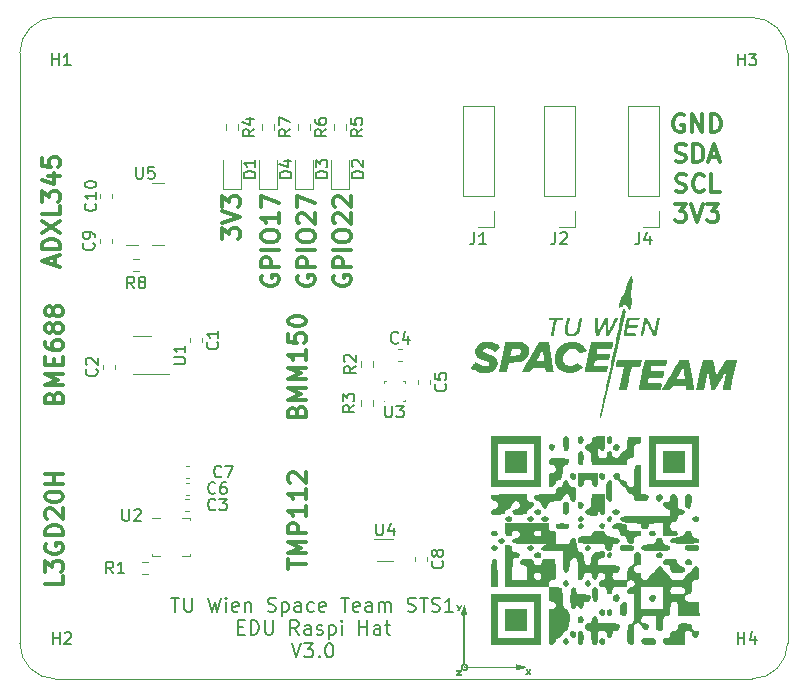
<source format=gbr>
G04 #@! TF.GenerationSoftware,KiCad,Pcbnew,7.0.8*
G04 #@! TF.CreationDate,2024-01-24T18:36:25+01:00*
G04 #@! TF.ProjectId,EDU_V3_0_Raspi_Hat,4544555f-5633-45f3-905f-52617370695f,rev?*
G04 #@! TF.SameCoordinates,Original*
G04 #@! TF.FileFunction,Legend,Top*
G04 #@! TF.FilePolarity,Positive*
%FSLAX46Y46*%
G04 Gerber Fmt 4.6, Leading zero omitted, Abs format (unit mm)*
G04 Created by KiCad (PCBNEW 7.0.8) date 2024-01-24 18:36:25*
%MOMM*%
%LPD*%
G01*
G04 APERTURE LIST*
%ADD10C,0.300000*%
%ADD11C,0.200000*%
%ADD12C,0.150000*%
%ADD13C,0.120000*%
%ADD14C,0.100000*%
%ADD15C,0.010000*%
G04 #@! TA.AperFunction,Profile*
%ADD16C,0.100000*%
G04 #@! TD*
G04 APERTURE END LIST*
D10*
X81529757Y-81787427D02*
X81529757Y-81073142D01*
X81958328Y-81930284D02*
X80458328Y-81430284D01*
X80458328Y-81430284D02*
X81958328Y-80930284D01*
X81958328Y-80430285D02*
X80458328Y-80430285D01*
X80458328Y-80430285D02*
X80458328Y-80073142D01*
X80458328Y-80073142D02*
X80529757Y-79858856D01*
X80529757Y-79858856D02*
X80672614Y-79715999D01*
X80672614Y-79715999D02*
X80815471Y-79644570D01*
X80815471Y-79644570D02*
X81101185Y-79573142D01*
X81101185Y-79573142D02*
X81315471Y-79573142D01*
X81315471Y-79573142D02*
X81601185Y-79644570D01*
X81601185Y-79644570D02*
X81744042Y-79715999D01*
X81744042Y-79715999D02*
X81886900Y-79858856D01*
X81886900Y-79858856D02*
X81958328Y-80073142D01*
X81958328Y-80073142D02*
X81958328Y-80430285D01*
X80458328Y-79073142D02*
X81958328Y-78073142D01*
X80458328Y-78073142D02*
X81958328Y-79073142D01*
X81958328Y-76787428D02*
X81958328Y-77501714D01*
X81958328Y-77501714D02*
X80458328Y-77501714D01*
X80458328Y-76430285D02*
X80458328Y-75501713D01*
X80458328Y-75501713D02*
X81029757Y-76001713D01*
X81029757Y-76001713D02*
X81029757Y-75787428D01*
X81029757Y-75787428D02*
X81101185Y-75644571D01*
X81101185Y-75644571D02*
X81172614Y-75573142D01*
X81172614Y-75573142D02*
X81315471Y-75501713D01*
X81315471Y-75501713D02*
X81672614Y-75501713D01*
X81672614Y-75501713D02*
X81815471Y-75573142D01*
X81815471Y-75573142D02*
X81886900Y-75644571D01*
X81886900Y-75644571D02*
X81958328Y-75787428D01*
X81958328Y-75787428D02*
X81958328Y-76215999D01*
X81958328Y-76215999D02*
X81886900Y-76358856D01*
X81886900Y-76358856D02*
X81815471Y-76430285D01*
X80958328Y-74216000D02*
X81958328Y-74216000D01*
X80386900Y-74573142D02*
X81458328Y-74930285D01*
X81458328Y-74930285D02*
X81458328Y-74001714D01*
X80458328Y-72716000D02*
X80458328Y-73430286D01*
X80458328Y-73430286D02*
X81172614Y-73501714D01*
X81172614Y-73501714D02*
X81101185Y-73430286D01*
X81101185Y-73430286D02*
X81029757Y-73287429D01*
X81029757Y-73287429D02*
X81029757Y-72930286D01*
X81029757Y-72930286D02*
X81101185Y-72787429D01*
X81101185Y-72787429D02*
X81172614Y-72716000D01*
X81172614Y-72716000D02*
X81315471Y-72644571D01*
X81315471Y-72644571D02*
X81672614Y-72644571D01*
X81672614Y-72644571D02*
X81815471Y-72716000D01*
X81815471Y-72716000D02*
X81886900Y-72787429D01*
X81886900Y-72787429D02*
X81958328Y-72930286D01*
X81958328Y-72930286D02*
X81958328Y-73287429D01*
X81958328Y-73287429D02*
X81886900Y-73430286D01*
X81886900Y-73430286D02*
X81815471Y-73501714D01*
D11*
X91378000Y-109934742D02*
X92063715Y-109934742D01*
X91720857Y-111134742D02*
X91720857Y-109934742D01*
X92463715Y-109934742D02*
X92463715Y-110906171D01*
X92463715Y-110906171D02*
X92520858Y-111020457D01*
X92520858Y-111020457D02*
X92578001Y-111077600D01*
X92578001Y-111077600D02*
X92692286Y-111134742D01*
X92692286Y-111134742D02*
X92920858Y-111134742D01*
X92920858Y-111134742D02*
X93035143Y-111077600D01*
X93035143Y-111077600D02*
X93092286Y-111020457D01*
X93092286Y-111020457D02*
X93149429Y-110906171D01*
X93149429Y-110906171D02*
X93149429Y-109934742D01*
X94520858Y-109934742D02*
X94806572Y-111134742D01*
X94806572Y-111134742D02*
X95035144Y-110277600D01*
X95035144Y-110277600D02*
X95263715Y-111134742D01*
X95263715Y-111134742D02*
X95549430Y-109934742D01*
X96006573Y-111134742D02*
X96006573Y-110334742D01*
X96006573Y-109934742D02*
X95949430Y-109991885D01*
X95949430Y-109991885D02*
X96006573Y-110049028D01*
X96006573Y-110049028D02*
X96063716Y-109991885D01*
X96063716Y-109991885D02*
X96006573Y-109934742D01*
X96006573Y-109934742D02*
X96006573Y-110049028D01*
X97035145Y-111077600D02*
X96920859Y-111134742D01*
X96920859Y-111134742D02*
X96692288Y-111134742D01*
X96692288Y-111134742D02*
X96578002Y-111077600D01*
X96578002Y-111077600D02*
X96520859Y-110963314D01*
X96520859Y-110963314D02*
X96520859Y-110506171D01*
X96520859Y-110506171D02*
X96578002Y-110391885D01*
X96578002Y-110391885D02*
X96692288Y-110334742D01*
X96692288Y-110334742D02*
X96920859Y-110334742D01*
X96920859Y-110334742D02*
X97035145Y-110391885D01*
X97035145Y-110391885D02*
X97092288Y-110506171D01*
X97092288Y-110506171D02*
X97092288Y-110620457D01*
X97092288Y-110620457D02*
X96520859Y-110734742D01*
X97606573Y-110334742D02*
X97606573Y-111134742D01*
X97606573Y-110449028D02*
X97663716Y-110391885D01*
X97663716Y-110391885D02*
X97778001Y-110334742D01*
X97778001Y-110334742D02*
X97949430Y-110334742D01*
X97949430Y-110334742D02*
X98063716Y-110391885D01*
X98063716Y-110391885D02*
X98120859Y-110506171D01*
X98120859Y-110506171D02*
X98120859Y-111134742D01*
X99549430Y-111077600D02*
X99720859Y-111134742D01*
X99720859Y-111134742D02*
X100006573Y-111134742D01*
X100006573Y-111134742D02*
X100120859Y-111077600D01*
X100120859Y-111077600D02*
X100178001Y-111020457D01*
X100178001Y-111020457D02*
X100235144Y-110906171D01*
X100235144Y-110906171D02*
X100235144Y-110791885D01*
X100235144Y-110791885D02*
X100178001Y-110677600D01*
X100178001Y-110677600D02*
X100120859Y-110620457D01*
X100120859Y-110620457D02*
X100006573Y-110563314D01*
X100006573Y-110563314D02*
X99778001Y-110506171D01*
X99778001Y-110506171D02*
X99663716Y-110449028D01*
X99663716Y-110449028D02*
X99606573Y-110391885D01*
X99606573Y-110391885D02*
X99549430Y-110277600D01*
X99549430Y-110277600D02*
X99549430Y-110163314D01*
X99549430Y-110163314D02*
X99606573Y-110049028D01*
X99606573Y-110049028D02*
X99663716Y-109991885D01*
X99663716Y-109991885D02*
X99778001Y-109934742D01*
X99778001Y-109934742D02*
X100063716Y-109934742D01*
X100063716Y-109934742D02*
X100235144Y-109991885D01*
X100749430Y-110334742D02*
X100749430Y-111534742D01*
X100749430Y-110391885D02*
X100863716Y-110334742D01*
X100863716Y-110334742D02*
X101092287Y-110334742D01*
X101092287Y-110334742D02*
X101206573Y-110391885D01*
X101206573Y-110391885D02*
X101263716Y-110449028D01*
X101263716Y-110449028D02*
X101320858Y-110563314D01*
X101320858Y-110563314D02*
X101320858Y-110906171D01*
X101320858Y-110906171D02*
X101263716Y-111020457D01*
X101263716Y-111020457D02*
X101206573Y-111077600D01*
X101206573Y-111077600D02*
X101092287Y-111134742D01*
X101092287Y-111134742D02*
X100863716Y-111134742D01*
X100863716Y-111134742D02*
X100749430Y-111077600D01*
X102349430Y-111134742D02*
X102349430Y-110506171D01*
X102349430Y-110506171D02*
X102292287Y-110391885D01*
X102292287Y-110391885D02*
X102178001Y-110334742D01*
X102178001Y-110334742D02*
X101949430Y-110334742D01*
X101949430Y-110334742D02*
X101835144Y-110391885D01*
X102349430Y-111077600D02*
X102235144Y-111134742D01*
X102235144Y-111134742D02*
X101949430Y-111134742D01*
X101949430Y-111134742D02*
X101835144Y-111077600D01*
X101835144Y-111077600D02*
X101778001Y-110963314D01*
X101778001Y-110963314D02*
X101778001Y-110849028D01*
X101778001Y-110849028D02*
X101835144Y-110734742D01*
X101835144Y-110734742D02*
X101949430Y-110677600D01*
X101949430Y-110677600D02*
X102235144Y-110677600D01*
X102235144Y-110677600D02*
X102349430Y-110620457D01*
X103435144Y-111077600D02*
X103320858Y-111134742D01*
X103320858Y-111134742D02*
X103092286Y-111134742D01*
X103092286Y-111134742D02*
X102978001Y-111077600D01*
X102978001Y-111077600D02*
X102920858Y-111020457D01*
X102920858Y-111020457D02*
X102863715Y-110906171D01*
X102863715Y-110906171D02*
X102863715Y-110563314D01*
X102863715Y-110563314D02*
X102920858Y-110449028D01*
X102920858Y-110449028D02*
X102978001Y-110391885D01*
X102978001Y-110391885D02*
X103092286Y-110334742D01*
X103092286Y-110334742D02*
X103320858Y-110334742D01*
X103320858Y-110334742D02*
X103435144Y-110391885D01*
X104406572Y-111077600D02*
X104292286Y-111134742D01*
X104292286Y-111134742D02*
X104063715Y-111134742D01*
X104063715Y-111134742D02*
X103949429Y-111077600D01*
X103949429Y-111077600D02*
X103892286Y-110963314D01*
X103892286Y-110963314D02*
X103892286Y-110506171D01*
X103892286Y-110506171D02*
X103949429Y-110391885D01*
X103949429Y-110391885D02*
X104063715Y-110334742D01*
X104063715Y-110334742D02*
X104292286Y-110334742D01*
X104292286Y-110334742D02*
X104406572Y-110391885D01*
X104406572Y-110391885D02*
X104463715Y-110506171D01*
X104463715Y-110506171D02*
X104463715Y-110620457D01*
X104463715Y-110620457D02*
X103892286Y-110734742D01*
X105720857Y-109934742D02*
X106406572Y-109934742D01*
X106063714Y-111134742D02*
X106063714Y-109934742D01*
X107263715Y-111077600D02*
X107149429Y-111134742D01*
X107149429Y-111134742D02*
X106920858Y-111134742D01*
X106920858Y-111134742D02*
X106806572Y-111077600D01*
X106806572Y-111077600D02*
X106749429Y-110963314D01*
X106749429Y-110963314D02*
X106749429Y-110506171D01*
X106749429Y-110506171D02*
X106806572Y-110391885D01*
X106806572Y-110391885D02*
X106920858Y-110334742D01*
X106920858Y-110334742D02*
X107149429Y-110334742D01*
X107149429Y-110334742D02*
X107263715Y-110391885D01*
X107263715Y-110391885D02*
X107320858Y-110506171D01*
X107320858Y-110506171D02*
X107320858Y-110620457D01*
X107320858Y-110620457D02*
X106749429Y-110734742D01*
X108349429Y-111134742D02*
X108349429Y-110506171D01*
X108349429Y-110506171D02*
X108292286Y-110391885D01*
X108292286Y-110391885D02*
X108178000Y-110334742D01*
X108178000Y-110334742D02*
X107949429Y-110334742D01*
X107949429Y-110334742D02*
X107835143Y-110391885D01*
X108349429Y-111077600D02*
X108235143Y-111134742D01*
X108235143Y-111134742D02*
X107949429Y-111134742D01*
X107949429Y-111134742D02*
X107835143Y-111077600D01*
X107835143Y-111077600D02*
X107778000Y-110963314D01*
X107778000Y-110963314D02*
X107778000Y-110849028D01*
X107778000Y-110849028D02*
X107835143Y-110734742D01*
X107835143Y-110734742D02*
X107949429Y-110677600D01*
X107949429Y-110677600D02*
X108235143Y-110677600D01*
X108235143Y-110677600D02*
X108349429Y-110620457D01*
X108920857Y-111134742D02*
X108920857Y-110334742D01*
X108920857Y-110449028D02*
X108978000Y-110391885D01*
X108978000Y-110391885D02*
X109092285Y-110334742D01*
X109092285Y-110334742D02*
X109263714Y-110334742D01*
X109263714Y-110334742D02*
X109378000Y-110391885D01*
X109378000Y-110391885D02*
X109435143Y-110506171D01*
X109435143Y-110506171D02*
X109435143Y-111134742D01*
X109435143Y-110506171D02*
X109492285Y-110391885D01*
X109492285Y-110391885D02*
X109606571Y-110334742D01*
X109606571Y-110334742D02*
X109778000Y-110334742D01*
X109778000Y-110334742D02*
X109892285Y-110391885D01*
X109892285Y-110391885D02*
X109949428Y-110506171D01*
X109949428Y-110506171D02*
X109949428Y-111134742D01*
X111378000Y-111077600D02*
X111549429Y-111134742D01*
X111549429Y-111134742D02*
X111835143Y-111134742D01*
X111835143Y-111134742D02*
X111949429Y-111077600D01*
X111949429Y-111077600D02*
X112006571Y-111020457D01*
X112006571Y-111020457D02*
X112063714Y-110906171D01*
X112063714Y-110906171D02*
X112063714Y-110791885D01*
X112063714Y-110791885D02*
X112006571Y-110677600D01*
X112006571Y-110677600D02*
X111949429Y-110620457D01*
X111949429Y-110620457D02*
X111835143Y-110563314D01*
X111835143Y-110563314D02*
X111606571Y-110506171D01*
X111606571Y-110506171D02*
X111492286Y-110449028D01*
X111492286Y-110449028D02*
X111435143Y-110391885D01*
X111435143Y-110391885D02*
X111378000Y-110277600D01*
X111378000Y-110277600D02*
X111378000Y-110163314D01*
X111378000Y-110163314D02*
X111435143Y-110049028D01*
X111435143Y-110049028D02*
X111492286Y-109991885D01*
X111492286Y-109991885D02*
X111606571Y-109934742D01*
X111606571Y-109934742D02*
X111892286Y-109934742D01*
X111892286Y-109934742D02*
X112063714Y-109991885D01*
X112406571Y-109934742D02*
X113092286Y-109934742D01*
X112749428Y-111134742D02*
X112749428Y-109934742D01*
X113435143Y-111077600D02*
X113606572Y-111134742D01*
X113606572Y-111134742D02*
X113892286Y-111134742D01*
X113892286Y-111134742D02*
X114006572Y-111077600D01*
X114006572Y-111077600D02*
X114063714Y-111020457D01*
X114063714Y-111020457D02*
X114120857Y-110906171D01*
X114120857Y-110906171D02*
X114120857Y-110791885D01*
X114120857Y-110791885D02*
X114063714Y-110677600D01*
X114063714Y-110677600D02*
X114006572Y-110620457D01*
X114006572Y-110620457D02*
X113892286Y-110563314D01*
X113892286Y-110563314D02*
X113663714Y-110506171D01*
X113663714Y-110506171D02*
X113549429Y-110449028D01*
X113549429Y-110449028D02*
X113492286Y-110391885D01*
X113492286Y-110391885D02*
X113435143Y-110277600D01*
X113435143Y-110277600D02*
X113435143Y-110163314D01*
X113435143Y-110163314D02*
X113492286Y-110049028D01*
X113492286Y-110049028D02*
X113549429Y-109991885D01*
X113549429Y-109991885D02*
X113663714Y-109934742D01*
X113663714Y-109934742D02*
X113949429Y-109934742D01*
X113949429Y-109934742D02*
X114120857Y-109991885D01*
X115263714Y-111134742D02*
X114578000Y-111134742D01*
X114920857Y-111134742D02*
X114920857Y-109934742D01*
X114920857Y-109934742D02*
X114806571Y-110106171D01*
X114806571Y-110106171D02*
X114692286Y-110220457D01*
X114692286Y-110220457D02*
X114578000Y-110277600D01*
X97006571Y-112438171D02*
X97406571Y-112438171D01*
X97577999Y-113066742D02*
X97006571Y-113066742D01*
X97006571Y-113066742D02*
X97006571Y-111866742D01*
X97006571Y-111866742D02*
X97577999Y-111866742D01*
X98092285Y-113066742D02*
X98092285Y-111866742D01*
X98092285Y-111866742D02*
X98377999Y-111866742D01*
X98377999Y-111866742D02*
X98549428Y-111923885D01*
X98549428Y-111923885D02*
X98663713Y-112038171D01*
X98663713Y-112038171D02*
X98720856Y-112152457D01*
X98720856Y-112152457D02*
X98777999Y-112381028D01*
X98777999Y-112381028D02*
X98777999Y-112552457D01*
X98777999Y-112552457D02*
X98720856Y-112781028D01*
X98720856Y-112781028D02*
X98663713Y-112895314D01*
X98663713Y-112895314D02*
X98549428Y-113009600D01*
X98549428Y-113009600D02*
X98377999Y-113066742D01*
X98377999Y-113066742D02*
X98092285Y-113066742D01*
X99292285Y-111866742D02*
X99292285Y-112838171D01*
X99292285Y-112838171D02*
X99349428Y-112952457D01*
X99349428Y-112952457D02*
X99406571Y-113009600D01*
X99406571Y-113009600D02*
X99520856Y-113066742D01*
X99520856Y-113066742D02*
X99749428Y-113066742D01*
X99749428Y-113066742D02*
X99863713Y-113009600D01*
X99863713Y-113009600D02*
X99920856Y-112952457D01*
X99920856Y-112952457D02*
X99977999Y-112838171D01*
X99977999Y-112838171D02*
X99977999Y-111866742D01*
X102149428Y-113066742D02*
X101749428Y-112495314D01*
X101463714Y-113066742D02*
X101463714Y-111866742D01*
X101463714Y-111866742D02*
X101920857Y-111866742D01*
X101920857Y-111866742D02*
X102035142Y-111923885D01*
X102035142Y-111923885D02*
X102092285Y-111981028D01*
X102092285Y-111981028D02*
X102149428Y-112095314D01*
X102149428Y-112095314D02*
X102149428Y-112266742D01*
X102149428Y-112266742D02*
X102092285Y-112381028D01*
X102092285Y-112381028D02*
X102035142Y-112438171D01*
X102035142Y-112438171D02*
X101920857Y-112495314D01*
X101920857Y-112495314D02*
X101463714Y-112495314D01*
X103178000Y-113066742D02*
X103178000Y-112438171D01*
X103178000Y-112438171D02*
X103120857Y-112323885D01*
X103120857Y-112323885D02*
X103006571Y-112266742D01*
X103006571Y-112266742D02*
X102778000Y-112266742D01*
X102778000Y-112266742D02*
X102663714Y-112323885D01*
X103178000Y-113009600D02*
X103063714Y-113066742D01*
X103063714Y-113066742D02*
X102778000Y-113066742D01*
X102778000Y-113066742D02*
X102663714Y-113009600D01*
X102663714Y-113009600D02*
X102606571Y-112895314D01*
X102606571Y-112895314D02*
X102606571Y-112781028D01*
X102606571Y-112781028D02*
X102663714Y-112666742D01*
X102663714Y-112666742D02*
X102778000Y-112609600D01*
X102778000Y-112609600D02*
X103063714Y-112609600D01*
X103063714Y-112609600D02*
X103178000Y-112552457D01*
X103692285Y-113009600D02*
X103806571Y-113066742D01*
X103806571Y-113066742D02*
X104035142Y-113066742D01*
X104035142Y-113066742D02*
X104149428Y-113009600D01*
X104149428Y-113009600D02*
X104206571Y-112895314D01*
X104206571Y-112895314D02*
X104206571Y-112838171D01*
X104206571Y-112838171D02*
X104149428Y-112723885D01*
X104149428Y-112723885D02*
X104035142Y-112666742D01*
X104035142Y-112666742D02*
X103863714Y-112666742D01*
X103863714Y-112666742D02*
X103749428Y-112609600D01*
X103749428Y-112609600D02*
X103692285Y-112495314D01*
X103692285Y-112495314D02*
X103692285Y-112438171D01*
X103692285Y-112438171D02*
X103749428Y-112323885D01*
X103749428Y-112323885D02*
X103863714Y-112266742D01*
X103863714Y-112266742D02*
X104035142Y-112266742D01*
X104035142Y-112266742D02*
X104149428Y-112323885D01*
X104720857Y-112266742D02*
X104720857Y-113466742D01*
X104720857Y-112323885D02*
X104835143Y-112266742D01*
X104835143Y-112266742D02*
X105063714Y-112266742D01*
X105063714Y-112266742D02*
X105178000Y-112323885D01*
X105178000Y-112323885D02*
X105235143Y-112381028D01*
X105235143Y-112381028D02*
X105292285Y-112495314D01*
X105292285Y-112495314D02*
X105292285Y-112838171D01*
X105292285Y-112838171D02*
X105235143Y-112952457D01*
X105235143Y-112952457D02*
X105178000Y-113009600D01*
X105178000Y-113009600D02*
X105063714Y-113066742D01*
X105063714Y-113066742D02*
X104835143Y-113066742D01*
X104835143Y-113066742D02*
X104720857Y-113009600D01*
X105806571Y-113066742D02*
X105806571Y-112266742D01*
X105806571Y-111866742D02*
X105749428Y-111923885D01*
X105749428Y-111923885D02*
X105806571Y-111981028D01*
X105806571Y-111981028D02*
X105863714Y-111923885D01*
X105863714Y-111923885D02*
X105806571Y-111866742D01*
X105806571Y-111866742D02*
X105806571Y-111981028D01*
X107292286Y-113066742D02*
X107292286Y-111866742D01*
X107292286Y-112438171D02*
X107978000Y-112438171D01*
X107978000Y-113066742D02*
X107978000Y-111866742D01*
X109063715Y-113066742D02*
X109063715Y-112438171D01*
X109063715Y-112438171D02*
X109006572Y-112323885D01*
X109006572Y-112323885D02*
X108892286Y-112266742D01*
X108892286Y-112266742D02*
X108663715Y-112266742D01*
X108663715Y-112266742D02*
X108549429Y-112323885D01*
X109063715Y-113009600D02*
X108949429Y-113066742D01*
X108949429Y-113066742D02*
X108663715Y-113066742D01*
X108663715Y-113066742D02*
X108549429Y-113009600D01*
X108549429Y-113009600D02*
X108492286Y-112895314D01*
X108492286Y-112895314D02*
X108492286Y-112781028D01*
X108492286Y-112781028D02*
X108549429Y-112666742D01*
X108549429Y-112666742D02*
X108663715Y-112609600D01*
X108663715Y-112609600D02*
X108949429Y-112609600D01*
X108949429Y-112609600D02*
X109063715Y-112552457D01*
X109463714Y-112266742D02*
X109920857Y-112266742D01*
X109635143Y-111866742D02*
X109635143Y-112895314D01*
X109635143Y-112895314D02*
X109692286Y-113009600D01*
X109692286Y-113009600D02*
X109806571Y-113066742D01*
X109806571Y-113066742D02*
X109920857Y-113066742D01*
X101549428Y-113798742D02*
X101949428Y-114998742D01*
X101949428Y-114998742D02*
X102349428Y-113798742D01*
X102635142Y-113798742D02*
X103377999Y-113798742D01*
X103377999Y-113798742D02*
X102977999Y-114255885D01*
X102977999Y-114255885D02*
X103149428Y-114255885D01*
X103149428Y-114255885D02*
X103263714Y-114313028D01*
X103263714Y-114313028D02*
X103320856Y-114370171D01*
X103320856Y-114370171D02*
X103377999Y-114484457D01*
X103377999Y-114484457D02*
X103377999Y-114770171D01*
X103377999Y-114770171D02*
X103320856Y-114884457D01*
X103320856Y-114884457D02*
X103263714Y-114941600D01*
X103263714Y-114941600D02*
X103149428Y-114998742D01*
X103149428Y-114998742D02*
X102806571Y-114998742D01*
X102806571Y-114998742D02*
X102692285Y-114941600D01*
X102692285Y-114941600D02*
X102635142Y-114884457D01*
X103892285Y-114884457D02*
X103949428Y-114941600D01*
X103949428Y-114941600D02*
X103892285Y-114998742D01*
X103892285Y-114998742D02*
X103835142Y-114941600D01*
X103835142Y-114941600D02*
X103892285Y-114884457D01*
X103892285Y-114884457D02*
X103892285Y-114998742D01*
X104692285Y-113798742D02*
X104806571Y-113798742D01*
X104806571Y-113798742D02*
X104920857Y-113855885D01*
X104920857Y-113855885D02*
X104978000Y-113913028D01*
X104978000Y-113913028D02*
X105035142Y-114027314D01*
X105035142Y-114027314D02*
X105092285Y-114255885D01*
X105092285Y-114255885D02*
X105092285Y-114541600D01*
X105092285Y-114541600D02*
X105035142Y-114770171D01*
X105035142Y-114770171D02*
X104978000Y-114884457D01*
X104978000Y-114884457D02*
X104920857Y-114941600D01*
X104920857Y-114941600D02*
X104806571Y-114998742D01*
X104806571Y-114998742D02*
X104692285Y-114998742D01*
X104692285Y-114998742D02*
X104578000Y-114941600D01*
X104578000Y-114941600D02*
X104520857Y-114884457D01*
X104520857Y-114884457D02*
X104463714Y-114770171D01*
X104463714Y-114770171D02*
X104406571Y-114541600D01*
X104406571Y-114541600D02*
X104406571Y-114255885D01*
X104406571Y-114255885D02*
X104463714Y-114027314D01*
X104463714Y-114027314D02*
X104520857Y-113913028D01*
X104520857Y-113913028D02*
X104578000Y-113855885D01*
X104578000Y-113855885D02*
X104692285Y-113798742D01*
D10*
X81426614Y-92979428D02*
X81498042Y-92765142D01*
X81498042Y-92765142D02*
X81569471Y-92693713D01*
X81569471Y-92693713D02*
X81712328Y-92622285D01*
X81712328Y-92622285D02*
X81926614Y-92622285D01*
X81926614Y-92622285D02*
X82069471Y-92693713D01*
X82069471Y-92693713D02*
X82140900Y-92765142D01*
X82140900Y-92765142D02*
X82212328Y-92907999D01*
X82212328Y-92907999D02*
X82212328Y-93479428D01*
X82212328Y-93479428D02*
X80712328Y-93479428D01*
X80712328Y-93479428D02*
X80712328Y-92979428D01*
X80712328Y-92979428D02*
X80783757Y-92836571D01*
X80783757Y-92836571D02*
X80855185Y-92765142D01*
X80855185Y-92765142D02*
X80998042Y-92693713D01*
X80998042Y-92693713D02*
X81140900Y-92693713D01*
X81140900Y-92693713D02*
X81283757Y-92765142D01*
X81283757Y-92765142D02*
X81355185Y-92836571D01*
X81355185Y-92836571D02*
X81426614Y-92979428D01*
X81426614Y-92979428D02*
X81426614Y-93479428D01*
X82212328Y-91979428D02*
X80712328Y-91979428D01*
X80712328Y-91979428D02*
X81783757Y-91479428D01*
X81783757Y-91479428D02*
X80712328Y-90979428D01*
X80712328Y-90979428D02*
X82212328Y-90979428D01*
X81426614Y-90265142D02*
X81426614Y-89765142D01*
X82212328Y-89550856D02*
X82212328Y-90265142D01*
X82212328Y-90265142D02*
X80712328Y-90265142D01*
X80712328Y-90265142D02*
X80712328Y-89550856D01*
X80712328Y-88265142D02*
X80712328Y-88550856D01*
X80712328Y-88550856D02*
X80783757Y-88693713D01*
X80783757Y-88693713D02*
X80855185Y-88765142D01*
X80855185Y-88765142D02*
X81069471Y-88907999D01*
X81069471Y-88907999D02*
X81355185Y-88979427D01*
X81355185Y-88979427D02*
X81926614Y-88979427D01*
X81926614Y-88979427D02*
X82069471Y-88907999D01*
X82069471Y-88907999D02*
X82140900Y-88836570D01*
X82140900Y-88836570D02*
X82212328Y-88693713D01*
X82212328Y-88693713D02*
X82212328Y-88407999D01*
X82212328Y-88407999D02*
X82140900Y-88265142D01*
X82140900Y-88265142D02*
X82069471Y-88193713D01*
X82069471Y-88193713D02*
X81926614Y-88122284D01*
X81926614Y-88122284D02*
X81569471Y-88122284D01*
X81569471Y-88122284D02*
X81426614Y-88193713D01*
X81426614Y-88193713D02*
X81355185Y-88265142D01*
X81355185Y-88265142D02*
X81283757Y-88407999D01*
X81283757Y-88407999D02*
X81283757Y-88693713D01*
X81283757Y-88693713D02*
X81355185Y-88836570D01*
X81355185Y-88836570D02*
X81426614Y-88907999D01*
X81426614Y-88907999D02*
X81569471Y-88979427D01*
X81355185Y-87265142D02*
X81283757Y-87407999D01*
X81283757Y-87407999D02*
X81212328Y-87479428D01*
X81212328Y-87479428D02*
X81069471Y-87550856D01*
X81069471Y-87550856D02*
X80998042Y-87550856D01*
X80998042Y-87550856D02*
X80855185Y-87479428D01*
X80855185Y-87479428D02*
X80783757Y-87407999D01*
X80783757Y-87407999D02*
X80712328Y-87265142D01*
X80712328Y-87265142D02*
X80712328Y-86979428D01*
X80712328Y-86979428D02*
X80783757Y-86836571D01*
X80783757Y-86836571D02*
X80855185Y-86765142D01*
X80855185Y-86765142D02*
X80998042Y-86693713D01*
X80998042Y-86693713D02*
X81069471Y-86693713D01*
X81069471Y-86693713D02*
X81212328Y-86765142D01*
X81212328Y-86765142D02*
X81283757Y-86836571D01*
X81283757Y-86836571D02*
X81355185Y-86979428D01*
X81355185Y-86979428D02*
X81355185Y-87265142D01*
X81355185Y-87265142D02*
X81426614Y-87407999D01*
X81426614Y-87407999D02*
X81498042Y-87479428D01*
X81498042Y-87479428D02*
X81640900Y-87550856D01*
X81640900Y-87550856D02*
X81926614Y-87550856D01*
X81926614Y-87550856D02*
X82069471Y-87479428D01*
X82069471Y-87479428D02*
X82140900Y-87407999D01*
X82140900Y-87407999D02*
X82212328Y-87265142D01*
X82212328Y-87265142D02*
X82212328Y-86979428D01*
X82212328Y-86979428D02*
X82140900Y-86836571D01*
X82140900Y-86836571D02*
X82069471Y-86765142D01*
X82069471Y-86765142D02*
X81926614Y-86693713D01*
X81926614Y-86693713D02*
X81640900Y-86693713D01*
X81640900Y-86693713D02*
X81498042Y-86765142D01*
X81498042Y-86765142D02*
X81426614Y-86836571D01*
X81426614Y-86836571D02*
X81355185Y-86979428D01*
X81355185Y-85836571D02*
X81283757Y-85979428D01*
X81283757Y-85979428D02*
X81212328Y-86050857D01*
X81212328Y-86050857D02*
X81069471Y-86122285D01*
X81069471Y-86122285D02*
X80998042Y-86122285D01*
X80998042Y-86122285D02*
X80855185Y-86050857D01*
X80855185Y-86050857D02*
X80783757Y-85979428D01*
X80783757Y-85979428D02*
X80712328Y-85836571D01*
X80712328Y-85836571D02*
X80712328Y-85550857D01*
X80712328Y-85550857D02*
X80783757Y-85408000D01*
X80783757Y-85408000D02*
X80855185Y-85336571D01*
X80855185Y-85336571D02*
X80998042Y-85265142D01*
X80998042Y-85265142D02*
X81069471Y-85265142D01*
X81069471Y-85265142D02*
X81212328Y-85336571D01*
X81212328Y-85336571D02*
X81283757Y-85408000D01*
X81283757Y-85408000D02*
X81355185Y-85550857D01*
X81355185Y-85550857D02*
X81355185Y-85836571D01*
X81355185Y-85836571D02*
X81426614Y-85979428D01*
X81426614Y-85979428D02*
X81498042Y-86050857D01*
X81498042Y-86050857D02*
X81640900Y-86122285D01*
X81640900Y-86122285D02*
X81926614Y-86122285D01*
X81926614Y-86122285D02*
X82069471Y-86050857D01*
X82069471Y-86050857D02*
X82140900Y-85979428D01*
X82140900Y-85979428D02*
X82212328Y-85836571D01*
X82212328Y-85836571D02*
X82212328Y-85550857D01*
X82212328Y-85550857D02*
X82140900Y-85408000D01*
X82140900Y-85408000D02*
X82069471Y-85336571D01*
X82069471Y-85336571D02*
X81926614Y-85265142D01*
X81926614Y-85265142D02*
X81640900Y-85265142D01*
X81640900Y-85265142D02*
X81498042Y-85336571D01*
X81498042Y-85336571D02*
X81426614Y-85408000D01*
X81426614Y-85408000D02*
X81355185Y-85550857D01*
X82212328Y-108104285D02*
X82212328Y-108818571D01*
X82212328Y-108818571D02*
X80712328Y-108818571D01*
X80712328Y-107747142D02*
X80712328Y-106818570D01*
X80712328Y-106818570D02*
X81283757Y-107318570D01*
X81283757Y-107318570D02*
X81283757Y-107104285D01*
X81283757Y-107104285D02*
X81355185Y-106961428D01*
X81355185Y-106961428D02*
X81426614Y-106889999D01*
X81426614Y-106889999D02*
X81569471Y-106818570D01*
X81569471Y-106818570D02*
X81926614Y-106818570D01*
X81926614Y-106818570D02*
X82069471Y-106889999D01*
X82069471Y-106889999D02*
X82140900Y-106961428D01*
X82140900Y-106961428D02*
X82212328Y-107104285D01*
X82212328Y-107104285D02*
X82212328Y-107532856D01*
X82212328Y-107532856D02*
X82140900Y-107675713D01*
X82140900Y-107675713D02*
X82069471Y-107747142D01*
X80783757Y-105389999D02*
X80712328Y-105532857D01*
X80712328Y-105532857D02*
X80712328Y-105747142D01*
X80712328Y-105747142D02*
X80783757Y-105961428D01*
X80783757Y-105961428D02*
X80926614Y-106104285D01*
X80926614Y-106104285D02*
X81069471Y-106175714D01*
X81069471Y-106175714D02*
X81355185Y-106247142D01*
X81355185Y-106247142D02*
X81569471Y-106247142D01*
X81569471Y-106247142D02*
X81855185Y-106175714D01*
X81855185Y-106175714D02*
X81998042Y-106104285D01*
X81998042Y-106104285D02*
X82140900Y-105961428D01*
X82140900Y-105961428D02*
X82212328Y-105747142D01*
X82212328Y-105747142D02*
X82212328Y-105604285D01*
X82212328Y-105604285D02*
X82140900Y-105389999D01*
X82140900Y-105389999D02*
X82069471Y-105318571D01*
X82069471Y-105318571D02*
X81569471Y-105318571D01*
X81569471Y-105318571D02*
X81569471Y-105604285D01*
X82212328Y-104675714D02*
X80712328Y-104675714D01*
X80712328Y-104675714D02*
X80712328Y-104318571D01*
X80712328Y-104318571D02*
X80783757Y-104104285D01*
X80783757Y-104104285D02*
X80926614Y-103961428D01*
X80926614Y-103961428D02*
X81069471Y-103889999D01*
X81069471Y-103889999D02*
X81355185Y-103818571D01*
X81355185Y-103818571D02*
X81569471Y-103818571D01*
X81569471Y-103818571D02*
X81855185Y-103889999D01*
X81855185Y-103889999D02*
X81998042Y-103961428D01*
X81998042Y-103961428D02*
X82140900Y-104104285D01*
X82140900Y-104104285D02*
X82212328Y-104318571D01*
X82212328Y-104318571D02*
X82212328Y-104675714D01*
X80855185Y-103247142D02*
X80783757Y-103175714D01*
X80783757Y-103175714D02*
X80712328Y-103032857D01*
X80712328Y-103032857D02*
X80712328Y-102675714D01*
X80712328Y-102675714D02*
X80783757Y-102532857D01*
X80783757Y-102532857D02*
X80855185Y-102461428D01*
X80855185Y-102461428D02*
X80998042Y-102389999D01*
X80998042Y-102389999D02*
X81140900Y-102389999D01*
X81140900Y-102389999D02*
X81355185Y-102461428D01*
X81355185Y-102461428D02*
X82212328Y-103318571D01*
X82212328Y-103318571D02*
X82212328Y-102389999D01*
X80712328Y-101461428D02*
X80712328Y-101318571D01*
X80712328Y-101318571D02*
X80783757Y-101175714D01*
X80783757Y-101175714D02*
X80855185Y-101104286D01*
X80855185Y-101104286D02*
X80998042Y-101032857D01*
X80998042Y-101032857D02*
X81283757Y-100961428D01*
X81283757Y-100961428D02*
X81640900Y-100961428D01*
X81640900Y-100961428D02*
X81926614Y-101032857D01*
X81926614Y-101032857D02*
X82069471Y-101104286D01*
X82069471Y-101104286D02*
X82140900Y-101175714D01*
X82140900Y-101175714D02*
X82212328Y-101318571D01*
X82212328Y-101318571D02*
X82212328Y-101461428D01*
X82212328Y-101461428D02*
X82140900Y-101604286D01*
X82140900Y-101604286D02*
X82069471Y-101675714D01*
X82069471Y-101675714D02*
X81926614Y-101747143D01*
X81926614Y-101747143D02*
X81640900Y-101818571D01*
X81640900Y-101818571D02*
X81283757Y-101818571D01*
X81283757Y-101818571D02*
X80998042Y-101747143D01*
X80998042Y-101747143D02*
X80855185Y-101675714D01*
X80855185Y-101675714D02*
X80783757Y-101604286D01*
X80783757Y-101604286D02*
X80712328Y-101461428D01*
X82212328Y-100318572D02*
X80712328Y-100318572D01*
X81426614Y-100318572D02*
X81426614Y-99461429D01*
X82212328Y-99461429D02*
X80712328Y-99461429D01*
X102119757Y-82684570D02*
X102048328Y-82827428D01*
X102048328Y-82827428D02*
X102048328Y-83041713D01*
X102048328Y-83041713D02*
X102119757Y-83255999D01*
X102119757Y-83255999D02*
X102262614Y-83398856D01*
X102262614Y-83398856D02*
X102405471Y-83470285D01*
X102405471Y-83470285D02*
X102691185Y-83541713D01*
X102691185Y-83541713D02*
X102905471Y-83541713D01*
X102905471Y-83541713D02*
X103191185Y-83470285D01*
X103191185Y-83470285D02*
X103334042Y-83398856D01*
X103334042Y-83398856D02*
X103476900Y-83255999D01*
X103476900Y-83255999D02*
X103548328Y-83041713D01*
X103548328Y-83041713D02*
X103548328Y-82898856D01*
X103548328Y-82898856D02*
X103476900Y-82684570D01*
X103476900Y-82684570D02*
X103405471Y-82613142D01*
X103405471Y-82613142D02*
X102905471Y-82613142D01*
X102905471Y-82613142D02*
X102905471Y-82898856D01*
X103548328Y-81970285D02*
X102048328Y-81970285D01*
X102048328Y-81970285D02*
X102048328Y-81398856D01*
X102048328Y-81398856D02*
X102119757Y-81255999D01*
X102119757Y-81255999D02*
X102191185Y-81184570D01*
X102191185Y-81184570D02*
X102334042Y-81113142D01*
X102334042Y-81113142D02*
X102548328Y-81113142D01*
X102548328Y-81113142D02*
X102691185Y-81184570D01*
X102691185Y-81184570D02*
X102762614Y-81255999D01*
X102762614Y-81255999D02*
X102834042Y-81398856D01*
X102834042Y-81398856D02*
X102834042Y-81970285D01*
X103548328Y-80470285D02*
X102048328Y-80470285D01*
X102048328Y-79470284D02*
X102048328Y-79184570D01*
X102048328Y-79184570D02*
X102119757Y-79041713D01*
X102119757Y-79041713D02*
X102262614Y-78898856D01*
X102262614Y-78898856D02*
X102548328Y-78827427D01*
X102548328Y-78827427D02*
X103048328Y-78827427D01*
X103048328Y-78827427D02*
X103334042Y-78898856D01*
X103334042Y-78898856D02*
X103476900Y-79041713D01*
X103476900Y-79041713D02*
X103548328Y-79184570D01*
X103548328Y-79184570D02*
X103548328Y-79470284D01*
X103548328Y-79470284D02*
X103476900Y-79613142D01*
X103476900Y-79613142D02*
X103334042Y-79755999D01*
X103334042Y-79755999D02*
X103048328Y-79827427D01*
X103048328Y-79827427D02*
X102548328Y-79827427D01*
X102548328Y-79827427D02*
X102262614Y-79755999D01*
X102262614Y-79755999D02*
X102119757Y-79613142D01*
X102119757Y-79613142D02*
X102048328Y-79470284D01*
X102191185Y-78255998D02*
X102119757Y-78184570D01*
X102119757Y-78184570D02*
X102048328Y-78041713D01*
X102048328Y-78041713D02*
X102048328Y-77684570D01*
X102048328Y-77684570D02*
X102119757Y-77541713D01*
X102119757Y-77541713D02*
X102191185Y-77470284D01*
X102191185Y-77470284D02*
X102334042Y-77398855D01*
X102334042Y-77398855D02*
X102476900Y-77398855D01*
X102476900Y-77398855D02*
X102691185Y-77470284D01*
X102691185Y-77470284D02*
X103548328Y-78327427D01*
X103548328Y-78327427D02*
X103548328Y-77398855D01*
X102048328Y-76898856D02*
X102048328Y-75898856D01*
X102048328Y-75898856D02*
X103548328Y-76541713D01*
X101286328Y-107556570D02*
X101286328Y-106699428D01*
X102786328Y-107127999D02*
X101286328Y-107127999D01*
X102786328Y-106199428D02*
X101286328Y-106199428D01*
X101286328Y-106199428D02*
X102357757Y-105699428D01*
X102357757Y-105699428D02*
X101286328Y-105199428D01*
X101286328Y-105199428D02*
X102786328Y-105199428D01*
X102786328Y-104485142D02*
X101286328Y-104485142D01*
X101286328Y-104485142D02*
X101286328Y-103913713D01*
X101286328Y-103913713D02*
X101357757Y-103770856D01*
X101357757Y-103770856D02*
X101429185Y-103699427D01*
X101429185Y-103699427D02*
X101572042Y-103627999D01*
X101572042Y-103627999D02*
X101786328Y-103627999D01*
X101786328Y-103627999D02*
X101929185Y-103699427D01*
X101929185Y-103699427D02*
X102000614Y-103770856D01*
X102000614Y-103770856D02*
X102072042Y-103913713D01*
X102072042Y-103913713D02*
X102072042Y-104485142D01*
X102786328Y-102199427D02*
X102786328Y-103056570D01*
X102786328Y-102627999D02*
X101286328Y-102627999D01*
X101286328Y-102627999D02*
X101500614Y-102770856D01*
X101500614Y-102770856D02*
X101643471Y-102913713D01*
X101643471Y-102913713D02*
X101714900Y-103056570D01*
X102786328Y-100770856D02*
X102786328Y-101627999D01*
X102786328Y-101199428D02*
X101286328Y-101199428D01*
X101286328Y-101199428D02*
X101500614Y-101342285D01*
X101500614Y-101342285D02*
X101643471Y-101485142D01*
X101643471Y-101485142D02*
X101714900Y-101627999D01*
X101429185Y-100199428D02*
X101357757Y-100128000D01*
X101357757Y-100128000D02*
X101286328Y-99985143D01*
X101286328Y-99985143D02*
X101286328Y-99628000D01*
X101286328Y-99628000D02*
X101357757Y-99485143D01*
X101357757Y-99485143D02*
X101429185Y-99413714D01*
X101429185Y-99413714D02*
X101572042Y-99342285D01*
X101572042Y-99342285D02*
X101714900Y-99342285D01*
X101714900Y-99342285D02*
X101929185Y-99413714D01*
X101929185Y-99413714D02*
X102786328Y-100270857D01*
X102786328Y-100270857D02*
X102786328Y-99342285D01*
X105167757Y-82684570D02*
X105096328Y-82827428D01*
X105096328Y-82827428D02*
X105096328Y-83041713D01*
X105096328Y-83041713D02*
X105167757Y-83255999D01*
X105167757Y-83255999D02*
X105310614Y-83398856D01*
X105310614Y-83398856D02*
X105453471Y-83470285D01*
X105453471Y-83470285D02*
X105739185Y-83541713D01*
X105739185Y-83541713D02*
X105953471Y-83541713D01*
X105953471Y-83541713D02*
X106239185Y-83470285D01*
X106239185Y-83470285D02*
X106382042Y-83398856D01*
X106382042Y-83398856D02*
X106524900Y-83255999D01*
X106524900Y-83255999D02*
X106596328Y-83041713D01*
X106596328Y-83041713D02*
X106596328Y-82898856D01*
X106596328Y-82898856D02*
X106524900Y-82684570D01*
X106524900Y-82684570D02*
X106453471Y-82613142D01*
X106453471Y-82613142D02*
X105953471Y-82613142D01*
X105953471Y-82613142D02*
X105953471Y-82898856D01*
X106596328Y-81970285D02*
X105096328Y-81970285D01*
X105096328Y-81970285D02*
X105096328Y-81398856D01*
X105096328Y-81398856D02*
X105167757Y-81255999D01*
X105167757Y-81255999D02*
X105239185Y-81184570D01*
X105239185Y-81184570D02*
X105382042Y-81113142D01*
X105382042Y-81113142D02*
X105596328Y-81113142D01*
X105596328Y-81113142D02*
X105739185Y-81184570D01*
X105739185Y-81184570D02*
X105810614Y-81255999D01*
X105810614Y-81255999D02*
X105882042Y-81398856D01*
X105882042Y-81398856D02*
X105882042Y-81970285D01*
X106596328Y-80470285D02*
X105096328Y-80470285D01*
X105096328Y-79470284D02*
X105096328Y-79184570D01*
X105096328Y-79184570D02*
X105167757Y-79041713D01*
X105167757Y-79041713D02*
X105310614Y-78898856D01*
X105310614Y-78898856D02*
X105596328Y-78827427D01*
X105596328Y-78827427D02*
X106096328Y-78827427D01*
X106096328Y-78827427D02*
X106382042Y-78898856D01*
X106382042Y-78898856D02*
X106524900Y-79041713D01*
X106524900Y-79041713D02*
X106596328Y-79184570D01*
X106596328Y-79184570D02*
X106596328Y-79470284D01*
X106596328Y-79470284D02*
X106524900Y-79613142D01*
X106524900Y-79613142D02*
X106382042Y-79755999D01*
X106382042Y-79755999D02*
X106096328Y-79827427D01*
X106096328Y-79827427D02*
X105596328Y-79827427D01*
X105596328Y-79827427D02*
X105310614Y-79755999D01*
X105310614Y-79755999D02*
X105167757Y-79613142D01*
X105167757Y-79613142D02*
X105096328Y-79470284D01*
X105239185Y-78255998D02*
X105167757Y-78184570D01*
X105167757Y-78184570D02*
X105096328Y-78041713D01*
X105096328Y-78041713D02*
X105096328Y-77684570D01*
X105096328Y-77684570D02*
X105167757Y-77541713D01*
X105167757Y-77541713D02*
X105239185Y-77470284D01*
X105239185Y-77470284D02*
X105382042Y-77398855D01*
X105382042Y-77398855D02*
X105524900Y-77398855D01*
X105524900Y-77398855D02*
X105739185Y-77470284D01*
X105739185Y-77470284D02*
X106596328Y-78327427D01*
X106596328Y-78327427D02*
X106596328Y-77398855D01*
X105239185Y-76827427D02*
X105167757Y-76755999D01*
X105167757Y-76755999D02*
X105096328Y-76613142D01*
X105096328Y-76613142D02*
X105096328Y-76255999D01*
X105096328Y-76255999D02*
X105167757Y-76113142D01*
X105167757Y-76113142D02*
X105239185Y-76041713D01*
X105239185Y-76041713D02*
X105382042Y-75970284D01*
X105382042Y-75970284D02*
X105524900Y-75970284D01*
X105524900Y-75970284D02*
X105739185Y-76041713D01*
X105739185Y-76041713D02*
X106596328Y-76898856D01*
X106596328Y-76898856D02*
X106596328Y-75970284D01*
X95698328Y-79581142D02*
X95698328Y-78652570D01*
X95698328Y-78652570D02*
X96269757Y-79152570D01*
X96269757Y-79152570D02*
X96269757Y-78938285D01*
X96269757Y-78938285D02*
X96341185Y-78795428D01*
X96341185Y-78795428D02*
X96412614Y-78723999D01*
X96412614Y-78723999D02*
X96555471Y-78652570D01*
X96555471Y-78652570D02*
X96912614Y-78652570D01*
X96912614Y-78652570D02*
X97055471Y-78723999D01*
X97055471Y-78723999D02*
X97126900Y-78795428D01*
X97126900Y-78795428D02*
X97198328Y-78938285D01*
X97198328Y-78938285D02*
X97198328Y-79366856D01*
X97198328Y-79366856D02*
X97126900Y-79509713D01*
X97126900Y-79509713D02*
X97055471Y-79581142D01*
X95698328Y-78223999D02*
X97198328Y-77723999D01*
X97198328Y-77723999D02*
X95698328Y-77223999D01*
X95698328Y-76866857D02*
X95698328Y-75938285D01*
X95698328Y-75938285D02*
X96269757Y-76438285D01*
X96269757Y-76438285D02*
X96269757Y-76224000D01*
X96269757Y-76224000D02*
X96341185Y-76081143D01*
X96341185Y-76081143D02*
X96412614Y-76009714D01*
X96412614Y-76009714D02*
X96555471Y-75938285D01*
X96555471Y-75938285D02*
X96912614Y-75938285D01*
X96912614Y-75938285D02*
X97055471Y-76009714D01*
X97055471Y-76009714D02*
X97126900Y-76081143D01*
X97126900Y-76081143D02*
X97198328Y-76224000D01*
X97198328Y-76224000D02*
X97198328Y-76652571D01*
X97198328Y-76652571D02*
X97126900Y-76795428D01*
X97126900Y-76795428D02*
X97055471Y-76866857D01*
X134104286Y-75536900D02*
X134318572Y-75608328D01*
X134318572Y-75608328D02*
X134675714Y-75608328D01*
X134675714Y-75608328D02*
X134818572Y-75536900D01*
X134818572Y-75536900D02*
X134890000Y-75465471D01*
X134890000Y-75465471D02*
X134961429Y-75322614D01*
X134961429Y-75322614D02*
X134961429Y-75179757D01*
X134961429Y-75179757D02*
X134890000Y-75036900D01*
X134890000Y-75036900D02*
X134818572Y-74965471D01*
X134818572Y-74965471D02*
X134675714Y-74894042D01*
X134675714Y-74894042D02*
X134390000Y-74822614D01*
X134390000Y-74822614D02*
X134247143Y-74751185D01*
X134247143Y-74751185D02*
X134175714Y-74679757D01*
X134175714Y-74679757D02*
X134104286Y-74536900D01*
X134104286Y-74536900D02*
X134104286Y-74394042D01*
X134104286Y-74394042D02*
X134175714Y-74251185D01*
X134175714Y-74251185D02*
X134247143Y-74179757D01*
X134247143Y-74179757D02*
X134390000Y-74108328D01*
X134390000Y-74108328D02*
X134747143Y-74108328D01*
X134747143Y-74108328D02*
X134961429Y-74179757D01*
X136461428Y-75465471D02*
X136390000Y-75536900D01*
X136390000Y-75536900D02*
X136175714Y-75608328D01*
X136175714Y-75608328D02*
X136032857Y-75608328D01*
X136032857Y-75608328D02*
X135818571Y-75536900D01*
X135818571Y-75536900D02*
X135675714Y-75394042D01*
X135675714Y-75394042D02*
X135604285Y-75251185D01*
X135604285Y-75251185D02*
X135532857Y-74965471D01*
X135532857Y-74965471D02*
X135532857Y-74751185D01*
X135532857Y-74751185D02*
X135604285Y-74465471D01*
X135604285Y-74465471D02*
X135675714Y-74322614D01*
X135675714Y-74322614D02*
X135818571Y-74179757D01*
X135818571Y-74179757D02*
X136032857Y-74108328D01*
X136032857Y-74108328D02*
X136175714Y-74108328D01*
X136175714Y-74108328D02*
X136390000Y-74179757D01*
X136390000Y-74179757D02*
X136461428Y-74251185D01*
X137818571Y-75608328D02*
X137104285Y-75608328D01*
X137104285Y-75608328D02*
X137104285Y-74108328D01*
X99071757Y-82684570D02*
X99000328Y-82827428D01*
X99000328Y-82827428D02*
X99000328Y-83041713D01*
X99000328Y-83041713D02*
X99071757Y-83255999D01*
X99071757Y-83255999D02*
X99214614Y-83398856D01*
X99214614Y-83398856D02*
X99357471Y-83470285D01*
X99357471Y-83470285D02*
X99643185Y-83541713D01*
X99643185Y-83541713D02*
X99857471Y-83541713D01*
X99857471Y-83541713D02*
X100143185Y-83470285D01*
X100143185Y-83470285D02*
X100286042Y-83398856D01*
X100286042Y-83398856D02*
X100428900Y-83255999D01*
X100428900Y-83255999D02*
X100500328Y-83041713D01*
X100500328Y-83041713D02*
X100500328Y-82898856D01*
X100500328Y-82898856D02*
X100428900Y-82684570D01*
X100428900Y-82684570D02*
X100357471Y-82613142D01*
X100357471Y-82613142D02*
X99857471Y-82613142D01*
X99857471Y-82613142D02*
X99857471Y-82898856D01*
X100500328Y-81970285D02*
X99000328Y-81970285D01*
X99000328Y-81970285D02*
X99000328Y-81398856D01*
X99000328Y-81398856D02*
X99071757Y-81255999D01*
X99071757Y-81255999D02*
X99143185Y-81184570D01*
X99143185Y-81184570D02*
X99286042Y-81113142D01*
X99286042Y-81113142D02*
X99500328Y-81113142D01*
X99500328Y-81113142D02*
X99643185Y-81184570D01*
X99643185Y-81184570D02*
X99714614Y-81255999D01*
X99714614Y-81255999D02*
X99786042Y-81398856D01*
X99786042Y-81398856D02*
X99786042Y-81970285D01*
X100500328Y-80470285D02*
X99000328Y-80470285D01*
X99000328Y-79470284D02*
X99000328Y-79184570D01*
X99000328Y-79184570D02*
X99071757Y-79041713D01*
X99071757Y-79041713D02*
X99214614Y-78898856D01*
X99214614Y-78898856D02*
X99500328Y-78827427D01*
X99500328Y-78827427D02*
X100000328Y-78827427D01*
X100000328Y-78827427D02*
X100286042Y-78898856D01*
X100286042Y-78898856D02*
X100428900Y-79041713D01*
X100428900Y-79041713D02*
X100500328Y-79184570D01*
X100500328Y-79184570D02*
X100500328Y-79470284D01*
X100500328Y-79470284D02*
X100428900Y-79613142D01*
X100428900Y-79613142D02*
X100286042Y-79755999D01*
X100286042Y-79755999D02*
X100000328Y-79827427D01*
X100000328Y-79827427D02*
X99500328Y-79827427D01*
X99500328Y-79827427D02*
X99214614Y-79755999D01*
X99214614Y-79755999D02*
X99071757Y-79613142D01*
X99071757Y-79613142D02*
X99000328Y-79470284D01*
X100500328Y-77398855D02*
X100500328Y-78255998D01*
X100500328Y-77827427D02*
X99000328Y-77827427D01*
X99000328Y-77827427D02*
X99214614Y-77970284D01*
X99214614Y-77970284D02*
X99357471Y-78113141D01*
X99357471Y-78113141D02*
X99428900Y-78255998D01*
X99000328Y-76898856D02*
X99000328Y-75898856D01*
X99000328Y-75898856D02*
X100500328Y-76541713D01*
X134032857Y-76648328D02*
X134961429Y-76648328D01*
X134961429Y-76648328D02*
X134461429Y-77219757D01*
X134461429Y-77219757D02*
X134675714Y-77219757D01*
X134675714Y-77219757D02*
X134818572Y-77291185D01*
X134818572Y-77291185D02*
X134890000Y-77362614D01*
X134890000Y-77362614D02*
X134961429Y-77505471D01*
X134961429Y-77505471D02*
X134961429Y-77862614D01*
X134961429Y-77862614D02*
X134890000Y-78005471D01*
X134890000Y-78005471D02*
X134818572Y-78076900D01*
X134818572Y-78076900D02*
X134675714Y-78148328D01*
X134675714Y-78148328D02*
X134247143Y-78148328D01*
X134247143Y-78148328D02*
X134104286Y-78076900D01*
X134104286Y-78076900D02*
X134032857Y-78005471D01*
X135390000Y-76648328D02*
X135890000Y-78148328D01*
X135890000Y-78148328D02*
X136390000Y-76648328D01*
X136747142Y-76648328D02*
X137675714Y-76648328D01*
X137675714Y-76648328D02*
X137175714Y-77219757D01*
X137175714Y-77219757D02*
X137389999Y-77219757D01*
X137389999Y-77219757D02*
X137532857Y-77291185D01*
X137532857Y-77291185D02*
X137604285Y-77362614D01*
X137604285Y-77362614D02*
X137675714Y-77505471D01*
X137675714Y-77505471D02*
X137675714Y-77862614D01*
X137675714Y-77862614D02*
X137604285Y-78005471D01*
X137604285Y-78005471D02*
X137532857Y-78076900D01*
X137532857Y-78076900D02*
X137389999Y-78148328D01*
X137389999Y-78148328D02*
X136961428Y-78148328D01*
X136961428Y-78148328D02*
X136818571Y-78076900D01*
X136818571Y-78076900D02*
X136747142Y-78005471D01*
X134747143Y-69099757D02*
X134604286Y-69028328D01*
X134604286Y-69028328D02*
X134390000Y-69028328D01*
X134390000Y-69028328D02*
X134175714Y-69099757D01*
X134175714Y-69099757D02*
X134032857Y-69242614D01*
X134032857Y-69242614D02*
X133961428Y-69385471D01*
X133961428Y-69385471D02*
X133890000Y-69671185D01*
X133890000Y-69671185D02*
X133890000Y-69885471D01*
X133890000Y-69885471D02*
X133961428Y-70171185D01*
X133961428Y-70171185D02*
X134032857Y-70314042D01*
X134032857Y-70314042D02*
X134175714Y-70456900D01*
X134175714Y-70456900D02*
X134390000Y-70528328D01*
X134390000Y-70528328D02*
X134532857Y-70528328D01*
X134532857Y-70528328D02*
X134747143Y-70456900D01*
X134747143Y-70456900D02*
X134818571Y-70385471D01*
X134818571Y-70385471D02*
X134818571Y-69885471D01*
X134818571Y-69885471D02*
X134532857Y-69885471D01*
X135461428Y-70528328D02*
X135461428Y-69028328D01*
X135461428Y-69028328D02*
X136318571Y-70528328D01*
X136318571Y-70528328D02*
X136318571Y-69028328D01*
X137032857Y-70528328D02*
X137032857Y-69028328D01*
X137032857Y-69028328D02*
X137390000Y-69028328D01*
X137390000Y-69028328D02*
X137604286Y-69099757D01*
X137604286Y-69099757D02*
X137747143Y-69242614D01*
X137747143Y-69242614D02*
X137818572Y-69385471D01*
X137818572Y-69385471D02*
X137890000Y-69671185D01*
X137890000Y-69671185D02*
X137890000Y-69885471D01*
X137890000Y-69885471D02*
X137818572Y-70171185D01*
X137818572Y-70171185D02*
X137747143Y-70314042D01*
X137747143Y-70314042D02*
X137604286Y-70456900D01*
X137604286Y-70456900D02*
X137390000Y-70528328D01*
X137390000Y-70528328D02*
X137032857Y-70528328D01*
X102000614Y-94173999D02*
X102072042Y-93959713D01*
X102072042Y-93959713D02*
X102143471Y-93888284D01*
X102143471Y-93888284D02*
X102286328Y-93816856D01*
X102286328Y-93816856D02*
X102500614Y-93816856D01*
X102500614Y-93816856D02*
X102643471Y-93888284D01*
X102643471Y-93888284D02*
X102714900Y-93959713D01*
X102714900Y-93959713D02*
X102786328Y-94102570D01*
X102786328Y-94102570D02*
X102786328Y-94673999D01*
X102786328Y-94673999D02*
X101286328Y-94673999D01*
X101286328Y-94673999D02*
X101286328Y-94173999D01*
X101286328Y-94173999D02*
X101357757Y-94031142D01*
X101357757Y-94031142D02*
X101429185Y-93959713D01*
X101429185Y-93959713D02*
X101572042Y-93888284D01*
X101572042Y-93888284D02*
X101714900Y-93888284D01*
X101714900Y-93888284D02*
X101857757Y-93959713D01*
X101857757Y-93959713D02*
X101929185Y-94031142D01*
X101929185Y-94031142D02*
X102000614Y-94173999D01*
X102000614Y-94173999D02*
X102000614Y-94673999D01*
X102786328Y-93173999D02*
X101286328Y-93173999D01*
X101286328Y-93173999D02*
X102357757Y-92673999D01*
X102357757Y-92673999D02*
X101286328Y-92173999D01*
X101286328Y-92173999D02*
X102786328Y-92173999D01*
X102786328Y-91459713D02*
X101286328Y-91459713D01*
X101286328Y-91459713D02*
X102357757Y-90959713D01*
X102357757Y-90959713D02*
X101286328Y-90459713D01*
X101286328Y-90459713D02*
X102786328Y-90459713D01*
X102786328Y-88959712D02*
X102786328Y-89816855D01*
X102786328Y-89388284D02*
X101286328Y-89388284D01*
X101286328Y-89388284D02*
X101500614Y-89531141D01*
X101500614Y-89531141D02*
X101643471Y-89673998D01*
X101643471Y-89673998D02*
X101714900Y-89816855D01*
X101286328Y-87602570D02*
X101286328Y-88316856D01*
X101286328Y-88316856D02*
X102000614Y-88388284D01*
X102000614Y-88388284D02*
X101929185Y-88316856D01*
X101929185Y-88316856D02*
X101857757Y-88173999D01*
X101857757Y-88173999D02*
X101857757Y-87816856D01*
X101857757Y-87816856D02*
X101929185Y-87673999D01*
X101929185Y-87673999D02*
X102000614Y-87602570D01*
X102000614Y-87602570D02*
X102143471Y-87531141D01*
X102143471Y-87531141D02*
X102500614Y-87531141D01*
X102500614Y-87531141D02*
X102643471Y-87602570D01*
X102643471Y-87602570D02*
X102714900Y-87673999D01*
X102714900Y-87673999D02*
X102786328Y-87816856D01*
X102786328Y-87816856D02*
X102786328Y-88173999D01*
X102786328Y-88173999D02*
X102714900Y-88316856D01*
X102714900Y-88316856D02*
X102643471Y-88388284D01*
X101286328Y-86602570D02*
X101286328Y-86459713D01*
X101286328Y-86459713D02*
X101357757Y-86316856D01*
X101357757Y-86316856D02*
X101429185Y-86245428D01*
X101429185Y-86245428D02*
X101572042Y-86173999D01*
X101572042Y-86173999D02*
X101857757Y-86102570D01*
X101857757Y-86102570D02*
X102214900Y-86102570D01*
X102214900Y-86102570D02*
X102500614Y-86173999D01*
X102500614Y-86173999D02*
X102643471Y-86245428D01*
X102643471Y-86245428D02*
X102714900Y-86316856D01*
X102714900Y-86316856D02*
X102786328Y-86459713D01*
X102786328Y-86459713D02*
X102786328Y-86602570D01*
X102786328Y-86602570D02*
X102714900Y-86745428D01*
X102714900Y-86745428D02*
X102643471Y-86816856D01*
X102643471Y-86816856D02*
X102500614Y-86888285D01*
X102500614Y-86888285D02*
X102214900Y-86959713D01*
X102214900Y-86959713D02*
X101857757Y-86959713D01*
X101857757Y-86959713D02*
X101572042Y-86888285D01*
X101572042Y-86888285D02*
X101429185Y-86816856D01*
X101429185Y-86816856D02*
X101357757Y-86745428D01*
X101357757Y-86745428D02*
X101286328Y-86602570D01*
X134068572Y-72996900D02*
X134282858Y-73068328D01*
X134282858Y-73068328D02*
X134640000Y-73068328D01*
X134640000Y-73068328D02*
X134782858Y-72996900D01*
X134782858Y-72996900D02*
X134854286Y-72925471D01*
X134854286Y-72925471D02*
X134925715Y-72782614D01*
X134925715Y-72782614D02*
X134925715Y-72639757D01*
X134925715Y-72639757D02*
X134854286Y-72496900D01*
X134854286Y-72496900D02*
X134782858Y-72425471D01*
X134782858Y-72425471D02*
X134640000Y-72354042D01*
X134640000Y-72354042D02*
X134354286Y-72282614D01*
X134354286Y-72282614D02*
X134211429Y-72211185D01*
X134211429Y-72211185D02*
X134140000Y-72139757D01*
X134140000Y-72139757D02*
X134068572Y-71996900D01*
X134068572Y-71996900D02*
X134068572Y-71854042D01*
X134068572Y-71854042D02*
X134140000Y-71711185D01*
X134140000Y-71711185D02*
X134211429Y-71639757D01*
X134211429Y-71639757D02*
X134354286Y-71568328D01*
X134354286Y-71568328D02*
X134711429Y-71568328D01*
X134711429Y-71568328D02*
X134925715Y-71639757D01*
X135568571Y-73068328D02*
X135568571Y-71568328D01*
X135568571Y-71568328D02*
X135925714Y-71568328D01*
X135925714Y-71568328D02*
X136140000Y-71639757D01*
X136140000Y-71639757D02*
X136282857Y-71782614D01*
X136282857Y-71782614D02*
X136354286Y-71925471D01*
X136354286Y-71925471D02*
X136425714Y-72211185D01*
X136425714Y-72211185D02*
X136425714Y-72425471D01*
X136425714Y-72425471D02*
X136354286Y-72711185D01*
X136354286Y-72711185D02*
X136282857Y-72854042D01*
X136282857Y-72854042D02*
X136140000Y-72996900D01*
X136140000Y-72996900D02*
X135925714Y-73068328D01*
X135925714Y-73068328D02*
X135568571Y-73068328D01*
X136997143Y-72639757D02*
X137711429Y-72639757D01*
X136854286Y-73068328D02*
X137354286Y-71568328D01*
X137354286Y-71568328D02*
X137854286Y-73068328D01*
D12*
X87238095Y-102454819D02*
X87238095Y-103264342D01*
X87238095Y-103264342D02*
X87285714Y-103359580D01*
X87285714Y-103359580D02*
X87333333Y-103407200D01*
X87333333Y-103407200D02*
X87428571Y-103454819D01*
X87428571Y-103454819D02*
X87619047Y-103454819D01*
X87619047Y-103454819D02*
X87714285Y-103407200D01*
X87714285Y-103407200D02*
X87761904Y-103359580D01*
X87761904Y-103359580D02*
X87809523Y-103264342D01*
X87809523Y-103264342D02*
X87809523Y-102454819D01*
X88238095Y-102550057D02*
X88285714Y-102502438D01*
X88285714Y-102502438D02*
X88380952Y-102454819D01*
X88380952Y-102454819D02*
X88619047Y-102454819D01*
X88619047Y-102454819D02*
X88714285Y-102502438D01*
X88714285Y-102502438D02*
X88761904Y-102550057D01*
X88761904Y-102550057D02*
X88809523Y-102645295D01*
X88809523Y-102645295D02*
X88809523Y-102740533D01*
X88809523Y-102740533D02*
X88761904Y-102883390D01*
X88761904Y-102883390D02*
X88190476Y-103454819D01*
X88190476Y-103454819D02*
X88809523Y-103454819D01*
X81280095Y-64854819D02*
X81280095Y-63854819D01*
X81280095Y-64331009D02*
X81851523Y-64331009D01*
X81851523Y-64854819D02*
X81851523Y-63854819D01*
X82851523Y-64854819D02*
X82280095Y-64854819D01*
X82565809Y-64854819D02*
X82565809Y-63854819D01*
X82565809Y-63854819D02*
X82470571Y-63997676D01*
X82470571Y-63997676D02*
X82375333Y-64092914D01*
X82375333Y-64092914D02*
X82280095Y-64140533D01*
X139338095Y-64874819D02*
X139338095Y-63874819D01*
X139338095Y-64351009D02*
X139909523Y-64351009D01*
X139909523Y-64874819D02*
X139909523Y-63874819D01*
X140290476Y-63874819D02*
X140909523Y-63874819D01*
X140909523Y-63874819D02*
X140576190Y-64255771D01*
X140576190Y-64255771D02*
X140719047Y-64255771D01*
X140719047Y-64255771D02*
X140814285Y-64303390D01*
X140814285Y-64303390D02*
X140861904Y-64351009D01*
X140861904Y-64351009D02*
X140909523Y-64446247D01*
X140909523Y-64446247D02*
X140909523Y-64684342D01*
X140909523Y-64684342D02*
X140861904Y-64779580D01*
X140861904Y-64779580D02*
X140814285Y-64827200D01*
X140814285Y-64827200D02*
X140719047Y-64874819D01*
X140719047Y-64874819D02*
X140433333Y-64874819D01*
X140433333Y-64874819D02*
X140338095Y-64827200D01*
X140338095Y-64827200D02*
X140290476Y-64779580D01*
X81338095Y-113864819D02*
X81338095Y-112864819D01*
X81338095Y-113341009D02*
X81909523Y-113341009D01*
X81909523Y-113864819D02*
X81909523Y-112864819D01*
X82338095Y-112960057D02*
X82385714Y-112912438D01*
X82385714Y-112912438D02*
X82480952Y-112864819D01*
X82480952Y-112864819D02*
X82719047Y-112864819D01*
X82719047Y-112864819D02*
X82814285Y-112912438D01*
X82814285Y-112912438D02*
X82861904Y-112960057D01*
X82861904Y-112960057D02*
X82909523Y-113055295D01*
X82909523Y-113055295D02*
X82909523Y-113150533D01*
X82909523Y-113150533D02*
X82861904Y-113293390D01*
X82861904Y-113293390D02*
X82290476Y-113864819D01*
X82290476Y-113864819D02*
X82909523Y-113864819D01*
X139328095Y-113854819D02*
X139328095Y-112854819D01*
X139328095Y-113331009D02*
X139899523Y-113331009D01*
X139899523Y-113854819D02*
X139899523Y-112854819D01*
X140804285Y-113188152D02*
X140804285Y-113854819D01*
X140566190Y-112807200D02*
X140328095Y-113521485D01*
X140328095Y-113521485D02*
X140947142Y-113521485D01*
X106880819Y-93638666D02*
X106404628Y-93971999D01*
X106880819Y-94210094D02*
X105880819Y-94210094D01*
X105880819Y-94210094D02*
X105880819Y-93829142D01*
X105880819Y-93829142D02*
X105928438Y-93733904D01*
X105928438Y-93733904D02*
X105976057Y-93686285D01*
X105976057Y-93686285D02*
X106071295Y-93638666D01*
X106071295Y-93638666D02*
X106214152Y-93638666D01*
X106214152Y-93638666D02*
X106309390Y-93686285D01*
X106309390Y-93686285D02*
X106357009Y-93733904D01*
X106357009Y-93733904D02*
X106404628Y-93829142D01*
X106404628Y-93829142D02*
X106404628Y-94210094D01*
X105880819Y-93305332D02*
X105880819Y-92686285D01*
X105880819Y-92686285D02*
X106261771Y-93019618D01*
X106261771Y-93019618D02*
X106261771Y-92876761D01*
X106261771Y-92876761D02*
X106309390Y-92781523D01*
X106309390Y-92781523D02*
X106357009Y-92733904D01*
X106357009Y-92733904D02*
X106452247Y-92686285D01*
X106452247Y-92686285D02*
X106690342Y-92686285D01*
X106690342Y-92686285D02*
X106785580Y-92733904D01*
X106785580Y-92733904D02*
X106833200Y-92781523D01*
X106833200Y-92781523D02*
X106880819Y-92876761D01*
X106880819Y-92876761D02*
X106880819Y-93162475D01*
X106880819Y-93162475D02*
X106833200Y-93257713D01*
X106833200Y-93257713D02*
X106785580Y-93305332D01*
X95109833Y-101070580D02*
X95062214Y-101118200D01*
X95062214Y-101118200D02*
X94919357Y-101165819D01*
X94919357Y-101165819D02*
X94824119Y-101165819D01*
X94824119Y-101165819D02*
X94681262Y-101118200D01*
X94681262Y-101118200D02*
X94586024Y-101022961D01*
X94586024Y-101022961D02*
X94538405Y-100927723D01*
X94538405Y-100927723D02*
X94490786Y-100737247D01*
X94490786Y-100737247D02*
X94490786Y-100594390D01*
X94490786Y-100594390D02*
X94538405Y-100403914D01*
X94538405Y-100403914D02*
X94586024Y-100308676D01*
X94586024Y-100308676D02*
X94681262Y-100213438D01*
X94681262Y-100213438D02*
X94824119Y-100165819D01*
X94824119Y-100165819D02*
X94919357Y-100165819D01*
X94919357Y-100165819D02*
X95062214Y-100213438D01*
X95062214Y-100213438D02*
X95109833Y-100261057D01*
X95966976Y-100165819D02*
X95776500Y-100165819D01*
X95776500Y-100165819D02*
X95681262Y-100213438D01*
X95681262Y-100213438D02*
X95633643Y-100261057D01*
X95633643Y-100261057D02*
X95538405Y-100403914D01*
X95538405Y-100403914D02*
X95490786Y-100594390D01*
X95490786Y-100594390D02*
X95490786Y-100975342D01*
X95490786Y-100975342D02*
X95538405Y-101070580D01*
X95538405Y-101070580D02*
X95586024Y-101118200D01*
X95586024Y-101118200D02*
X95681262Y-101165819D01*
X95681262Y-101165819D02*
X95871738Y-101165819D01*
X95871738Y-101165819D02*
X95966976Y-101118200D01*
X95966976Y-101118200D02*
X96014595Y-101070580D01*
X96014595Y-101070580D02*
X96062214Y-100975342D01*
X96062214Y-100975342D02*
X96062214Y-100737247D01*
X96062214Y-100737247D02*
X96014595Y-100642009D01*
X96014595Y-100642009D02*
X95966976Y-100594390D01*
X95966976Y-100594390D02*
X95871738Y-100546771D01*
X95871738Y-100546771D02*
X95681262Y-100546771D01*
X95681262Y-100546771D02*
X95586024Y-100594390D01*
X95586024Y-100594390D02*
X95538405Y-100642009D01*
X95538405Y-100642009D02*
X95490786Y-100737247D01*
X98404819Y-70270666D02*
X97928628Y-70603999D01*
X98404819Y-70842094D02*
X97404819Y-70842094D01*
X97404819Y-70842094D02*
X97404819Y-70461142D01*
X97404819Y-70461142D02*
X97452438Y-70365904D01*
X97452438Y-70365904D02*
X97500057Y-70318285D01*
X97500057Y-70318285D02*
X97595295Y-70270666D01*
X97595295Y-70270666D02*
X97738152Y-70270666D01*
X97738152Y-70270666D02*
X97833390Y-70318285D01*
X97833390Y-70318285D02*
X97881009Y-70365904D01*
X97881009Y-70365904D02*
X97928628Y-70461142D01*
X97928628Y-70461142D02*
X97928628Y-70842094D01*
X97738152Y-69413523D02*
X98404819Y-69413523D01*
X97357200Y-69651618D02*
X98071485Y-69889713D01*
X98071485Y-69889713D02*
X98071485Y-69270666D01*
X104594819Y-74398094D02*
X103594819Y-74398094D01*
X103594819Y-74398094D02*
X103594819Y-74159999D01*
X103594819Y-74159999D02*
X103642438Y-74017142D01*
X103642438Y-74017142D02*
X103737676Y-73921904D01*
X103737676Y-73921904D02*
X103832914Y-73874285D01*
X103832914Y-73874285D02*
X104023390Y-73826666D01*
X104023390Y-73826666D02*
X104166247Y-73826666D01*
X104166247Y-73826666D02*
X104356723Y-73874285D01*
X104356723Y-73874285D02*
X104451961Y-73921904D01*
X104451961Y-73921904D02*
X104547200Y-74017142D01*
X104547200Y-74017142D02*
X104594819Y-74159999D01*
X104594819Y-74159999D02*
X104594819Y-74398094D01*
X103594819Y-73493332D02*
X103594819Y-72874285D01*
X103594819Y-72874285D02*
X103975771Y-73207618D01*
X103975771Y-73207618D02*
X103975771Y-73064761D01*
X103975771Y-73064761D02*
X104023390Y-72969523D01*
X104023390Y-72969523D02*
X104071009Y-72921904D01*
X104071009Y-72921904D02*
X104166247Y-72874285D01*
X104166247Y-72874285D02*
X104404342Y-72874285D01*
X104404342Y-72874285D02*
X104499580Y-72921904D01*
X104499580Y-72921904D02*
X104547200Y-72969523D01*
X104547200Y-72969523D02*
X104594819Y-73064761D01*
X104594819Y-73064761D02*
X104594819Y-73350475D01*
X104594819Y-73350475D02*
X104547200Y-73445713D01*
X104547200Y-73445713D02*
X104499580Y-73493332D01*
X91566819Y-90169904D02*
X92376342Y-90169904D01*
X92376342Y-90169904D02*
X92471580Y-90122285D01*
X92471580Y-90122285D02*
X92519200Y-90074666D01*
X92519200Y-90074666D02*
X92566819Y-89979428D01*
X92566819Y-89979428D02*
X92566819Y-89788952D01*
X92566819Y-89788952D02*
X92519200Y-89693714D01*
X92519200Y-89693714D02*
X92471580Y-89646095D01*
X92471580Y-89646095D02*
X92376342Y-89598476D01*
X92376342Y-89598476D02*
X91566819Y-89598476D01*
X92566819Y-88598476D02*
X92566819Y-89169904D01*
X92566819Y-88884190D02*
X91566819Y-88884190D01*
X91566819Y-88884190D02*
X91709676Y-88979428D01*
X91709676Y-88979428D02*
X91804914Y-89074666D01*
X91804914Y-89074666D02*
X91852533Y-89169904D01*
X84781580Y-79922666D02*
X84829200Y-79970285D01*
X84829200Y-79970285D02*
X84876819Y-80113142D01*
X84876819Y-80113142D02*
X84876819Y-80208380D01*
X84876819Y-80208380D02*
X84829200Y-80351237D01*
X84829200Y-80351237D02*
X84733961Y-80446475D01*
X84733961Y-80446475D02*
X84638723Y-80494094D01*
X84638723Y-80494094D02*
X84448247Y-80541713D01*
X84448247Y-80541713D02*
X84305390Y-80541713D01*
X84305390Y-80541713D02*
X84114914Y-80494094D01*
X84114914Y-80494094D02*
X84019676Y-80446475D01*
X84019676Y-80446475D02*
X83924438Y-80351237D01*
X83924438Y-80351237D02*
X83876819Y-80208380D01*
X83876819Y-80208380D02*
X83876819Y-80113142D01*
X83876819Y-80113142D02*
X83924438Y-79970285D01*
X83924438Y-79970285D02*
X83972057Y-79922666D01*
X84876819Y-79446475D02*
X84876819Y-79255999D01*
X84876819Y-79255999D02*
X84829200Y-79160761D01*
X84829200Y-79160761D02*
X84781580Y-79113142D01*
X84781580Y-79113142D02*
X84638723Y-79017904D01*
X84638723Y-79017904D02*
X84448247Y-78970285D01*
X84448247Y-78970285D02*
X84067295Y-78970285D01*
X84067295Y-78970285D02*
X83972057Y-79017904D01*
X83972057Y-79017904D02*
X83924438Y-79065523D01*
X83924438Y-79065523D02*
X83876819Y-79160761D01*
X83876819Y-79160761D02*
X83876819Y-79351237D01*
X83876819Y-79351237D02*
X83924438Y-79446475D01*
X83924438Y-79446475D02*
X83972057Y-79494094D01*
X83972057Y-79494094D02*
X84067295Y-79541713D01*
X84067295Y-79541713D02*
X84305390Y-79541713D01*
X84305390Y-79541713D02*
X84400628Y-79494094D01*
X84400628Y-79494094D02*
X84448247Y-79446475D01*
X84448247Y-79446475D02*
X84495866Y-79351237D01*
X84495866Y-79351237D02*
X84495866Y-79160761D01*
X84495866Y-79160761D02*
X84448247Y-79065523D01*
X84448247Y-79065523D02*
X84400628Y-79017904D01*
X84400628Y-79017904D02*
X84305390Y-78970285D01*
X107642819Y-74398094D02*
X106642819Y-74398094D01*
X106642819Y-74398094D02*
X106642819Y-74159999D01*
X106642819Y-74159999D02*
X106690438Y-74017142D01*
X106690438Y-74017142D02*
X106785676Y-73921904D01*
X106785676Y-73921904D02*
X106880914Y-73874285D01*
X106880914Y-73874285D02*
X107071390Y-73826666D01*
X107071390Y-73826666D02*
X107214247Y-73826666D01*
X107214247Y-73826666D02*
X107404723Y-73874285D01*
X107404723Y-73874285D02*
X107499961Y-73921904D01*
X107499961Y-73921904D02*
X107595200Y-74017142D01*
X107595200Y-74017142D02*
X107642819Y-74159999D01*
X107642819Y-74159999D02*
X107642819Y-74398094D01*
X106738057Y-73445713D02*
X106690438Y-73398094D01*
X106690438Y-73398094D02*
X106642819Y-73302856D01*
X106642819Y-73302856D02*
X106642819Y-73064761D01*
X106642819Y-73064761D02*
X106690438Y-72969523D01*
X106690438Y-72969523D02*
X106738057Y-72921904D01*
X106738057Y-72921904D02*
X106833295Y-72874285D01*
X106833295Y-72874285D02*
X106928533Y-72874285D01*
X106928533Y-72874285D02*
X107071390Y-72921904D01*
X107071390Y-72921904D02*
X107642819Y-73493332D01*
X107642819Y-73493332D02*
X107642819Y-72874285D01*
X104500819Y-70270666D02*
X104024628Y-70603999D01*
X104500819Y-70842094D02*
X103500819Y-70842094D01*
X103500819Y-70842094D02*
X103500819Y-70461142D01*
X103500819Y-70461142D02*
X103548438Y-70365904D01*
X103548438Y-70365904D02*
X103596057Y-70318285D01*
X103596057Y-70318285D02*
X103691295Y-70270666D01*
X103691295Y-70270666D02*
X103834152Y-70270666D01*
X103834152Y-70270666D02*
X103929390Y-70318285D01*
X103929390Y-70318285D02*
X103977009Y-70365904D01*
X103977009Y-70365904D02*
X104024628Y-70461142D01*
X104024628Y-70461142D02*
X104024628Y-70842094D01*
X103500819Y-69413523D02*
X103500819Y-69603999D01*
X103500819Y-69603999D02*
X103548438Y-69699237D01*
X103548438Y-69699237D02*
X103596057Y-69746856D01*
X103596057Y-69746856D02*
X103738914Y-69842094D01*
X103738914Y-69842094D02*
X103929390Y-69889713D01*
X103929390Y-69889713D02*
X104310342Y-69889713D01*
X104310342Y-69889713D02*
X104405580Y-69842094D01*
X104405580Y-69842094D02*
X104453200Y-69794475D01*
X104453200Y-69794475D02*
X104500819Y-69699237D01*
X104500819Y-69699237D02*
X104500819Y-69508761D01*
X104500819Y-69508761D02*
X104453200Y-69413523D01*
X104453200Y-69413523D02*
X104405580Y-69365904D01*
X104405580Y-69365904D02*
X104310342Y-69318285D01*
X104310342Y-69318285D02*
X104072247Y-69318285D01*
X104072247Y-69318285D02*
X103977009Y-69365904D01*
X103977009Y-69365904D02*
X103929390Y-69413523D01*
X103929390Y-69413523D02*
X103881771Y-69508761D01*
X103881771Y-69508761D02*
X103881771Y-69699237D01*
X103881771Y-69699237D02*
X103929390Y-69794475D01*
X103929390Y-69794475D02*
X103977009Y-69842094D01*
X103977009Y-69842094D02*
X104072247Y-69889713D01*
X117024666Y-79010819D02*
X117024666Y-79725104D01*
X117024666Y-79725104D02*
X116977047Y-79867961D01*
X116977047Y-79867961D02*
X116881809Y-79963200D01*
X116881809Y-79963200D02*
X116738952Y-80010819D01*
X116738952Y-80010819D02*
X116643714Y-80010819D01*
X118024666Y-80010819D02*
X117453238Y-80010819D01*
X117738952Y-80010819D02*
X117738952Y-79010819D01*
X117738952Y-79010819D02*
X117643714Y-79153676D01*
X117643714Y-79153676D02*
X117548476Y-79248914D01*
X117548476Y-79248914D02*
X117453238Y-79296533D01*
X101452819Y-70270666D02*
X100976628Y-70603999D01*
X101452819Y-70842094D02*
X100452819Y-70842094D01*
X100452819Y-70842094D02*
X100452819Y-70461142D01*
X100452819Y-70461142D02*
X100500438Y-70365904D01*
X100500438Y-70365904D02*
X100548057Y-70318285D01*
X100548057Y-70318285D02*
X100643295Y-70270666D01*
X100643295Y-70270666D02*
X100786152Y-70270666D01*
X100786152Y-70270666D02*
X100881390Y-70318285D01*
X100881390Y-70318285D02*
X100929009Y-70365904D01*
X100929009Y-70365904D02*
X100976628Y-70461142D01*
X100976628Y-70461142D02*
X100976628Y-70842094D01*
X100452819Y-69937332D02*
X100452819Y-69270666D01*
X100452819Y-69270666D02*
X101452819Y-69699237D01*
X88392095Y-73474819D02*
X88392095Y-74284342D01*
X88392095Y-74284342D02*
X88439714Y-74379580D01*
X88439714Y-74379580D02*
X88487333Y-74427200D01*
X88487333Y-74427200D02*
X88582571Y-74474819D01*
X88582571Y-74474819D02*
X88773047Y-74474819D01*
X88773047Y-74474819D02*
X88868285Y-74427200D01*
X88868285Y-74427200D02*
X88915904Y-74379580D01*
X88915904Y-74379580D02*
X88963523Y-74284342D01*
X88963523Y-74284342D02*
X88963523Y-73474819D01*
X89915904Y-73474819D02*
X89439714Y-73474819D01*
X89439714Y-73474819D02*
X89392095Y-73951009D01*
X89392095Y-73951009D02*
X89439714Y-73903390D01*
X89439714Y-73903390D02*
X89534952Y-73855771D01*
X89534952Y-73855771D02*
X89773047Y-73855771D01*
X89773047Y-73855771D02*
X89868285Y-73903390D01*
X89868285Y-73903390D02*
X89915904Y-73951009D01*
X89915904Y-73951009D02*
X89963523Y-74046247D01*
X89963523Y-74046247D02*
X89963523Y-74284342D01*
X89963523Y-74284342D02*
X89915904Y-74379580D01*
X89915904Y-74379580D02*
X89868285Y-74427200D01*
X89868285Y-74427200D02*
X89773047Y-74474819D01*
X89773047Y-74474819D02*
X89534952Y-74474819D01*
X89534952Y-74474819D02*
X89439714Y-74427200D01*
X89439714Y-74427200D02*
X89392095Y-74379580D01*
X84941580Y-76588857D02*
X84989200Y-76636476D01*
X84989200Y-76636476D02*
X85036819Y-76779333D01*
X85036819Y-76779333D02*
X85036819Y-76874571D01*
X85036819Y-76874571D02*
X84989200Y-77017428D01*
X84989200Y-77017428D02*
X84893961Y-77112666D01*
X84893961Y-77112666D02*
X84798723Y-77160285D01*
X84798723Y-77160285D02*
X84608247Y-77207904D01*
X84608247Y-77207904D02*
X84465390Y-77207904D01*
X84465390Y-77207904D02*
X84274914Y-77160285D01*
X84274914Y-77160285D02*
X84179676Y-77112666D01*
X84179676Y-77112666D02*
X84084438Y-77017428D01*
X84084438Y-77017428D02*
X84036819Y-76874571D01*
X84036819Y-76874571D02*
X84036819Y-76779333D01*
X84036819Y-76779333D02*
X84084438Y-76636476D01*
X84084438Y-76636476D02*
X84132057Y-76588857D01*
X85036819Y-75636476D02*
X85036819Y-76207904D01*
X85036819Y-75922190D02*
X84036819Y-75922190D01*
X84036819Y-75922190D02*
X84179676Y-76017428D01*
X84179676Y-76017428D02*
X84274914Y-76112666D01*
X84274914Y-76112666D02*
X84322533Y-76207904D01*
X84036819Y-75017428D02*
X84036819Y-74922190D01*
X84036819Y-74922190D02*
X84084438Y-74826952D01*
X84084438Y-74826952D02*
X84132057Y-74779333D01*
X84132057Y-74779333D02*
X84227295Y-74731714D01*
X84227295Y-74731714D02*
X84417771Y-74684095D01*
X84417771Y-74684095D02*
X84655866Y-74684095D01*
X84655866Y-74684095D02*
X84846342Y-74731714D01*
X84846342Y-74731714D02*
X84941580Y-74779333D01*
X84941580Y-74779333D02*
X84989200Y-74826952D01*
X84989200Y-74826952D02*
X85036819Y-74922190D01*
X85036819Y-74922190D02*
X85036819Y-75017428D01*
X85036819Y-75017428D02*
X84989200Y-75112666D01*
X84989200Y-75112666D02*
X84941580Y-75160285D01*
X84941580Y-75160285D02*
X84846342Y-75207904D01*
X84846342Y-75207904D02*
X84655866Y-75255523D01*
X84655866Y-75255523D02*
X84417771Y-75255523D01*
X84417771Y-75255523D02*
X84227295Y-75207904D01*
X84227295Y-75207904D02*
X84132057Y-75160285D01*
X84132057Y-75160285D02*
X84084438Y-75112666D01*
X84084438Y-75112666D02*
X84036819Y-75017428D01*
X88225333Y-83766819D02*
X87892000Y-83290628D01*
X87653905Y-83766819D02*
X87653905Y-82766819D01*
X87653905Y-82766819D02*
X88034857Y-82766819D01*
X88034857Y-82766819D02*
X88130095Y-82814438D01*
X88130095Y-82814438D02*
X88177714Y-82862057D01*
X88177714Y-82862057D02*
X88225333Y-82957295D01*
X88225333Y-82957295D02*
X88225333Y-83100152D01*
X88225333Y-83100152D02*
X88177714Y-83195390D01*
X88177714Y-83195390D02*
X88130095Y-83243009D01*
X88130095Y-83243009D02*
X88034857Y-83290628D01*
X88034857Y-83290628D02*
X87653905Y-83290628D01*
X88796762Y-83195390D02*
X88701524Y-83147771D01*
X88701524Y-83147771D02*
X88653905Y-83100152D01*
X88653905Y-83100152D02*
X88606286Y-83004914D01*
X88606286Y-83004914D02*
X88606286Y-82957295D01*
X88606286Y-82957295D02*
X88653905Y-82862057D01*
X88653905Y-82862057D02*
X88701524Y-82814438D01*
X88701524Y-82814438D02*
X88796762Y-82766819D01*
X88796762Y-82766819D02*
X88987238Y-82766819D01*
X88987238Y-82766819D02*
X89082476Y-82814438D01*
X89082476Y-82814438D02*
X89130095Y-82862057D01*
X89130095Y-82862057D02*
X89177714Y-82957295D01*
X89177714Y-82957295D02*
X89177714Y-83004914D01*
X89177714Y-83004914D02*
X89130095Y-83100152D01*
X89130095Y-83100152D02*
X89082476Y-83147771D01*
X89082476Y-83147771D02*
X88987238Y-83195390D01*
X88987238Y-83195390D02*
X88796762Y-83195390D01*
X88796762Y-83195390D02*
X88701524Y-83243009D01*
X88701524Y-83243009D02*
X88653905Y-83290628D01*
X88653905Y-83290628D02*
X88606286Y-83385866D01*
X88606286Y-83385866D02*
X88606286Y-83576342D01*
X88606286Y-83576342D02*
X88653905Y-83671580D01*
X88653905Y-83671580D02*
X88701524Y-83719200D01*
X88701524Y-83719200D02*
X88796762Y-83766819D01*
X88796762Y-83766819D02*
X88987238Y-83766819D01*
X88987238Y-83766819D02*
X89082476Y-83719200D01*
X89082476Y-83719200D02*
X89130095Y-83671580D01*
X89130095Y-83671580D02*
X89177714Y-83576342D01*
X89177714Y-83576342D02*
X89177714Y-83385866D01*
X89177714Y-83385866D02*
X89130095Y-83290628D01*
X89130095Y-83290628D02*
X89082476Y-83243009D01*
X89082476Y-83243009D02*
X88987238Y-83195390D01*
X106974819Y-90336666D02*
X106498628Y-90669999D01*
X106974819Y-90908094D02*
X105974819Y-90908094D01*
X105974819Y-90908094D02*
X105974819Y-90527142D01*
X105974819Y-90527142D02*
X106022438Y-90431904D01*
X106022438Y-90431904D02*
X106070057Y-90384285D01*
X106070057Y-90384285D02*
X106165295Y-90336666D01*
X106165295Y-90336666D02*
X106308152Y-90336666D01*
X106308152Y-90336666D02*
X106403390Y-90384285D01*
X106403390Y-90384285D02*
X106451009Y-90431904D01*
X106451009Y-90431904D02*
X106498628Y-90527142D01*
X106498628Y-90527142D02*
X106498628Y-90908094D01*
X106070057Y-89955713D02*
X106022438Y-89908094D01*
X106022438Y-89908094D02*
X105974819Y-89812856D01*
X105974819Y-89812856D02*
X105974819Y-89574761D01*
X105974819Y-89574761D02*
X106022438Y-89479523D01*
X106022438Y-89479523D02*
X106070057Y-89431904D01*
X106070057Y-89431904D02*
X106165295Y-89384285D01*
X106165295Y-89384285D02*
X106260533Y-89384285D01*
X106260533Y-89384285D02*
X106403390Y-89431904D01*
X106403390Y-89431904D02*
X106974819Y-90003332D01*
X106974819Y-90003332D02*
X106974819Y-89384285D01*
X108712095Y-103672819D02*
X108712095Y-104482342D01*
X108712095Y-104482342D02*
X108759714Y-104577580D01*
X108759714Y-104577580D02*
X108807333Y-104625200D01*
X108807333Y-104625200D02*
X108902571Y-104672819D01*
X108902571Y-104672819D02*
X109093047Y-104672819D01*
X109093047Y-104672819D02*
X109188285Y-104625200D01*
X109188285Y-104625200D02*
X109235904Y-104577580D01*
X109235904Y-104577580D02*
X109283523Y-104482342D01*
X109283523Y-104482342D02*
X109283523Y-103672819D01*
X110188285Y-104006152D02*
X110188285Y-104672819D01*
X109950190Y-103625200D02*
X109712095Y-104339485D01*
X109712095Y-104339485D02*
X110331142Y-104339485D01*
X85035580Y-90590666D02*
X85083200Y-90638285D01*
X85083200Y-90638285D02*
X85130819Y-90781142D01*
X85130819Y-90781142D02*
X85130819Y-90876380D01*
X85130819Y-90876380D02*
X85083200Y-91019237D01*
X85083200Y-91019237D02*
X84987961Y-91114475D01*
X84987961Y-91114475D02*
X84892723Y-91162094D01*
X84892723Y-91162094D02*
X84702247Y-91209713D01*
X84702247Y-91209713D02*
X84559390Y-91209713D01*
X84559390Y-91209713D02*
X84368914Y-91162094D01*
X84368914Y-91162094D02*
X84273676Y-91114475D01*
X84273676Y-91114475D02*
X84178438Y-91019237D01*
X84178438Y-91019237D02*
X84130819Y-90876380D01*
X84130819Y-90876380D02*
X84130819Y-90781142D01*
X84130819Y-90781142D02*
X84178438Y-90638285D01*
X84178438Y-90638285D02*
X84226057Y-90590666D01*
X84226057Y-90209713D02*
X84178438Y-90162094D01*
X84178438Y-90162094D02*
X84130819Y-90066856D01*
X84130819Y-90066856D02*
X84130819Y-89828761D01*
X84130819Y-89828761D02*
X84178438Y-89733523D01*
X84178438Y-89733523D02*
X84226057Y-89685904D01*
X84226057Y-89685904D02*
X84321295Y-89638285D01*
X84321295Y-89638285D02*
X84416533Y-89638285D01*
X84416533Y-89638285D02*
X84559390Y-89685904D01*
X84559390Y-89685904D02*
X85130819Y-90257332D01*
X85130819Y-90257332D02*
X85130819Y-89638285D01*
X109474095Y-93688819D02*
X109474095Y-94498342D01*
X109474095Y-94498342D02*
X109521714Y-94593580D01*
X109521714Y-94593580D02*
X109569333Y-94641200D01*
X109569333Y-94641200D02*
X109664571Y-94688819D01*
X109664571Y-94688819D02*
X109855047Y-94688819D01*
X109855047Y-94688819D02*
X109950285Y-94641200D01*
X109950285Y-94641200D02*
X109997904Y-94593580D01*
X109997904Y-94593580D02*
X110045523Y-94498342D01*
X110045523Y-94498342D02*
X110045523Y-93688819D01*
X110426476Y-93688819D02*
X111045523Y-93688819D01*
X111045523Y-93688819D02*
X110712190Y-94069771D01*
X110712190Y-94069771D02*
X110855047Y-94069771D01*
X110855047Y-94069771D02*
X110950285Y-94117390D01*
X110950285Y-94117390D02*
X110997904Y-94165009D01*
X110997904Y-94165009D02*
X111045523Y-94260247D01*
X111045523Y-94260247D02*
X111045523Y-94498342D01*
X111045523Y-94498342D02*
X110997904Y-94593580D01*
X110997904Y-94593580D02*
X110950285Y-94641200D01*
X110950285Y-94641200D02*
X110855047Y-94688819D01*
X110855047Y-94688819D02*
X110569333Y-94688819D01*
X110569333Y-94688819D02*
X110474095Y-94641200D01*
X110474095Y-94641200D02*
X110426476Y-94593580D01*
X95617833Y-99673580D02*
X95570214Y-99721200D01*
X95570214Y-99721200D02*
X95427357Y-99768819D01*
X95427357Y-99768819D02*
X95332119Y-99768819D01*
X95332119Y-99768819D02*
X95189262Y-99721200D01*
X95189262Y-99721200D02*
X95094024Y-99625961D01*
X95094024Y-99625961D02*
X95046405Y-99530723D01*
X95046405Y-99530723D02*
X94998786Y-99340247D01*
X94998786Y-99340247D02*
X94998786Y-99197390D01*
X94998786Y-99197390D02*
X95046405Y-99006914D01*
X95046405Y-99006914D02*
X95094024Y-98911676D01*
X95094024Y-98911676D02*
X95189262Y-98816438D01*
X95189262Y-98816438D02*
X95332119Y-98768819D01*
X95332119Y-98768819D02*
X95427357Y-98768819D01*
X95427357Y-98768819D02*
X95570214Y-98816438D01*
X95570214Y-98816438D02*
X95617833Y-98864057D01*
X95951167Y-98768819D02*
X96617833Y-98768819D01*
X96617833Y-98768819D02*
X96189262Y-99768819D01*
X98498819Y-74398094D02*
X97498819Y-74398094D01*
X97498819Y-74398094D02*
X97498819Y-74159999D01*
X97498819Y-74159999D02*
X97546438Y-74017142D01*
X97546438Y-74017142D02*
X97641676Y-73921904D01*
X97641676Y-73921904D02*
X97736914Y-73874285D01*
X97736914Y-73874285D02*
X97927390Y-73826666D01*
X97927390Y-73826666D02*
X98070247Y-73826666D01*
X98070247Y-73826666D02*
X98260723Y-73874285D01*
X98260723Y-73874285D02*
X98355961Y-73921904D01*
X98355961Y-73921904D02*
X98451200Y-74017142D01*
X98451200Y-74017142D02*
X98498819Y-74159999D01*
X98498819Y-74159999D02*
X98498819Y-74398094D01*
X98498819Y-72874285D02*
X98498819Y-73445713D01*
X98498819Y-73159999D02*
X97498819Y-73159999D01*
X97498819Y-73159999D02*
X97641676Y-73255237D01*
X97641676Y-73255237D02*
X97736914Y-73350475D01*
X97736914Y-73350475D02*
X97784533Y-73445713D01*
X107548819Y-70270666D02*
X107072628Y-70603999D01*
X107548819Y-70842094D02*
X106548819Y-70842094D01*
X106548819Y-70842094D02*
X106548819Y-70461142D01*
X106548819Y-70461142D02*
X106596438Y-70365904D01*
X106596438Y-70365904D02*
X106644057Y-70318285D01*
X106644057Y-70318285D02*
X106739295Y-70270666D01*
X106739295Y-70270666D02*
X106882152Y-70270666D01*
X106882152Y-70270666D02*
X106977390Y-70318285D01*
X106977390Y-70318285D02*
X107025009Y-70365904D01*
X107025009Y-70365904D02*
X107072628Y-70461142D01*
X107072628Y-70461142D02*
X107072628Y-70842094D01*
X106548819Y-69365904D02*
X106548819Y-69842094D01*
X106548819Y-69842094D02*
X107025009Y-69889713D01*
X107025009Y-69889713D02*
X106977390Y-69842094D01*
X106977390Y-69842094D02*
X106929771Y-69746856D01*
X106929771Y-69746856D02*
X106929771Y-69508761D01*
X106929771Y-69508761D02*
X106977390Y-69413523D01*
X106977390Y-69413523D02*
X107025009Y-69365904D01*
X107025009Y-69365904D02*
X107120247Y-69318285D01*
X107120247Y-69318285D02*
X107358342Y-69318285D01*
X107358342Y-69318285D02*
X107453580Y-69365904D01*
X107453580Y-69365904D02*
X107501200Y-69413523D01*
X107501200Y-69413523D02*
X107548819Y-69508761D01*
X107548819Y-69508761D02*
X107548819Y-69746856D01*
X107548819Y-69746856D02*
X107501200Y-69842094D01*
X107501200Y-69842094D02*
X107453580Y-69889713D01*
X110577333Y-88337580D02*
X110529714Y-88385200D01*
X110529714Y-88385200D02*
X110386857Y-88432819D01*
X110386857Y-88432819D02*
X110291619Y-88432819D01*
X110291619Y-88432819D02*
X110148762Y-88385200D01*
X110148762Y-88385200D02*
X110053524Y-88289961D01*
X110053524Y-88289961D02*
X110005905Y-88194723D01*
X110005905Y-88194723D02*
X109958286Y-88004247D01*
X109958286Y-88004247D02*
X109958286Y-87861390D01*
X109958286Y-87861390D02*
X110005905Y-87670914D01*
X110005905Y-87670914D02*
X110053524Y-87575676D01*
X110053524Y-87575676D02*
X110148762Y-87480438D01*
X110148762Y-87480438D02*
X110291619Y-87432819D01*
X110291619Y-87432819D02*
X110386857Y-87432819D01*
X110386857Y-87432819D02*
X110529714Y-87480438D01*
X110529714Y-87480438D02*
X110577333Y-87528057D01*
X111434476Y-87766152D02*
X111434476Y-88432819D01*
X111196381Y-87385200D02*
X110958286Y-88099485D01*
X110958286Y-88099485D02*
X111577333Y-88099485D01*
X130994666Y-79020819D02*
X130994666Y-79735104D01*
X130994666Y-79735104D02*
X130947047Y-79877961D01*
X130947047Y-79877961D02*
X130851809Y-79973200D01*
X130851809Y-79973200D02*
X130708952Y-80020819D01*
X130708952Y-80020819D02*
X130613714Y-80020819D01*
X131899428Y-79354152D02*
X131899428Y-80020819D01*
X131661333Y-78973200D02*
X131423238Y-79687485D01*
X131423238Y-79687485D02*
X132042285Y-79687485D01*
X101546819Y-74398094D02*
X100546819Y-74398094D01*
X100546819Y-74398094D02*
X100546819Y-74159999D01*
X100546819Y-74159999D02*
X100594438Y-74017142D01*
X100594438Y-74017142D02*
X100689676Y-73921904D01*
X100689676Y-73921904D02*
X100784914Y-73874285D01*
X100784914Y-73874285D02*
X100975390Y-73826666D01*
X100975390Y-73826666D02*
X101118247Y-73826666D01*
X101118247Y-73826666D02*
X101308723Y-73874285D01*
X101308723Y-73874285D02*
X101403961Y-73921904D01*
X101403961Y-73921904D02*
X101499200Y-74017142D01*
X101499200Y-74017142D02*
X101546819Y-74159999D01*
X101546819Y-74159999D02*
X101546819Y-74398094D01*
X100880152Y-72969523D02*
X101546819Y-72969523D01*
X100499200Y-73207618D02*
X101213485Y-73445713D01*
X101213485Y-73445713D02*
X101213485Y-72826666D01*
X114311580Y-106846666D02*
X114359200Y-106894285D01*
X114359200Y-106894285D02*
X114406819Y-107037142D01*
X114406819Y-107037142D02*
X114406819Y-107132380D01*
X114406819Y-107132380D02*
X114359200Y-107275237D01*
X114359200Y-107275237D02*
X114263961Y-107370475D01*
X114263961Y-107370475D02*
X114168723Y-107418094D01*
X114168723Y-107418094D02*
X113978247Y-107465713D01*
X113978247Y-107465713D02*
X113835390Y-107465713D01*
X113835390Y-107465713D02*
X113644914Y-107418094D01*
X113644914Y-107418094D02*
X113549676Y-107370475D01*
X113549676Y-107370475D02*
X113454438Y-107275237D01*
X113454438Y-107275237D02*
X113406819Y-107132380D01*
X113406819Y-107132380D02*
X113406819Y-107037142D01*
X113406819Y-107037142D02*
X113454438Y-106894285D01*
X113454438Y-106894285D02*
X113502057Y-106846666D01*
X113835390Y-106275237D02*
X113787771Y-106370475D01*
X113787771Y-106370475D02*
X113740152Y-106418094D01*
X113740152Y-106418094D02*
X113644914Y-106465713D01*
X113644914Y-106465713D02*
X113597295Y-106465713D01*
X113597295Y-106465713D02*
X113502057Y-106418094D01*
X113502057Y-106418094D02*
X113454438Y-106370475D01*
X113454438Y-106370475D02*
X113406819Y-106275237D01*
X113406819Y-106275237D02*
X113406819Y-106084761D01*
X113406819Y-106084761D02*
X113454438Y-105989523D01*
X113454438Y-105989523D02*
X113502057Y-105941904D01*
X113502057Y-105941904D02*
X113597295Y-105894285D01*
X113597295Y-105894285D02*
X113644914Y-105894285D01*
X113644914Y-105894285D02*
X113740152Y-105941904D01*
X113740152Y-105941904D02*
X113787771Y-105989523D01*
X113787771Y-105989523D02*
X113835390Y-106084761D01*
X113835390Y-106084761D02*
X113835390Y-106275237D01*
X113835390Y-106275237D02*
X113883009Y-106370475D01*
X113883009Y-106370475D02*
X113930628Y-106418094D01*
X113930628Y-106418094D02*
X114025866Y-106465713D01*
X114025866Y-106465713D02*
X114216342Y-106465713D01*
X114216342Y-106465713D02*
X114311580Y-106418094D01*
X114311580Y-106418094D02*
X114359200Y-106370475D01*
X114359200Y-106370475D02*
X114406819Y-106275237D01*
X114406819Y-106275237D02*
X114406819Y-106084761D01*
X114406819Y-106084761D02*
X114359200Y-105989523D01*
X114359200Y-105989523D02*
X114311580Y-105941904D01*
X114311580Y-105941904D02*
X114216342Y-105894285D01*
X114216342Y-105894285D02*
X114025866Y-105894285D01*
X114025866Y-105894285D02*
X113930628Y-105941904D01*
X113930628Y-105941904D02*
X113883009Y-105989523D01*
X113883009Y-105989523D02*
X113835390Y-106084761D01*
X86447333Y-107896819D02*
X86114000Y-107420628D01*
X85875905Y-107896819D02*
X85875905Y-106896819D01*
X85875905Y-106896819D02*
X86256857Y-106896819D01*
X86256857Y-106896819D02*
X86352095Y-106944438D01*
X86352095Y-106944438D02*
X86399714Y-106992057D01*
X86399714Y-106992057D02*
X86447333Y-107087295D01*
X86447333Y-107087295D02*
X86447333Y-107230152D01*
X86447333Y-107230152D02*
X86399714Y-107325390D01*
X86399714Y-107325390D02*
X86352095Y-107373009D01*
X86352095Y-107373009D02*
X86256857Y-107420628D01*
X86256857Y-107420628D02*
X85875905Y-107420628D01*
X87399714Y-107896819D02*
X86828286Y-107896819D01*
X87114000Y-107896819D02*
X87114000Y-106896819D01*
X87114000Y-106896819D02*
X87018762Y-107039676D01*
X87018762Y-107039676D02*
X86923524Y-107134914D01*
X86923524Y-107134914D02*
X86828286Y-107182533D01*
X123882666Y-79010819D02*
X123882666Y-79725104D01*
X123882666Y-79725104D02*
X123835047Y-79867961D01*
X123835047Y-79867961D02*
X123739809Y-79963200D01*
X123739809Y-79963200D02*
X123596952Y-80010819D01*
X123596952Y-80010819D02*
X123501714Y-80010819D01*
X124311238Y-79106057D02*
X124358857Y-79058438D01*
X124358857Y-79058438D02*
X124454095Y-79010819D01*
X124454095Y-79010819D02*
X124692190Y-79010819D01*
X124692190Y-79010819D02*
X124787428Y-79058438D01*
X124787428Y-79058438D02*
X124835047Y-79106057D01*
X124835047Y-79106057D02*
X124882666Y-79201295D01*
X124882666Y-79201295D02*
X124882666Y-79296533D01*
X124882666Y-79296533D02*
X124835047Y-79439390D01*
X124835047Y-79439390D02*
X124263619Y-80010819D01*
X124263619Y-80010819D02*
X124882666Y-80010819D01*
X114565580Y-91860666D02*
X114613200Y-91908285D01*
X114613200Y-91908285D02*
X114660819Y-92051142D01*
X114660819Y-92051142D02*
X114660819Y-92146380D01*
X114660819Y-92146380D02*
X114613200Y-92289237D01*
X114613200Y-92289237D02*
X114517961Y-92384475D01*
X114517961Y-92384475D02*
X114422723Y-92432094D01*
X114422723Y-92432094D02*
X114232247Y-92479713D01*
X114232247Y-92479713D02*
X114089390Y-92479713D01*
X114089390Y-92479713D02*
X113898914Y-92432094D01*
X113898914Y-92432094D02*
X113803676Y-92384475D01*
X113803676Y-92384475D02*
X113708438Y-92289237D01*
X113708438Y-92289237D02*
X113660819Y-92146380D01*
X113660819Y-92146380D02*
X113660819Y-92051142D01*
X113660819Y-92051142D02*
X113708438Y-91908285D01*
X113708438Y-91908285D02*
X113756057Y-91860666D01*
X113660819Y-90955904D02*
X113660819Y-91432094D01*
X113660819Y-91432094D02*
X114137009Y-91479713D01*
X114137009Y-91479713D02*
X114089390Y-91432094D01*
X114089390Y-91432094D02*
X114041771Y-91336856D01*
X114041771Y-91336856D02*
X114041771Y-91098761D01*
X114041771Y-91098761D02*
X114089390Y-91003523D01*
X114089390Y-91003523D02*
X114137009Y-90955904D01*
X114137009Y-90955904D02*
X114232247Y-90908285D01*
X114232247Y-90908285D02*
X114470342Y-90908285D01*
X114470342Y-90908285D02*
X114565580Y-90955904D01*
X114565580Y-90955904D02*
X114613200Y-91003523D01*
X114613200Y-91003523D02*
X114660819Y-91098761D01*
X114660819Y-91098761D02*
X114660819Y-91336856D01*
X114660819Y-91336856D02*
X114613200Y-91432094D01*
X114613200Y-91432094D02*
X114565580Y-91479713D01*
X95109833Y-102467580D02*
X95062214Y-102515200D01*
X95062214Y-102515200D02*
X94919357Y-102562819D01*
X94919357Y-102562819D02*
X94824119Y-102562819D01*
X94824119Y-102562819D02*
X94681262Y-102515200D01*
X94681262Y-102515200D02*
X94586024Y-102419961D01*
X94586024Y-102419961D02*
X94538405Y-102324723D01*
X94538405Y-102324723D02*
X94490786Y-102134247D01*
X94490786Y-102134247D02*
X94490786Y-101991390D01*
X94490786Y-101991390D02*
X94538405Y-101800914D01*
X94538405Y-101800914D02*
X94586024Y-101705676D01*
X94586024Y-101705676D02*
X94681262Y-101610438D01*
X94681262Y-101610438D02*
X94824119Y-101562819D01*
X94824119Y-101562819D02*
X94919357Y-101562819D01*
X94919357Y-101562819D02*
X95062214Y-101610438D01*
X95062214Y-101610438D02*
X95109833Y-101658057D01*
X95443167Y-101562819D02*
X96062214Y-101562819D01*
X96062214Y-101562819D02*
X95728881Y-101943771D01*
X95728881Y-101943771D02*
X95871738Y-101943771D01*
X95871738Y-101943771D02*
X95966976Y-101991390D01*
X95966976Y-101991390D02*
X96014595Y-102039009D01*
X96014595Y-102039009D02*
X96062214Y-102134247D01*
X96062214Y-102134247D02*
X96062214Y-102372342D01*
X96062214Y-102372342D02*
X96014595Y-102467580D01*
X96014595Y-102467580D02*
X95966976Y-102515200D01*
X95966976Y-102515200D02*
X95871738Y-102562819D01*
X95871738Y-102562819D02*
X95586024Y-102562819D01*
X95586024Y-102562819D02*
X95490786Y-102515200D01*
X95490786Y-102515200D02*
X95443167Y-102467580D01*
X95261580Y-88304666D02*
X95309200Y-88352285D01*
X95309200Y-88352285D02*
X95356819Y-88495142D01*
X95356819Y-88495142D02*
X95356819Y-88590380D01*
X95356819Y-88590380D02*
X95309200Y-88733237D01*
X95309200Y-88733237D02*
X95213961Y-88828475D01*
X95213961Y-88828475D02*
X95118723Y-88876094D01*
X95118723Y-88876094D02*
X94928247Y-88923713D01*
X94928247Y-88923713D02*
X94785390Y-88923713D01*
X94785390Y-88923713D02*
X94594914Y-88876094D01*
X94594914Y-88876094D02*
X94499676Y-88828475D01*
X94499676Y-88828475D02*
X94404438Y-88733237D01*
X94404438Y-88733237D02*
X94356819Y-88590380D01*
X94356819Y-88590380D02*
X94356819Y-88495142D01*
X94356819Y-88495142D02*
X94404438Y-88352285D01*
X94404438Y-88352285D02*
X94452057Y-88304666D01*
X95356819Y-87352285D02*
X95356819Y-87923713D01*
X95356819Y-87637999D02*
X94356819Y-87637999D01*
X94356819Y-87637999D02*
X94499676Y-87733237D01*
X94499676Y-87733237D02*
X94594914Y-87828475D01*
X94594914Y-87828475D02*
X94642533Y-87923713D01*
D13*
X90378000Y-103165000D02*
X89703000Y-103165000D01*
X89703000Y-106385000D02*
X89703000Y-106210000D01*
X90378000Y-106385000D02*
X89703000Y-106385000D01*
X92248000Y-103165000D02*
X92923000Y-103165000D01*
X92248000Y-106385000D02*
X92923000Y-106385000D01*
X92923000Y-106385000D02*
X92923000Y-106210000D01*
X92923000Y-103165000D02*
X92923000Y-103340000D01*
X107427500Y-93217276D02*
X107427500Y-93726724D01*
X108472500Y-93217276D02*
X108472500Y-93726724D01*
X92590233Y-100201000D02*
X92882767Y-100201000D01*
X92590233Y-101221000D02*
X92882767Y-101221000D01*
X95997500Y-69849276D02*
X95997500Y-70358724D01*
X97042500Y-69849276D02*
X97042500Y-70358724D01*
X103351000Y-75320000D02*
X103351000Y-72860000D01*
X101881000Y-75320000D02*
X103351000Y-75320000D01*
X101881000Y-72860000D02*
X101881000Y-75320000D01*
X91162000Y-91018000D02*
X88162000Y-91018000D01*
X89662000Y-87798000D02*
X88162000Y-87798000D01*
X86362000Y-79902267D02*
X86362000Y-79609733D01*
X85342000Y-79902267D02*
X85342000Y-79609733D01*
X106399000Y-75320000D02*
X106399000Y-72860000D01*
X104929000Y-72860000D02*
X104929000Y-75320000D01*
X104929000Y-75320000D02*
X106399000Y-75320000D01*
X103138500Y-69849276D02*
X103138500Y-70358724D01*
X102093500Y-69849276D02*
X102093500Y-70358724D01*
G36*
X131027920Y-86274524D02*
G01*
X131017399Y-86319869D01*
X131006573Y-86376359D01*
X131005620Y-86381970D01*
X130994416Y-86448953D01*
X130184513Y-86448953D01*
X130143247Y-86649048D01*
X130126010Y-86730957D01*
X130110630Y-86800995D01*
X130098915Y-86851116D01*
X130093085Y-86872325D01*
X130096580Y-86880108D01*
X130116248Y-86886026D01*
X130155751Y-86890301D01*
X130218749Y-86893153D01*
X130308900Y-86894801D01*
X130429865Y-86895466D01*
X130478621Y-86895507D01*
X130873053Y-86895507D01*
X130861633Y-86953559D01*
X130849616Y-87009907D01*
X130838478Y-87056267D01*
X130826742Y-87100922D01*
X130433244Y-87105723D01*
X130039746Y-87110523D01*
X129992089Y-87329000D01*
X129973964Y-87413224D01*
X129959067Y-87484612D01*
X129948855Y-87536017D01*
X129944788Y-87560293D01*
X129944772Y-87560873D01*
X129961887Y-87564765D01*
X130009620Y-87568213D01*
X130082868Y-87571042D01*
X130176528Y-87573079D01*
X130285493Y-87574149D01*
X130338081Y-87574270D01*
X130469367Y-87574101D01*
X130568901Y-87574551D01*
X130640646Y-87577055D01*
X130688567Y-87583046D01*
X130716626Y-87593959D01*
X130728786Y-87611229D01*
X130729011Y-87636289D01*
X130721265Y-87670574D01*
X130711066Y-87709257D01*
X130691084Y-87788616D01*
X130175201Y-87788616D01*
X130025708Y-87788489D01*
X129908145Y-87787957D01*
X129818719Y-87786787D01*
X129753638Y-87784751D01*
X129709108Y-87781618D01*
X129681336Y-87777157D01*
X129666529Y-87771138D01*
X129660894Y-87763332D01*
X129660346Y-87757357D01*
X129664333Y-87733716D01*
X129675306Y-87678995D01*
X129692453Y-87596976D01*
X129714964Y-87491441D01*
X129742031Y-87366174D01*
X129772841Y-87224957D01*
X129806587Y-87071574D01*
X129825789Y-86984818D01*
X129990204Y-86243538D01*
X130514610Y-86238800D01*
X131039015Y-86234061D01*
X131027920Y-86274524D01*
G37*
G36*
X126136501Y-86235270D02*
G01*
X126172307Y-86238968D01*
X126186824Y-86248265D01*
X126187268Y-86265724D01*
X126185304Y-86274797D01*
X126179083Y-86302376D01*
X126166295Y-86359898D01*
X126148033Y-86442415D01*
X126125391Y-86544975D01*
X126099464Y-86662630D01*
X126071344Y-86790430D01*
X126069842Y-86797266D01*
X126030126Y-86975704D01*
X125995831Y-87123107D01*
X125965435Y-87243481D01*
X125937415Y-87340835D01*
X125910247Y-87419175D01*
X125882408Y-87482510D01*
X125852377Y-87534846D01*
X125818629Y-87580191D01*
X125779643Y-87622552D01*
X125742851Y-87657731D01*
X125642262Y-87728256D01*
X125518482Y-87779403D01*
X125379467Y-87809287D01*
X125233172Y-87816026D01*
X125122542Y-87804600D01*
X124982831Y-87765574D01*
X124867813Y-87701777D01*
X124778847Y-87614661D01*
X124717291Y-87505673D01*
X124684505Y-87376264D01*
X124680450Y-87333131D01*
X124679236Y-87287943D01*
X124681536Y-87238480D01*
X124688166Y-87179647D01*
X124699942Y-87106348D01*
X124717680Y-87013487D01*
X124742197Y-86895971D01*
X124773445Y-86752610D01*
X124800906Y-86628595D01*
X124826223Y-86515021D01*
X124848268Y-86416888D01*
X124865912Y-86339194D01*
X124878029Y-86286939D01*
X124883254Y-86265866D01*
X124894913Y-86248366D01*
X124922170Y-86238742D01*
X124973134Y-86234953D01*
X125007428Y-86234607D01*
X125075345Y-86237063D01*
X125112175Y-86245018D01*
X125122329Y-86257914D01*
X125118637Y-86281095D01*
X125108245Y-86334229D01*
X125092178Y-86412387D01*
X125071462Y-86510643D01*
X125047123Y-86624069D01*
X125024087Y-86729936D01*
X124988765Y-86894846D01*
X124961980Y-87029355D01*
X124943288Y-87137641D01*
X124932247Y-87223880D01*
X124928411Y-87292249D01*
X124931339Y-87346925D01*
X124940585Y-87392085D01*
X124950743Y-87420660D01*
X124999550Y-87493752D01*
X125073433Y-87549605D01*
X125165279Y-87586476D01*
X125267974Y-87602621D01*
X125374405Y-87596298D01*
X125477460Y-87565762D01*
X125499753Y-87555225D01*
X125584005Y-87493316D01*
X125654766Y-87402942D01*
X125707305Y-87290270D01*
X125710687Y-87280147D01*
X125723992Y-87233342D01*
X125743271Y-87157597D01*
X125767096Y-87058921D01*
X125794041Y-86943323D01*
X125822677Y-86816812D01*
X125847651Y-86703489D01*
X125949642Y-86234607D01*
X126072191Y-86234607D01*
X126136501Y-86235270D01*
G37*
G36*
X133365944Y-89829368D02*
G01*
X133353933Y-89881617D01*
X133337980Y-89952142D01*
X133319699Y-90033663D01*
X133300708Y-90118899D01*
X133282622Y-90200569D01*
X133267057Y-90271393D01*
X133255629Y-90324090D01*
X133249954Y-90351379D01*
X133249614Y-90353517D01*
X133232434Y-90355243D01*
X133183616Y-90357080D01*
X133107250Y-90358949D01*
X133007421Y-90360775D01*
X132888218Y-90362480D01*
X132753727Y-90363988D01*
X132638177Y-90364999D01*
X132026739Y-90369699D01*
X131987159Y-90548320D01*
X131970347Y-90626732D01*
X131956878Y-90694357D01*
X131948506Y-90742123D01*
X131946627Y-90758201D01*
X131948347Y-90766732D01*
X131956449Y-90773558D01*
X131974486Y-90778869D01*
X132006009Y-90782851D01*
X132054571Y-90785695D01*
X132123724Y-90787589D01*
X132217019Y-90788721D01*
X132338009Y-90789280D01*
X132490246Y-90789454D01*
X132535468Y-90789460D01*
X133125260Y-90789460D01*
X133116210Y-90829649D01*
X133108905Y-90862664D01*
X133095919Y-90921882D01*
X133079159Y-90998597D01*
X133062455Y-91075254D01*
X133043895Y-91160267D01*
X133027342Y-91235602D01*
X133014717Y-91292552D01*
X133008306Y-91320859D01*
X132998863Y-91361049D01*
X131808742Y-91361049D01*
X131769604Y-91544136D01*
X131752161Y-91624866D01*
X131736455Y-91695993D01*
X131724604Y-91748016D01*
X131719884Y-91767413D01*
X131709301Y-91807603D01*
X132318698Y-91807603D01*
X132462208Y-91807801D01*
X132593684Y-91808363D01*
X132709033Y-91809242D01*
X132804161Y-91810391D01*
X132874973Y-91811762D01*
X132917376Y-91813310D01*
X132928095Y-91814619D01*
X132924440Y-91833028D01*
X132914548Y-91879015D01*
X132900035Y-91945306D01*
X132882513Y-92024628D01*
X132863596Y-92109708D01*
X132844897Y-92193271D01*
X132828031Y-92268046D01*
X132814610Y-92326757D01*
X132811765Y-92339003D01*
X132802380Y-92379192D01*
X131866010Y-92379192D01*
X131686604Y-92378944D01*
X131518223Y-92378232D01*
X131364202Y-92377102D01*
X131227875Y-92375602D01*
X131112579Y-92373780D01*
X131021648Y-92371683D01*
X130958419Y-92369358D01*
X130926225Y-92366853D01*
X130922776Y-92365796D01*
X130925469Y-92346592D01*
X130935429Y-92294970D01*
X130952124Y-92213376D01*
X130975022Y-92104255D01*
X131003593Y-91970052D01*
X131037304Y-91813213D01*
X131075624Y-91636182D01*
X131118022Y-91441406D01*
X131163966Y-91231329D01*
X131212925Y-91008397D01*
X131264366Y-90775054D01*
X131317760Y-90533747D01*
X131372573Y-90286920D01*
X131428275Y-90037019D01*
X131452729Y-89927610D01*
X131483697Y-89789178D01*
X133375330Y-89789178D01*
X133365944Y-89829368D01*
G37*
G36*
X134824231Y-89793274D02*
G01*
X134828310Y-89793321D01*
X135241054Y-89798109D01*
X135441400Y-91066323D01*
X135474336Y-91275057D01*
X135505604Y-91473691D01*
X135534760Y-91659374D01*
X135561359Y-91829254D01*
X135584957Y-91980480D01*
X135605110Y-92110200D01*
X135621373Y-92215563D01*
X135633303Y-92293717D01*
X135640456Y-92341812D01*
X135642445Y-92356865D01*
X135634294Y-92364971D01*
X135606864Y-92371007D01*
X135556561Y-92375206D01*
X135479790Y-92377800D01*
X135372954Y-92379021D01*
X135297169Y-92379192D01*
X134951194Y-92379192D01*
X134930995Y-92221689D01*
X134921822Y-92145882D01*
X134914825Y-92079916D01*
X134911114Y-92034579D01*
X134910796Y-92025205D01*
X134910796Y-91986225D01*
X133845805Y-91986225D01*
X133629405Y-92370261D01*
X133249907Y-92375088D01*
X133120936Y-92376352D01*
X133023878Y-92376299D01*
X132954938Y-92374739D01*
X132910324Y-92371481D01*
X132886241Y-92366336D01*
X132878896Y-92359113D01*
X132879385Y-92356524D01*
X132889855Y-92337576D01*
X132917014Y-92290775D01*
X132959195Y-92218918D01*
X133014730Y-92124800D01*
X133081953Y-92011217D01*
X133159197Y-91880963D01*
X133244794Y-91736835D01*
X133337077Y-91581628D01*
X133434379Y-91418138D01*
X133442400Y-91404672D01*
X134160585Y-91404672D01*
X134177539Y-91407752D01*
X134224772Y-91410446D01*
X134296840Y-91412595D01*
X134388297Y-91414042D01*
X134493699Y-91414630D01*
X134505146Y-91414635D01*
X134849708Y-91414635D01*
X134791588Y-90927891D01*
X134776111Y-90798721D01*
X134761812Y-90680229D01*
X134749293Y-90577331D01*
X134739153Y-90494943D01*
X134731996Y-90437980D01*
X134728422Y-90411358D01*
X134728356Y-90410957D01*
X134719221Y-90420524D01*
X134695285Y-90456989D01*
X134659039Y-90515992D01*
X134612976Y-90593169D01*
X134559588Y-90684161D01*
X134501367Y-90784605D01*
X134440803Y-90890140D01*
X134380391Y-90996405D01*
X134322621Y-91099039D01*
X134269985Y-91193679D01*
X134224976Y-91275964D01*
X134190085Y-91341533D01*
X134167804Y-91386025D01*
X134160585Y-91404672D01*
X133442400Y-91404672D01*
X133535034Y-91249160D01*
X133637373Y-91077490D01*
X133739730Y-90905924D01*
X133840437Y-90737256D01*
X133937828Y-90574282D01*
X134030235Y-90419798D01*
X134115992Y-90276600D01*
X134193430Y-90147483D01*
X134260884Y-90035243D01*
X134316685Y-89942674D01*
X134359167Y-89872574D01*
X134386663Y-89827736D01*
X134397305Y-89811183D01*
X134412012Y-89803601D01*
X134444561Y-89798055D01*
X134498503Y-89794396D01*
X134577393Y-89792478D01*
X134684784Y-89792153D01*
X134824231Y-89793274D01*
G37*
G36*
X130349811Y-89789338D02*
G01*
X130529110Y-89789798D01*
X130694243Y-89790530D01*
X130842098Y-89791505D01*
X130969561Y-89792694D01*
X131073519Y-89794069D01*
X131150858Y-89795601D01*
X131198464Y-89797261D01*
X131213327Y-89798886D01*
X131209614Y-89818750D01*
X131199354Y-89867360D01*
X131183868Y-89938613D01*
X131164479Y-90026407D01*
X131150810Y-90087658D01*
X131129665Y-90182373D01*
X131111578Y-90264022D01*
X131097864Y-90326619D01*
X131089837Y-90364176D01*
X131088292Y-90372306D01*
X131071317Y-90374221D01*
X131023936Y-90376338D01*
X130951464Y-90378504D01*
X130859219Y-90380566D01*
X130752517Y-90382369D01*
X130726922Y-90382725D01*
X130365552Y-90387561D01*
X130158483Y-91334256D01*
X130119078Y-91514274D01*
X130081674Y-91684882D01*
X130047020Y-91842685D01*
X130015863Y-91984289D01*
X129988953Y-92106296D01*
X129967038Y-92205314D01*
X129950866Y-92277945D01*
X129941185Y-92320795D01*
X129938993Y-92330071D01*
X129926571Y-92379192D01*
X129596461Y-92379192D01*
X129473919Y-92378612D01*
X129383436Y-92376707D01*
X129321363Y-92373229D01*
X129284052Y-92367932D01*
X129267854Y-92360570D01*
X129266468Y-92356865D01*
X129270160Y-92337033D01*
X129280648Y-92286166D01*
X129297095Y-92208129D01*
X129318663Y-92106784D01*
X129344516Y-91985998D01*
X129373816Y-91849634D01*
X129405728Y-91701557D01*
X129439414Y-91545631D01*
X129474037Y-91385720D01*
X129508760Y-91225688D01*
X129542747Y-91069401D01*
X129575160Y-90920722D01*
X129605162Y-90783515D01*
X129631918Y-90661646D01*
X129654589Y-90558978D01*
X129672340Y-90479376D01*
X129684332Y-90426704D01*
X129686184Y-90418820D01*
X129695724Y-90378630D01*
X129338140Y-90378630D01*
X129229507Y-90378169D01*
X129134158Y-90376884D01*
X129057436Y-90374919D01*
X129004687Y-90372419D01*
X128981255Y-90369530D01*
X128980557Y-90368922D01*
X128984270Y-90349058D01*
X128994530Y-90300448D01*
X129010016Y-90229195D01*
X129029405Y-90141401D01*
X129043074Y-90080150D01*
X129064222Y-89985401D01*
X129082310Y-89903683D01*
X129096024Y-89840994D01*
X129104049Y-89803331D01*
X129105592Y-89795132D01*
X129122935Y-89794057D01*
X129172889Y-89793044D01*
X129252341Y-89792111D01*
X129358177Y-89791276D01*
X129487284Y-89790555D01*
X129636549Y-89789968D01*
X129802858Y-89789531D01*
X129983098Y-89789262D01*
X130159460Y-89789178D01*
X130349811Y-89789338D01*
G37*
G36*
X120265306Y-88306693D02*
G01*
X120401989Y-88307471D01*
X120537126Y-88308750D01*
X120666059Y-88310509D01*
X120784130Y-88312721D01*
X120886680Y-88315364D01*
X120969054Y-88318412D01*
X121026591Y-88321841D01*
X121050476Y-88324617D01*
X121205456Y-88370270D01*
X121344530Y-88443594D01*
X121463529Y-88541046D01*
X121558284Y-88659082D01*
X121624626Y-88794161D01*
X121633169Y-88819821D01*
X121653090Y-88920471D01*
X121659530Y-89040739D01*
X121652814Y-89167295D01*
X121633265Y-89286810D01*
X121620692Y-89333693D01*
X121552745Y-89497264D01*
X121456363Y-89646947D01*
X121336414Y-89776720D01*
X121197763Y-89880566D01*
X121161794Y-89901207D01*
X121087655Y-89937878D01*
X121012090Y-89967085D01*
X120929639Y-89989750D01*
X120834841Y-90006792D01*
X120722234Y-90019134D01*
X120586358Y-90027696D01*
X120421753Y-90033400D01*
X120370993Y-90034584D01*
X119951232Y-90043593D01*
X119860959Y-90456716D01*
X119770687Y-90869839D01*
X119436733Y-90874699D01*
X119304199Y-90875756D01*
X119206058Y-90874522D01*
X119141045Y-90870943D01*
X119107900Y-90864963D01*
X119102779Y-90860346D01*
X119106533Y-90840153D01*
X119117391Y-90787886D01*
X119134742Y-90706351D01*
X119157978Y-90598356D01*
X119186488Y-90466709D01*
X119219665Y-90314217D01*
X119256898Y-90143687D01*
X119297578Y-89957927D01*
X119341097Y-89759743D01*
X119379642Y-89584621D01*
X119410935Y-89442502D01*
X120085198Y-89442502D01*
X120102094Y-89445689D01*
X120148946Y-89447790D01*
X120219999Y-89448717D01*
X120309500Y-89448385D01*
X120393320Y-89447099D01*
X120506999Y-89444471D01*
X120591532Y-89441301D01*
X120653497Y-89436749D01*
X120699471Y-89429972D01*
X120736031Y-89420127D01*
X120769755Y-89406372D01*
X120790728Y-89396211D01*
X120874919Y-89338287D01*
X120933515Y-89265322D01*
X120965539Y-89183483D01*
X120970015Y-89098940D01*
X120945968Y-89017862D01*
X120892421Y-88946418D01*
X120865424Y-88924016D01*
X120843583Y-88910262D01*
X120817347Y-88900178D01*
X120780791Y-88893048D01*
X120727991Y-88888154D01*
X120653022Y-88884780D01*
X120549961Y-88882210D01*
X120514217Y-88881517D01*
X120403644Y-88879715D01*
X120323630Y-88879376D01*
X120269025Y-88880943D01*
X120234679Y-88884859D01*
X120215441Y-88891570D01*
X120206159Y-88901520D01*
X120203501Y-88908310D01*
X120196175Y-88936921D01*
X120183478Y-88990909D01*
X120167090Y-89062694D01*
X120148687Y-89144697D01*
X120129949Y-89229340D01*
X120112554Y-89309043D01*
X120098180Y-89376229D01*
X120088507Y-89423317D01*
X120085198Y-89442502D01*
X119410935Y-89442502D01*
X119425053Y-89378386D01*
X119468144Y-89182401D01*
X119508308Y-88999450D01*
X119544936Y-88832315D01*
X119577422Y-88683779D01*
X119605156Y-88556625D01*
X119627531Y-88453635D01*
X119643939Y-88377593D01*
X119653772Y-88331280D01*
X119656506Y-88317364D01*
X119673588Y-88313943D01*
X119721730Y-88311196D01*
X119796274Y-88309096D01*
X119892562Y-88307620D01*
X120005935Y-88306744D01*
X120131736Y-88306443D01*
X120265306Y-88306693D01*
G37*
G36*
X124524574Y-86317027D02*
G01*
X124516713Y-86369326D01*
X124507564Y-86405619D01*
X124491212Y-86428821D01*
X124461744Y-86441843D01*
X124413246Y-86447600D01*
X124339803Y-86449005D01*
X124256754Y-86448953D01*
X124020176Y-86448953D01*
X123899652Y-86998215D01*
X123868569Y-87139793D01*
X123838680Y-87275799D01*
X123811188Y-87400761D01*
X123787300Y-87509204D01*
X123768219Y-87595657D01*
X123755152Y-87654647D01*
X123752166Y-87668046D01*
X123725204Y-87788616D01*
X123484379Y-87788616D01*
X123551909Y-87480493D01*
X123578820Y-87357692D01*
X123610476Y-87213224D01*
X123643976Y-87060320D01*
X123676422Y-86912212D01*
X123697688Y-86815128D01*
X123775938Y-86457884D01*
X123538709Y-86452918D01*
X123301481Y-86447952D01*
X123312801Y-86390401D01*
X123324815Y-86334114D01*
X123335862Y-86288194D01*
X123347603Y-86243538D01*
X123942305Y-86238829D01*
X124537007Y-86234121D01*
X124524574Y-86317027D01*
G37*
G36*
X128308159Y-86300717D02*
G01*
X128311534Y-86336483D01*
X128316015Y-86402446D01*
X128321299Y-86493107D01*
X128327080Y-86602965D01*
X128333055Y-86726522D01*
X128338602Y-86850852D01*
X128344515Y-86981065D01*
X128350634Y-87101650D01*
X128356641Y-87207362D01*
X128362220Y-87292956D01*
X128367054Y-87353187D01*
X128370733Y-87382426D01*
X128375544Y-87391570D01*
X128384317Y-87388919D01*
X128398469Y-87371876D01*
X128419418Y-87337842D01*
X128448584Y-87284220D01*
X128487385Y-87208412D01*
X128537239Y-87107821D01*
X128599565Y-86979849D01*
X128668208Y-86837630D01*
X128954196Y-86243538D01*
X129083480Y-86238290D01*
X129154459Y-86237151D01*
X129195283Y-86241352D01*
X129211224Y-86251626D01*
X129211938Y-86256152D01*
X129203940Y-86276336D01*
X129181347Y-86325133D01*
X129145749Y-86399310D01*
X129098732Y-86495630D01*
X129041884Y-86610860D01*
X128976794Y-86741764D01*
X128905049Y-86885106D01*
X128832367Y-87029474D01*
X128453623Y-87779685D01*
X128198471Y-87790103D01*
X128187809Y-87650928D01*
X128183915Y-87592865D01*
X128178831Y-87506211D01*
X128172937Y-87398062D01*
X128166615Y-87275516D01*
X128160244Y-87145671D01*
X128156876Y-87074129D01*
X128151138Y-86953111D01*
X128145740Y-86844577D01*
X128140944Y-86753414D01*
X128137015Y-86684510D01*
X128134216Y-86642754D01*
X128133020Y-86632194D01*
X128124665Y-86646653D01*
X128102470Y-86689705D01*
X128068198Y-86757805D01*
X128023613Y-86847409D01*
X127970478Y-86954973D01*
X127910556Y-87076953D01*
X127846371Y-87208249D01*
X127563309Y-87788616D01*
X127432411Y-87788616D01*
X127365251Y-87788138D01*
X127326190Y-87784797D01*
X127307606Y-87775736D01*
X127301874Y-87758094D01*
X127301426Y-87739495D01*
X127300215Y-87710770D01*
X127296810Y-87650757D01*
X127291485Y-87563805D01*
X127284518Y-87454265D01*
X127276186Y-87326485D01*
X127266765Y-87184817D01*
X127256858Y-87038405D01*
X127246599Y-86886022D01*
X127237170Y-86742088D01*
X127228852Y-86611184D01*
X127221925Y-86497888D01*
X127216669Y-86406781D01*
X127213365Y-86342442D01*
X127212289Y-86310522D01*
X127212202Y-86234607D01*
X127458047Y-86234607D01*
X127468763Y-86381970D01*
X127472574Y-86446234D01*
X127476837Y-86537881D01*
X127481225Y-86648577D01*
X127485408Y-86769990D01*
X127489058Y-86893786D01*
X127489341Y-86904439D01*
X127492849Y-87022253D01*
X127496906Y-87132954D01*
X127501202Y-87229726D01*
X127505429Y-87305753D01*
X127509279Y-87354221D01*
X127509965Y-87359924D01*
X127520728Y-87440304D01*
X128114242Y-86243538D01*
X128206300Y-86238199D01*
X128298359Y-86232859D01*
X128308159Y-86300717D01*
G37*
G36*
X123243525Y-88310180D02*
G01*
X123308847Y-88311461D01*
X123346576Y-88313397D01*
X123353974Y-88314993D01*
X123356684Y-88333689D01*
X123364516Y-88384837D01*
X123377028Y-88465600D01*
X123393775Y-88573142D01*
X123414316Y-88704627D01*
X123438205Y-88857218D01*
X123465000Y-89028079D01*
X123494257Y-89214375D01*
X123525532Y-89413267D01*
X123550458Y-89571611D01*
X123583033Y-89778867D01*
X123613921Y-89976199D01*
X123642675Y-90160704D01*
X123668850Y-90329484D01*
X123691999Y-90479638D01*
X123711677Y-90608266D01*
X123727438Y-90712468D01*
X123738836Y-90789344D01*
X123745425Y-90835995D01*
X123746942Y-90849375D01*
X123744199Y-90859807D01*
X123732890Y-90867388D01*
X123708395Y-90872459D01*
X123666093Y-90875360D01*
X123601364Y-90876431D01*
X123509587Y-90876012D01*
X123403347Y-90874691D01*
X123059752Y-90869839D01*
X123010436Y-90485803D01*
X121962256Y-90485803D01*
X121852758Y-90682287D01*
X121743260Y-90878770D01*
X120980116Y-90878770D01*
X121050438Y-90758201D01*
X121070946Y-90723413D01*
X121108179Y-90660660D01*
X121160529Y-90572637D01*
X121226388Y-90462040D01*
X121304150Y-90331567D01*
X121392205Y-90183914D01*
X121488948Y-90021776D01*
X121545844Y-89926464D01*
X122264382Y-89926464D01*
X122281343Y-89928188D01*
X122328621Y-89929697D01*
X122400810Y-89930905D01*
X122492501Y-89931725D01*
X122598289Y-89932070D01*
X122613789Y-89932076D01*
X122963196Y-89932076D01*
X122952772Y-89856161D01*
X122947536Y-89815539D01*
X122938954Y-89746088D01*
X122927833Y-89654465D01*
X122914980Y-89547324D01*
X122901200Y-89431320D01*
X122898109Y-89405142D01*
X122884251Y-89288705D01*
X122871111Y-89180258D01*
X122859492Y-89086295D01*
X122850202Y-89013311D01*
X122844044Y-88967801D01*
X122843145Y-88961831D01*
X122839744Y-88944104D01*
X122834817Y-88933921D01*
X122826566Y-88934003D01*
X122813188Y-88947071D01*
X122792885Y-88975845D01*
X122763855Y-89023045D01*
X122724299Y-89091392D01*
X122672416Y-89183606D01*
X122606406Y-89302408D01*
X122548400Y-89407240D01*
X122480234Y-89530675D01*
X122417941Y-89643792D01*
X122363545Y-89742888D01*
X122319072Y-89824263D01*
X122286546Y-89884216D01*
X122267992Y-89919045D01*
X122264382Y-89926464D01*
X121545844Y-89926464D01*
X121592771Y-89847851D01*
X121702065Y-89664834D01*
X121814525Y-89476590D01*
X122508290Y-88315550D01*
X122931132Y-88310761D01*
X123049753Y-88309781D01*
X123155522Y-88309604D01*
X123243525Y-88310180D01*
G37*
G36*
X128035390Y-88306784D02*
G01*
X128204316Y-88307261D01*
X128358734Y-88308016D01*
X128495359Y-88309019D01*
X128610906Y-88310238D01*
X128702089Y-88311642D01*
X128765626Y-88313199D01*
X128798229Y-88314879D01*
X128801935Y-88315681D01*
X128798238Y-88336330D01*
X128788268Y-88384239D01*
X128773703Y-88451840D01*
X128756225Y-88531566D01*
X128737513Y-88615849D01*
X128719246Y-88697121D01*
X128703106Y-88767815D01*
X128690772Y-88820363D01*
X128683999Y-88846949D01*
X128679309Y-88855394D01*
X128668540Y-88862172D01*
X128648121Y-88867465D01*
X128614485Y-88871455D01*
X128564061Y-88874321D01*
X128493280Y-88876248D01*
X128398572Y-88877415D01*
X128276369Y-88878005D01*
X128123101Y-88878200D01*
X128069586Y-88878208D01*
X127906127Y-88878317D01*
X127774822Y-88878767D01*
X127672103Y-88879739D01*
X127594401Y-88881414D01*
X127538147Y-88883974D01*
X127499771Y-88887601D01*
X127475705Y-88892476D01*
X127462379Y-88898781D01*
X127456225Y-88906698D01*
X127455228Y-88909467D01*
X127448467Y-88936330D01*
X127436753Y-88986942D01*
X127422080Y-89052218D01*
X127406445Y-89123077D01*
X127391845Y-89190436D01*
X127380276Y-89245212D01*
X127373734Y-89278324D01*
X127372962Y-89283736D01*
X127390130Y-89285005D01*
X127438860Y-89286164D01*
X127514988Y-89287178D01*
X127614352Y-89288008D01*
X127732788Y-89288616D01*
X127866135Y-89288966D01*
X127962413Y-89289038D01*
X128103472Y-89289428D01*
X128232435Y-89290535D01*
X128345138Y-89292266D01*
X128437418Y-89294524D01*
X128505111Y-89297216D01*
X128544051Y-89300246D01*
X128551984Y-89302434D01*
X128548494Y-89323691D01*
X128538787Y-89373562D01*
X128524137Y-89445733D01*
X128505816Y-89533890D01*
X128494355Y-89588229D01*
X128436607Y-89860627D01*
X127843470Y-89860627D01*
X127681766Y-89860740D01*
X127552182Y-89861202D01*
X127451114Y-89862201D01*
X127374960Y-89863924D01*
X127320115Y-89866557D01*
X127282976Y-89870289D01*
X127259939Y-89875305D01*
X127247401Y-89881793D01*
X127241758Y-89889940D01*
X127241109Y-89891886D01*
X127233334Y-89922285D01*
X127220067Y-89978129D01*
X127203526Y-90049977D01*
X127193850Y-90092835D01*
X127176506Y-90169453D01*
X127161297Y-90235252D01*
X127150419Y-90280796D01*
X127147081Y-90293785D01*
X127146574Y-90302176D01*
X127152536Y-90308920D01*
X127168413Y-90314195D01*
X127197654Y-90318181D01*
X127243705Y-90321055D01*
X127310013Y-90322997D01*
X127400027Y-90324187D01*
X127517193Y-90324803D01*
X127664958Y-90325025D01*
X127748946Y-90325043D01*
X128359545Y-90325043D01*
X128351381Y-90365233D01*
X128344639Y-90397171D01*
X128331962Y-90456147D01*
X128315048Y-90534299D01*
X128295595Y-90623767D01*
X128291599Y-90642097D01*
X128239980Y-90878770D01*
X127297399Y-90878770D01*
X127062955Y-90878472D01*
X126863445Y-90877565D01*
X126698083Y-90876035D01*
X126566086Y-90873866D01*
X126466667Y-90871041D01*
X126399041Y-90867546D01*
X126362424Y-90863365D01*
X126354818Y-90859952D01*
X126358573Y-90839825D01*
X126369429Y-90787622D01*
X126386779Y-90706150D01*
X126410013Y-90598214D01*
X126438522Y-90466620D01*
X126471697Y-90314176D01*
X126508928Y-90143687D01*
X126549606Y-89957960D01*
X126593123Y-89759800D01*
X126631682Y-89584621D01*
X126677092Y-89378386D01*
X126720183Y-89182401D01*
X126760347Y-88999450D01*
X126796976Y-88832315D01*
X126829461Y-88683779D01*
X126857195Y-88556625D01*
X126879570Y-88453635D01*
X126895978Y-88377593D01*
X126905811Y-88331280D01*
X126908545Y-88317364D01*
X126925860Y-88315319D01*
X126975614Y-88313402D01*
X127054523Y-88311649D01*
X127159301Y-88310098D01*
X127286664Y-88308787D01*
X127433327Y-88307752D01*
X127596006Y-88307031D01*
X127771415Y-88306661D01*
X127855240Y-88306619D01*
X128035390Y-88306784D01*
G37*
G36*
X131956013Y-86834561D02*
G01*
X132020051Y-86969530D01*
X132079253Y-87093107D01*
X132131928Y-87201852D01*
X132176386Y-87292327D01*
X132210935Y-87361091D01*
X132233883Y-87404706D01*
X132243538Y-87419732D01*
X132243703Y-87419547D01*
X132248455Y-87399075D01*
X132259918Y-87347937D01*
X132277158Y-87270365D01*
X132299235Y-87170587D01*
X132325215Y-87052834D01*
X132354160Y-86921336D01*
X132373279Y-86834332D01*
X132403952Y-86696308D01*
X132432858Y-86569369D01*
X132458975Y-86457758D01*
X132481284Y-86365718D01*
X132498763Y-86297493D01*
X132510392Y-86257325D01*
X132514213Y-86248377D01*
X132539360Y-86240779D01*
X132588257Y-86237306D01*
X132635232Y-86238104D01*
X132696408Y-86243416D01*
X132728228Y-86252642D01*
X132737008Y-86267788D01*
X132736781Y-86270332D01*
X132732248Y-86293032D01*
X132720847Y-86346845D01*
X132703397Y-86427996D01*
X132680717Y-86532711D01*
X132653625Y-86657215D01*
X132622939Y-86797733D01*
X132589480Y-86950491D01*
X132571556Y-87032140D01*
X132537162Y-87188956D01*
X132505271Y-87334836D01*
X132476677Y-87466114D01*
X132452173Y-87579120D01*
X132432556Y-87670187D01*
X132418617Y-87735647D01*
X132411152Y-87771832D01*
X132410093Y-87777886D01*
X132393769Y-87783203D01*
X132350931Y-87786902D01*
X132290780Y-87788197D01*
X132289523Y-87788193D01*
X132168953Y-87787770D01*
X131955764Y-87328242D01*
X131896257Y-87200321D01*
X131837656Y-87074984D01*
X131782798Y-86958250D01*
X131734518Y-86856134D01*
X131695651Y-86774656D01*
X131669817Y-86721418D01*
X131597061Y-86574122D01*
X131463646Y-87181369D01*
X131330230Y-87788616D01*
X131208921Y-87788616D01*
X131145016Y-87787938D01*
X131109582Y-87784168D01*
X131095371Y-87774705D01*
X131095132Y-87756945D01*
X131096976Y-87748426D01*
X131105580Y-87710533D01*
X131120246Y-87644867D01*
X131140016Y-87555783D01*
X131163934Y-87447638D01*
X131191043Y-87324788D01*
X131220386Y-87191589D01*
X131251006Y-87052398D01*
X131281946Y-86911571D01*
X131312250Y-86773465D01*
X131340960Y-86642435D01*
X131367120Y-86522838D01*
X131389772Y-86419031D01*
X131407960Y-86335369D01*
X131420727Y-86276209D01*
X131427117Y-86245908D01*
X131427673Y-86242861D01*
X131444012Y-86238756D01*
X131486940Y-86235800D01*
X131547329Y-86234610D01*
X131550173Y-86234607D01*
X131672672Y-86234607D01*
X131956013Y-86834561D01*
G37*
G36*
X138933831Y-89789780D02*
G01*
X139051773Y-89791498D01*
X139147864Y-89794204D01*
X139218395Y-89797768D01*
X139259656Y-89802060D01*
X139269164Y-89805625D01*
X139265414Y-89825581D01*
X139254658Y-89877039D01*
X139237639Y-89956628D01*
X139215100Y-90060977D01*
X139187784Y-90186714D01*
X139156433Y-90330468D01*
X139121790Y-90488868D01*
X139084598Y-90658541D01*
X139045599Y-90836118D01*
X139005536Y-91018225D01*
X138965152Y-91201492D01*
X138925189Y-91382548D01*
X138886391Y-91558020D01*
X138849499Y-91724538D01*
X138815257Y-91878730D01*
X138784408Y-92017225D01*
X138757693Y-92136651D01*
X138735856Y-92233637D01*
X138719640Y-92304812D01*
X138709786Y-92346803D01*
X138707141Y-92356865D01*
X138694375Y-92365268D01*
X138660964Y-92371466D01*
X138603359Y-92375690D01*
X138518012Y-92378176D01*
X138401378Y-92379155D01*
X138367685Y-92379192D01*
X138263386Y-92378772D01*
X138172580Y-92377603D01*
X138100823Y-92375823D01*
X138053669Y-92373570D01*
X138036675Y-92370982D01*
X138036675Y-92370977D01*
X138040406Y-92352401D01*
X138051094Y-92302418D01*
X138067980Y-92224505D01*
X138090303Y-92122135D01*
X138117306Y-91998784D01*
X138148228Y-91857926D01*
X138182311Y-91703037D01*
X138215221Y-91553783D01*
X138251554Y-91388793D01*
X138285408Y-91234346D01*
X138316022Y-91093974D01*
X138342631Y-90971204D01*
X138364475Y-90869567D01*
X138380791Y-90792591D01*
X138390816Y-90743807D01*
X138393830Y-90726942D01*
X138384960Y-90738398D01*
X138359431Y-90777821D01*
X138318901Y-90842509D01*
X138265026Y-90929758D01*
X138199464Y-91036863D01*
X138123873Y-91161122D01*
X138039909Y-91299832D01*
X137949231Y-91450287D01*
X137892853Y-91544136D01*
X137391813Y-92379192D01*
X137094806Y-92379192D01*
X137044972Y-92062139D01*
X137028477Y-91957421D01*
X137007722Y-91826007D01*
X136984065Y-91676480D01*
X136958865Y-91517424D01*
X136933482Y-91357423D01*
X136911356Y-91218152D01*
X136827574Y-90691218D01*
X136806206Y-90789460D01*
X136797766Y-90827910D01*
X136782523Y-90896995D01*
X136761414Y-90992472D01*
X136735379Y-91110101D01*
X136705356Y-91245641D01*
X136672285Y-91394851D01*
X136637104Y-91553489D01*
X136620355Y-91628981D01*
X136455873Y-92370261D01*
X136120957Y-92375121D01*
X136016075Y-92375946D01*
X135924697Y-92375333D01*
X135852333Y-92373430D01*
X135804488Y-92370382D01*
X135786669Y-92366338D01*
X135786657Y-92366190D01*
X135790515Y-92346919D01*
X135801483Y-92295535D01*
X135818953Y-92214806D01*
X135842321Y-92107499D01*
X135870981Y-91976384D01*
X135904326Y-91824227D01*
X135941751Y-91653797D01*
X135982649Y-91467862D01*
X136026416Y-91269190D01*
X136069199Y-91075254D01*
X136351127Y-89798109D01*
X137257133Y-89798109D01*
X137365664Y-90508496D01*
X137474194Y-91218882D01*
X137900264Y-90504030D01*
X138326333Y-89789178D01*
X138797749Y-89789178D01*
X138933831Y-89789780D01*
G37*
G36*
X118290562Y-88280597D02*
G01*
X118515014Y-88315350D01*
X118727229Y-88379668D01*
X118923236Y-88472276D01*
X119099066Y-88591894D01*
X119137533Y-88624227D01*
X119216942Y-88693738D01*
X119021429Y-88918573D01*
X118955580Y-88993381D01*
X118897346Y-89057815D01*
X118850916Y-89107375D01*
X118820482Y-89137560D01*
X118810794Y-89144773D01*
X118790359Y-89134540D01*
X118752540Y-89106570D01*
X118713789Y-89074063D01*
X118616910Y-89002097D01*
X118506963Y-88942617D01*
X118389240Y-88896342D01*
X118269035Y-88863988D01*
X118151640Y-88846274D01*
X118042349Y-88843915D01*
X117946455Y-88857630D01*
X117869250Y-88888136D01*
X117816029Y-88936150D01*
X117806985Y-88951178D01*
X117784053Y-89013339D01*
X117790360Y-89063332D01*
X117827368Y-89111452D01*
X117830100Y-89114040D01*
X117875817Y-89150970D01*
X117934045Y-89186018D01*
X118010640Y-89222004D01*
X118111458Y-89261745D01*
X118210303Y-89297034D01*
X118421142Y-89378254D01*
X118597691Y-89464373D01*
X118741181Y-89556496D01*
X118852844Y-89655727D01*
X118933912Y-89763171D01*
X118985617Y-89879933D01*
X119009191Y-90007117D01*
X119009658Y-90013855D01*
X119003290Y-90179046D01*
X118964011Y-90335055D01*
X118894068Y-90479047D01*
X118795704Y-90608187D01*
X118671166Y-90719641D01*
X118522700Y-90810576D01*
X118352549Y-90878155D01*
X118316844Y-90888422D01*
X118236974Y-90903845D01*
X118132569Y-90915236D01*
X118014634Y-90922151D01*
X117894176Y-90924149D01*
X117782203Y-90920787D01*
X117700599Y-90913205D01*
X117540024Y-90882778D01*
X117378696Y-90836760D01*
X117222643Y-90778021D01*
X117077892Y-90709430D01*
X116950471Y-90633859D01*
X116846406Y-90554177D01*
X116771726Y-90473255D01*
X116769172Y-90469658D01*
X116751555Y-90438196D01*
X116757263Y-90413585D01*
X116775752Y-90390745D01*
X116798513Y-90364529D01*
X116837052Y-90319515D01*
X116886412Y-90261554D01*
X116941638Y-90196499D01*
X116997775Y-90130200D01*
X117049867Y-90068509D01*
X117092959Y-90017278D01*
X117122096Y-89982358D01*
X117132212Y-89969835D01*
X117146401Y-89977841D01*
X117180133Y-90005180D01*
X117227041Y-90046590D01*
X117244490Y-90062598D01*
X117389426Y-90173357D01*
X117555589Y-90259380D01*
X117736134Y-90318025D01*
X117924214Y-90346647D01*
X117986393Y-90349050D01*
X118108590Y-90340499D01*
X118201737Y-90311854D01*
X118266606Y-90262691D01*
X118303968Y-90192587D01*
X118309096Y-90171761D01*
X118309582Y-90123665D01*
X118289258Y-90078453D01*
X118245545Y-90034299D01*
X118175862Y-89989373D01*
X118077627Y-89941850D01*
X117948260Y-89889902D01*
X117871387Y-89861800D01*
X117674688Y-89784965D01*
X117511215Y-89706098D01*
X117378470Y-89623492D01*
X117273955Y-89535439D01*
X117195173Y-89440232D01*
X117156093Y-89372715D01*
X117105278Y-89232361D01*
X117088134Y-89090582D01*
X117102893Y-88950457D01*
X117147787Y-88815061D01*
X117221047Y-88687471D01*
X117320907Y-88570764D01*
X117445597Y-88468017D01*
X117593348Y-88382306D01*
X117762394Y-88316708D01*
X117763116Y-88316488D01*
X117823437Y-88302888D01*
X117906574Y-88290350D01*
X117999624Y-88280615D01*
X118057842Y-88276689D01*
X118290562Y-88280597D01*
G37*
G36*
X130373419Y-82666170D02*
G01*
X130387570Y-82698560D01*
X130400239Y-82761568D01*
X130412176Y-82844072D01*
X130424989Y-82997050D01*
X130426704Y-83176506D01*
X130417872Y-83375146D01*
X130399042Y-83585678D01*
X130370764Y-83800808D01*
X130333590Y-84013241D01*
X130318476Y-84086083D01*
X130301676Y-84166239D01*
X130292580Y-84222794D01*
X130290942Y-84266975D01*
X130296517Y-84310010D01*
X130309057Y-84363125D01*
X130312143Y-84375038D01*
X130332631Y-84482438D01*
X130346270Y-84614390D01*
X130352826Y-84760341D01*
X130352064Y-84909735D01*
X130343751Y-85052019D01*
X130329670Y-85164963D01*
X130300970Y-85318279D01*
X130271979Y-85436286D01*
X130242533Y-85519401D01*
X130212463Y-85568039D01*
X130181603Y-85582616D01*
X130164628Y-85576520D01*
X130148935Y-85558209D01*
X130117591Y-85515309D01*
X130074375Y-85453211D01*
X130023066Y-85377303D01*
X129990448Y-85328102D01*
X129937139Y-85247754D01*
X129890789Y-85179094D01*
X129854862Y-85127161D01*
X129832824Y-85096993D01*
X129827653Y-85091429D01*
X129810841Y-85100340D01*
X129769142Y-85124899D01*
X129707979Y-85161847D01*
X129632773Y-85207921D01*
X129590731Y-85233899D01*
X129492983Y-85294300D01*
X129421009Y-85337842D01*
X129370242Y-85366524D01*
X129336115Y-85382349D01*
X129314061Y-85387316D01*
X129299515Y-85383426D01*
X129287909Y-85372679D01*
X129284146Y-85368211D01*
X129274490Y-85349909D01*
X129271484Y-85321410D01*
X129275569Y-85275935D01*
X129287184Y-85206703D01*
X129298419Y-85148587D01*
X129363924Y-84884458D01*
X129450763Y-84646955D01*
X129560159Y-84433180D01*
X129667142Y-84274099D01*
X129705939Y-84221350D01*
X129735025Y-84176408D01*
X129757809Y-84131089D01*
X129777702Y-84077211D01*
X129798114Y-84006593D01*
X129822453Y-83911051D01*
X129828321Y-83887307D01*
X129889746Y-83659966D01*
X129959322Y-83441005D01*
X130034952Y-83235628D01*
X130114542Y-83049033D01*
X130195994Y-82886423D01*
X130277213Y-82752999D01*
X130296092Y-82726370D01*
X130330278Y-82682710D01*
X130355188Y-82661765D01*
X130373419Y-82666170D01*
G37*
G36*
X125448118Y-88275348D02*
G01*
X125658122Y-88296382D01*
X125844397Y-88341679D01*
X126010907Y-88412936D01*
X126161618Y-88511852D01*
X126300498Y-88640126D01*
X126300883Y-88640537D01*
X126353770Y-88703013D01*
X126408345Y-88777371D01*
X126459969Y-88856036D01*
X126504000Y-88931435D01*
X126535799Y-88995994D01*
X126550724Y-89042138D01*
X126551282Y-89049231D01*
X126535118Y-89059764D01*
X126490277Y-89078783D01*
X126422218Y-89104233D01*
X126336399Y-89134060D01*
X126252091Y-89161795D01*
X126153702Y-89193431D01*
X126066612Y-89221533D01*
X125996745Y-89244182D01*
X125950023Y-89259459D01*
X125933020Y-89265182D01*
X125915436Y-89254385D01*
X125889581Y-89218924D01*
X125865034Y-89174248D01*
X125791455Y-89062152D01*
X125694647Y-88973593D01*
X125579334Y-88909857D01*
X125450239Y-88872235D01*
X125312082Y-88862013D01*
X125169589Y-88880480D01*
X125027480Y-88928925D01*
X125004908Y-88939636D01*
X124875422Y-89019826D01*
X124766351Y-89119673D01*
X124678158Y-89234980D01*
X124611305Y-89361554D01*
X124566255Y-89495200D01*
X124543470Y-89631723D01*
X124543413Y-89766927D01*
X124566547Y-89896618D01*
X124613334Y-90016602D01*
X124684237Y-90122684D01*
X124779717Y-90210668D01*
X124859496Y-90258302D01*
X125006500Y-90311377D01*
X125157186Y-90330528D01*
X125306760Y-90316536D01*
X125450426Y-90270182D01*
X125583390Y-90192246D01*
X125658521Y-90128241D01*
X125747610Y-90041465D01*
X126006414Y-90212207D01*
X126265219Y-90382948D01*
X126189449Y-90473461D01*
X126072679Y-90590194D01*
X125929355Y-90696592D01*
X125768297Y-90787305D01*
X125598326Y-90856983D01*
X125517400Y-90881066D01*
X125409370Y-90902262D01*
X125280692Y-90916951D01*
X125144892Y-90924416D01*
X125015495Y-90923942D01*
X124906025Y-90914815D01*
X124899052Y-90913770D01*
X124684347Y-90864719D01*
X124489952Y-90788735D01*
X124317582Y-90687847D01*
X124168953Y-90564088D01*
X124045784Y-90419486D01*
X123949789Y-90256072D01*
X123882686Y-90075877D01*
X123846191Y-89880930D01*
X123842021Y-89673262D01*
X123842585Y-89664193D01*
X123874464Y-89428652D01*
X123937350Y-89209374D01*
X124029911Y-89008116D01*
X124150814Y-88826633D01*
X124298728Y-88666683D01*
X124472319Y-88530022D01*
X124670255Y-88418406D01*
X124839348Y-88350317D01*
X124998210Y-88306053D01*
X125163368Y-88280670D01*
X125345084Y-88272904D01*
X125448118Y-88275348D01*
G37*
G36*
X129752449Y-85497823D02*
G01*
X129779217Y-85532284D01*
X129800260Y-85561932D01*
X129853606Y-85639468D01*
X128823481Y-90170371D01*
X127793355Y-94701274D01*
X127717125Y-94701274D01*
X127666032Y-94697529D01*
X127643496Y-94684731D01*
X127640894Y-94673894D01*
X127644570Y-94653883D01*
X127655345Y-94600772D01*
X127672840Y-94516338D01*
X127696675Y-94402355D01*
X127726473Y-94260599D01*
X127761853Y-94092845D01*
X127802437Y-93900868D01*
X127847846Y-93686442D01*
X127897700Y-93451345D01*
X127951620Y-93197349D01*
X128009228Y-92926232D01*
X128070144Y-92639767D01*
X128133990Y-92339731D01*
X128200386Y-92027898D01*
X128268952Y-91706043D01*
X128339311Y-91375942D01*
X128411083Y-91039370D01*
X128483889Y-90698103D01*
X128557350Y-90353914D01*
X128631086Y-90008580D01*
X128704719Y-89663875D01*
X128777870Y-89321575D01*
X128850160Y-88983456D01*
X128921208Y-88651291D01*
X128990638Y-88326857D01*
X129058069Y-88011929D01*
X129123122Y-87708281D01*
X129185418Y-87417689D01*
X129244578Y-87141928D01*
X129300224Y-86882774D01*
X129351975Y-86642001D01*
X129399454Y-86421385D01*
X129442280Y-86222701D01*
X129480076Y-86047724D01*
X129512461Y-85898229D01*
X129539056Y-85775992D01*
X129559484Y-85682787D01*
X129573364Y-85620390D01*
X129580317Y-85590577D01*
X129581027Y-85588192D01*
X129600146Y-85570860D01*
X129637283Y-85544039D01*
X129680642Y-85515507D01*
X129718424Y-85493040D01*
X129738486Y-85484396D01*
X129752449Y-85497823D01*
G37*
X118688000Y-75956000D02*
X116028000Y-75956000D01*
X116028000Y-75956000D02*
X116028000Y-68276000D01*
X118688000Y-75956000D02*
X118688000Y-68276000D01*
X118688000Y-78556000D02*
X117358000Y-78556000D01*
X118688000Y-68276000D02*
X116028000Y-68276000D01*
X118688000Y-77226000D02*
X118688000Y-78556000D01*
X99045500Y-69849276D02*
X99045500Y-70358724D01*
X100090500Y-69849276D02*
X100090500Y-70358724D01*
X88594000Y-80080000D02*
X87544000Y-80080000D01*
X89714000Y-80080000D02*
X90764000Y-80080000D01*
X89714000Y-74860000D02*
X90764000Y-74860000D01*
X86362000Y-75799733D02*
X86362000Y-76092267D01*
X85342000Y-75799733D02*
X85342000Y-76092267D01*
X88137276Y-81265500D02*
X88646724Y-81265500D01*
X88137276Y-82310500D02*
X88646724Y-82310500D01*
X108472500Y-90424724D02*
X108472500Y-89915276D01*
X107427500Y-90424724D02*
X107427500Y-89915276D01*
X108574000Y-105018000D02*
X110124000Y-105018000D01*
X110124000Y-106818000D02*
X108824000Y-106818000D01*
X86616000Y-90570267D02*
X86616000Y-90277733D01*
X85596000Y-90570267D02*
X85596000Y-90277733D01*
D14*
X109406000Y-93336000D02*
G75*
G03*
X109406000Y-93336000I-50000J0D01*
G01*
X111116000Y-91576000D02*
X111116000Y-91736000D01*
X111116000Y-93336000D02*
X110956000Y-93336000D01*
X109356000Y-91576000D02*
X109356000Y-91736000D01*
X111116000Y-91576000D02*
X110956000Y-91576000D01*
X111116000Y-93336000D02*
X111116000Y-93176000D01*
X109356000Y-91576000D02*
X109516000Y-91576000D01*
D13*
X92590233Y-99824000D02*
X92882767Y-99824000D01*
X92590233Y-98804000D02*
X92882767Y-98804000D01*
G36*
X127907514Y-104288286D02*
G01*
X128071219Y-104356499D01*
X128112928Y-104501794D01*
X128112937Y-104505191D01*
X128162243Y-104655623D01*
X128346705Y-104751992D01*
X128721144Y-104822735D01*
X128726464Y-104823468D01*
X129103270Y-104894090D01*
X129289505Y-104990026D01*
X129339986Y-105139717D01*
X129339990Y-105141746D01*
X129261633Y-105326952D01*
X129033227Y-105375642D01*
X128799717Y-105426323D01*
X128727759Y-105625874D01*
X128726464Y-105682406D01*
X128675783Y-105915915D01*
X128476232Y-105987873D01*
X128419700Y-105989169D01*
X128186191Y-105938489D01*
X128114233Y-105738937D01*
X128112937Y-105682406D01*
X128104842Y-105540293D01*
X128049911Y-105450665D01*
X127902176Y-105401425D01*
X127615667Y-105380476D01*
X127144415Y-105375720D01*
X126947237Y-105375642D01*
X126407209Y-105373512D01*
X126066624Y-105359057D01*
X125879512Y-105320179D01*
X125799904Y-105244782D01*
X125781831Y-105120768D01*
X125781536Y-105068879D01*
X125801428Y-104886818D01*
X125902943Y-104795992D01*
X126148840Y-104765022D01*
X126395063Y-104762116D01*
X126763059Y-104749195D01*
X126946592Y-104694353D01*
X127005964Y-104573468D01*
X127008589Y-104516705D01*
X127044718Y-104363343D01*
X127194737Y-104290822D01*
X127521096Y-104271388D01*
X127560763Y-104271295D01*
X127907514Y-104288286D01*
G37*
G36*
X126219389Y-96367346D02*
G01*
X126272357Y-96602212D01*
X126214840Y-96842765D01*
X126026947Y-96908976D01*
X125834505Y-96837079D01*
X125781536Y-96602212D01*
X125839054Y-96361660D01*
X126026947Y-96295449D01*
X126219389Y-96367346D01*
G37*
G36*
X127499411Y-99976609D02*
G01*
X127486490Y-100344604D01*
X127431648Y-100528138D01*
X127310763Y-100587510D01*
X127254000Y-100590135D01*
X127061558Y-100518238D01*
X127008589Y-100283372D01*
X126968970Y-100064137D01*
X126800552Y-99983934D01*
X126640473Y-99976609D01*
X126377391Y-100009625D01*
X126281148Y-100149973D01*
X126272357Y-100283372D01*
X126214840Y-100523924D01*
X126026947Y-100590135D01*
X125879748Y-100557834D01*
X125806335Y-100420728D01*
X125782586Y-100118517D01*
X125781536Y-99976609D01*
X125781536Y-99363082D01*
X127499411Y-99363082D01*
X127499411Y-99976609D01*
G37*
G36*
X121486850Y-112737961D02*
G01*
X119646270Y-112737961D01*
X119646270Y-110897382D01*
X121486850Y-110897382D01*
X121486850Y-112737961D01*
G37*
G36*
X135402002Y-104321975D02*
G01*
X135473960Y-104521526D01*
X135475256Y-104578058D01*
X135525936Y-104811568D01*
X135725488Y-104883526D01*
X135782019Y-104884821D01*
X136022572Y-104942338D01*
X136088783Y-105130232D01*
X136071942Y-105241927D01*
X135991806Y-105313431D01*
X135803958Y-105353625D01*
X135463977Y-105371394D01*
X134927446Y-105375622D01*
X134861729Y-105375642D01*
X134302252Y-105371909D01*
X133943975Y-105355098D01*
X133742730Y-105316789D01*
X133654353Y-105248563D01*
X133634676Y-105142002D01*
X133634676Y-105141746D01*
X133683982Y-104991314D01*
X133868445Y-104894945D01*
X134242883Y-104824202D01*
X134248203Y-104823468D01*
X134625009Y-104752847D01*
X134811244Y-104656911D01*
X134861725Y-104507220D01*
X134861729Y-104505191D01*
X134940087Y-104319985D01*
X135168493Y-104271295D01*
X135402002Y-104321975D01*
G37*
G36*
X133983043Y-106681024D02*
G01*
X134155815Y-106752780D01*
X134221676Y-106910557D01*
X134225072Y-106932590D01*
X134366813Y-107175427D01*
X134531835Y-107239353D01*
X134773956Y-107380711D01*
X134839587Y-107553662D01*
X134841556Y-107716529D01*
X134748633Y-107798520D01*
X134503080Y-107826985D01*
X134256737Y-107829749D01*
X133889443Y-107820118D01*
X133705029Y-107770722D01*
X133641129Y-107650807D01*
X133634676Y-107522985D01*
X133585791Y-107291609D01*
X133390880Y-107218176D01*
X133319379Y-107216222D01*
X133089558Y-107176164D01*
X133035563Y-107014458D01*
X133043292Y-106940135D01*
X133100824Y-106767551D01*
X133254566Y-106686385D01*
X133573837Y-106664273D01*
X133634676Y-106664048D01*
X133983043Y-106681024D01*
G37*
G36*
X124838195Y-103673825D02*
G01*
X125001366Y-103740500D01*
X125045094Y-103885549D01*
X125045304Y-103903179D01*
X125009176Y-104056541D01*
X124859157Y-104129061D01*
X124532798Y-104148496D01*
X124493130Y-104148589D01*
X124148065Y-104132532D01*
X123984894Y-104065857D01*
X123941167Y-103920809D01*
X123940956Y-103903179D01*
X123977085Y-103749816D01*
X124127104Y-103677296D01*
X124453463Y-103657862D01*
X124493130Y-103657768D01*
X124838195Y-103673825D01*
G37*
G36*
X124635115Y-98140540D02*
G01*
X124891942Y-98166805D01*
X125010326Y-98233924D01*
X125043741Y-98360993D01*
X125045304Y-98442792D01*
X124986541Y-98684657D01*
X124806617Y-98749555D01*
X124656278Y-98791483D01*
X124574206Y-98956708D01*
X124532375Y-99304397D01*
X124530530Y-99332406D01*
X124489687Y-99695412D01*
X124406395Y-99879202D01*
X124248145Y-99949769D01*
X124224589Y-99953478D01*
X123981751Y-100095218D01*
X123917826Y-100260241D01*
X123776468Y-100502362D01*
X123603517Y-100567993D01*
X123440650Y-100569962D01*
X123358658Y-100477039D01*
X123330194Y-100231485D01*
X123327430Y-99985143D01*
X123337061Y-99617849D01*
X123386456Y-99433435D01*
X123506372Y-99369534D01*
X123634193Y-99363082D01*
X123867703Y-99312402D01*
X123939661Y-99112850D01*
X123940956Y-99056319D01*
X123890276Y-98822809D01*
X123690725Y-98750851D01*
X123634193Y-98749555D01*
X123400683Y-98698875D01*
X123328725Y-98499324D01*
X123327430Y-98442792D01*
X123340061Y-98282525D01*
X123413604Y-98190801D01*
X123601535Y-98148521D01*
X123957330Y-98136587D01*
X124186367Y-98136029D01*
X124635115Y-98140540D01*
G37*
G36*
X128686131Y-106198640D02*
G01*
X128726464Y-106357285D01*
X128639698Y-106562363D01*
X128481053Y-106602696D01*
X128275975Y-106515930D01*
X128235642Y-106357285D01*
X128322408Y-106152207D01*
X128481053Y-106111874D01*
X128686131Y-106198640D01*
G37*
G36*
X122647692Y-106169392D02*
G01*
X122713903Y-106357285D01*
X122642007Y-106549727D01*
X122407140Y-106602696D01*
X122166588Y-106545178D01*
X122100377Y-106357285D01*
X122172273Y-106164843D01*
X122407140Y-106111874D01*
X122647692Y-106169392D01*
G37*
G36*
X128112937Y-96908976D02*
G01*
X128099456Y-97278030D01*
X128043654Y-97462011D01*
X127922490Y-97520498D01*
X127875677Y-97522502D01*
X127672492Y-97428379D01*
X127587299Y-97185063D01*
X127557209Y-97105008D01*
X127531279Y-97241411D01*
X127517796Y-97491826D01*
X127513672Y-97866341D01*
X127551446Y-98057362D01*
X127664656Y-98126666D01*
X127867527Y-98136029D01*
X128130609Y-98103013D01*
X128226851Y-97962665D01*
X128235642Y-97829266D01*
X128293160Y-97588713D01*
X128481053Y-97522502D01*
X128673495Y-97594399D01*
X128726464Y-97829266D01*
X128812254Y-98065544D01*
X129007611Y-98158824D01*
X129219517Y-98104615D01*
X129354953Y-97898430D01*
X129362132Y-97859942D01*
X129501477Y-97611808D01*
X129671021Y-97545484D01*
X129841166Y-97482884D01*
X129931461Y-97313710D01*
X129975134Y-96971506D01*
X129977784Y-96931958D01*
X130014870Y-96356802D01*
X130597720Y-96319402D01*
X130949116Y-96306365D01*
X131120470Y-96346948D01*
X131176052Y-96471595D01*
X131180570Y-96595489D01*
X131132367Y-96832396D01*
X130940676Y-96907130D01*
X130873807Y-96908976D01*
X130691746Y-96928868D01*
X130600920Y-97030382D01*
X130569949Y-97276280D01*
X130567043Y-97522502D01*
X130557098Y-97886624D01*
X130506340Y-98068276D01*
X130383391Y-98130217D01*
X130260280Y-98136029D01*
X130026770Y-98186709D01*
X129954812Y-98386260D01*
X129953517Y-98442792D01*
X129953517Y-98749555D01*
X127031618Y-98749555D01*
X126947237Y-98136029D01*
X126876616Y-97759222D01*
X126780679Y-97572988D01*
X126630988Y-97522507D01*
X126628959Y-97522502D01*
X126443753Y-97444145D01*
X126395063Y-97215739D01*
X126445743Y-96982229D01*
X126645294Y-96910271D01*
X126701826Y-96908976D01*
X126935336Y-96858295D01*
X127007294Y-96658744D01*
X127008589Y-96602212D01*
X127031476Y-96412915D01*
X127143971Y-96323228D01*
X127411830Y-96296621D01*
X127560763Y-96295449D01*
X128112937Y-96295449D01*
X128112937Y-96908976D01*
G37*
G36*
X132947896Y-104935501D02*
G01*
X133019854Y-105135053D01*
X133021150Y-105191584D01*
X133071830Y-105425094D01*
X133271381Y-105497052D01*
X133327913Y-105498348D01*
X133568465Y-105555865D01*
X133634676Y-105743758D01*
X133617835Y-105855454D01*
X133537700Y-105926957D01*
X133349852Y-105967151D01*
X133009871Y-105984921D01*
X132473339Y-105989149D01*
X132407623Y-105989169D01*
X131848146Y-105985436D01*
X131489868Y-105968624D01*
X131288624Y-105930315D01*
X131200247Y-105862090D01*
X131180570Y-105755529D01*
X131180570Y-105755273D01*
X131229876Y-105604841D01*
X131414338Y-105508472D01*
X131788777Y-105437729D01*
X131794097Y-105436995D01*
X132170903Y-105366374D01*
X132357137Y-105270437D01*
X132407618Y-105120746D01*
X132407623Y-105118717D01*
X132485981Y-104933511D01*
X132714386Y-104884821D01*
X132947896Y-104935501D01*
G37*
G36*
X119580059Y-104942338D02*
G01*
X119646270Y-105130232D01*
X119574374Y-105322674D01*
X119339507Y-105375642D01*
X119098955Y-105318125D01*
X119032744Y-105130232D01*
X119104641Y-104937790D01*
X119339507Y-104884821D01*
X119580059Y-104942338D01*
G37*
G36*
X135225851Y-112134381D02*
G01*
X135407503Y-112185138D01*
X135469444Y-112308087D01*
X135475256Y-112431198D01*
X135524141Y-112662574D01*
X135719052Y-112736007D01*
X135790554Y-112737961D01*
X136020375Y-112778019D01*
X136074369Y-112939725D01*
X136066640Y-113014048D01*
X135926909Y-113262115D01*
X135751343Y-113329346D01*
X135545121Y-113312887D01*
X135477731Y-113137786D01*
X135475256Y-113053259D01*
X135427694Y-112815446D01*
X135238059Y-112739969D01*
X135168493Y-112737961D01*
X134986432Y-112757853D01*
X134895606Y-112859368D01*
X134864635Y-113105265D01*
X134861729Y-113351488D01*
X134861729Y-113965014D01*
X134023243Y-113965014D01*
X133590279Y-113953836D01*
X133259833Y-113924525D01*
X133103159Y-113883414D01*
X133102953Y-113883211D01*
X133032679Y-113702770D01*
X133021150Y-113576448D01*
X133105443Y-113396700D01*
X133327913Y-113351488D01*
X133561423Y-113300807D01*
X133633381Y-113101256D01*
X133634676Y-113044725D01*
X133685357Y-112811215D01*
X133884908Y-112739257D01*
X133941440Y-112737961D01*
X134174949Y-112687281D01*
X134246907Y-112487730D01*
X134248203Y-112431198D01*
X134268095Y-112249137D01*
X134369609Y-112158311D01*
X134615507Y-112127341D01*
X134861729Y-112124435D01*
X135225851Y-112134381D01*
G37*
G36*
X126232025Y-103744534D02*
G01*
X126272357Y-103903179D01*
X126185592Y-104108257D01*
X126026947Y-104148589D01*
X125821868Y-104061823D01*
X125781536Y-103903179D01*
X125868302Y-103698100D01*
X126026947Y-103657768D01*
X126232025Y-103744534D01*
G37*
G36*
X132158218Y-113361434D02*
G01*
X132339870Y-113412191D01*
X132401811Y-113535140D01*
X132407623Y-113658251D01*
X132383555Y-113850192D01*
X132266810Y-113939357D01*
X131990576Y-113964293D01*
X131875900Y-113965014D01*
X131531571Y-113947611D01*
X131300450Y-113903919D01*
X131262374Y-113883211D01*
X131192099Y-113702770D01*
X131180570Y-113576448D01*
X131219985Y-113440374D01*
X131376976Y-113372620D01*
X131709660Y-113351874D01*
X131794097Y-113351488D01*
X132158218Y-113361434D01*
G37*
G36*
X132954939Y-106169392D02*
G01*
X133021150Y-106357285D01*
X132949253Y-106549727D01*
X132714386Y-106602696D01*
X132473834Y-106545178D01*
X132407623Y-106357285D01*
X132479520Y-106164843D01*
X132714386Y-106111874D01*
X132954939Y-106169392D01*
G37*
G36*
X128673495Y-110969278D02*
G01*
X128726464Y-111204145D01*
X128668946Y-111444697D01*
X128481053Y-111510908D01*
X128288611Y-111439011D01*
X128235642Y-111204145D01*
X128293160Y-110963593D01*
X128481053Y-110897382D01*
X128673495Y-110969278D01*
G37*
G36*
X124992335Y-113423384D02*
G01*
X125045304Y-113658251D01*
X124987787Y-113898803D01*
X124799894Y-113965014D01*
X124607452Y-113893118D01*
X124554483Y-113658251D01*
X124612000Y-113417699D01*
X124799894Y-113351488D01*
X124992335Y-113423384D01*
G37*
G36*
X122647692Y-102488232D02*
G01*
X122713903Y-102676125D01*
X122642007Y-102868567D01*
X122407140Y-102921536D01*
X122166588Y-102864019D01*
X122100377Y-102676125D01*
X122172273Y-102483684D01*
X122407140Y-102430715D01*
X122647692Y-102488232D01*
G37*
G36*
X124992335Y-108515172D02*
G01*
X125045304Y-108750039D01*
X124987787Y-108990591D01*
X124799894Y-109056802D01*
X124607452Y-108984905D01*
X124554483Y-108750039D01*
X124612000Y-108509486D01*
X124799894Y-108443275D01*
X124992335Y-108515172D01*
G37*
G36*
X123327430Y-103964531D02*
G01*
X123378110Y-104198041D01*
X123577662Y-104269999D01*
X123634193Y-104271295D01*
X123823490Y-104294181D01*
X123913178Y-104406676D01*
X123939785Y-104674535D01*
X123940956Y-104823468D01*
X123940956Y-105375642D01*
X124554483Y-105375642D01*
X124922479Y-105362722D01*
X125106012Y-105307879D01*
X125165384Y-105186995D01*
X125168010Y-105130232D01*
X125255317Y-104924587D01*
X125409194Y-104884821D01*
X125562413Y-104930002D01*
X125658354Y-105103192D01*
X125726704Y-105460857D01*
X125731765Y-105498348D01*
X125802442Y-105878949D01*
X125900350Y-106066042D01*
X126035236Y-106111874D01*
X126189786Y-106176124D01*
X126290177Y-106402356D01*
X126340124Y-106664048D01*
X126421253Y-107026553D01*
X126538929Y-107191803D01*
X126640473Y-107216222D01*
X126795464Y-107146486D01*
X126896179Y-106905669D01*
X126938684Y-106678310D01*
X127010038Y-106335181D01*
X127126766Y-106159968D01*
X127346577Y-106075489D01*
X127397423Y-106064784D01*
X127797028Y-106000367D01*
X128013930Y-106021922D01*
X128100968Y-106146520D01*
X128112937Y-106295932D01*
X128062257Y-106529442D01*
X127862706Y-106601400D01*
X127806174Y-106602696D01*
X127572664Y-106653376D01*
X127500706Y-106852927D01*
X127499411Y-106909459D01*
X127510880Y-107065491D01*
X127579749Y-107156954D01*
X127757713Y-107201078D01*
X128096464Y-107215094D01*
X128419700Y-107216222D01*
X128887798Y-107220045D01*
X129162187Y-107243002D01*
X129294558Y-107302323D01*
X129336607Y-107415240D01*
X129339990Y-107522985D01*
X129289310Y-107756495D01*
X129089759Y-107828453D01*
X129033227Y-107829749D01*
X128799717Y-107880429D01*
X128727759Y-108079980D01*
X128726464Y-108136512D01*
X128746649Y-108319320D01*
X128849255Y-108410048D01*
X129097354Y-108440582D01*
X129333267Y-108443275D01*
X129940071Y-108443275D01*
X129977470Y-107860425D01*
X130017693Y-107498563D01*
X130100037Y-107315220D01*
X130258137Y-107243654D01*
X130290956Y-107238364D01*
X130464615Y-107180002D01*
X130545583Y-107024011D01*
X130566917Y-106700606D01*
X130567043Y-106655514D01*
X130580229Y-106318118D01*
X130644685Y-106159544D01*
X130797763Y-106113601D01*
X130873807Y-106111874D01*
X131063104Y-106134761D01*
X131152791Y-106247256D01*
X131179398Y-106515115D01*
X131180570Y-106664048D01*
X131167855Y-107004783D01*
X131105358Y-107166220D01*
X130956547Y-107214113D01*
X130873807Y-107216222D01*
X130640297Y-107266902D01*
X130568339Y-107466454D01*
X130567043Y-107522985D01*
X130617724Y-107756495D01*
X130817275Y-107828453D01*
X130873807Y-107829749D01*
X131107316Y-107880429D01*
X131179274Y-108079980D01*
X131180570Y-108136512D01*
X131266360Y-108372791D01*
X131461718Y-108466070D01*
X131673623Y-108411862D01*
X131809059Y-108205676D01*
X131816239Y-108167188D01*
X131955449Y-107919091D01*
X132123991Y-107852880D01*
X132366829Y-107711139D01*
X132430754Y-107546116D01*
X132554828Y-107320768D01*
X132714386Y-107277575D01*
X132934653Y-107378246D01*
X132998019Y-107546116D01*
X133139760Y-107788954D01*
X133304782Y-107852880D01*
X133546903Y-107994237D01*
X133612534Y-108167188D01*
X133666211Y-108334565D01*
X133809450Y-108416547D01*
X134109197Y-108442209D01*
X134248203Y-108443275D01*
X134611770Y-108429432D01*
X134797533Y-108368520D01*
X134872440Y-108231461D01*
X134883871Y-108167188D01*
X135023082Y-107919091D01*
X135191624Y-107852880D01*
X135434461Y-107711139D01*
X135498387Y-107546116D01*
X135622461Y-107320768D01*
X135782019Y-107277575D01*
X135935830Y-107316905D01*
X136019294Y-107474951D01*
X136061566Y-107811797D01*
X136064829Y-107860425D01*
X136077866Y-108211821D01*
X136037283Y-108383175D01*
X135912636Y-108438757D01*
X135788742Y-108443275D01*
X135602784Y-108462265D01*
X135510020Y-108561144D01*
X135478326Y-108802780D01*
X135475256Y-109056802D01*
X135465310Y-109420924D01*
X135414553Y-109602575D01*
X135291604Y-109664517D01*
X135168493Y-109670328D01*
X134934499Y-109721486D01*
X134862806Y-109920512D01*
X134861729Y-109970368D01*
X134887141Y-110154138D01*
X135005839Y-110250348D01*
X135281517Y-110295876D01*
X135444580Y-110307808D01*
X136027430Y-110345208D01*
X136064829Y-110928058D01*
X136102229Y-111510908D01*
X134248203Y-111510908D01*
X134248203Y-110897382D01*
X134238257Y-110533260D01*
X134187500Y-110351608D01*
X134064551Y-110289667D01*
X133941440Y-110283855D01*
X133759379Y-110303747D01*
X133668553Y-110405262D01*
X133637582Y-110651159D01*
X133634676Y-110897382D01*
X133624730Y-111261503D01*
X133573973Y-111443155D01*
X133451024Y-111505096D01*
X133327913Y-111510908D01*
X133145852Y-111530800D01*
X133055026Y-111632315D01*
X133024056Y-111878212D01*
X133021150Y-112124435D01*
X133011204Y-112488556D01*
X132960446Y-112670208D01*
X132837498Y-112732149D01*
X132714386Y-112737961D01*
X132532325Y-112718069D01*
X132441500Y-112616555D01*
X132410529Y-112370657D01*
X132407623Y-112124435D01*
X132407623Y-111510908D01*
X131794097Y-111510908D01*
X131429975Y-111520854D01*
X131248323Y-111571611D01*
X131186382Y-111694560D01*
X131180570Y-111817671D01*
X131231250Y-112051181D01*
X131430802Y-112123139D01*
X131487333Y-112124435D01*
X131718709Y-112173320D01*
X131792143Y-112368230D01*
X131794097Y-112439732D01*
X131754039Y-112669553D01*
X131592333Y-112723548D01*
X131518010Y-112715819D01*
X131269942Y-112576087D01*
X131202712Y-112400522D01*
X131093610Y-112179349D01*
X130865272Y-112124435D01*
X130713543Y-112136940D01*
X130624598Y-112208892D01*
X130581697Y-112391948D01*
X130568099Y-112737765D01*
X130567043Y-113044725D01*
X130561401Y-113514940D01*
X130535269Y-113790807D01*
X130474843Y-113923296D01*
X130366317Y-113963378D01*
X130317782Y-113965014D01*
X130084970Y-113892637D01*
X130004390Y-113797893D01*
X129975565Y-113590229D01*
X129967859Y-113227693D01*
X129977564Y-112908280D01*
X130009001Y-112499108D01*
X130066033Y-112274805D01*
X130173569Y-112174827D01*
X130290956Y-112146577D01*
X130416793Y-112115928D01*
X130497130Y-112036233D01*
X130542150Y-111861115D01*
X130562032Y-111544197D01*
X130566956Y-111039103D01*
X130567038Y-110897382D01*
X131180570Y-110897382D01*
X133021150Y-110897382D01*
X133021150Y-109363565D01*
X133634676Y-109363565D01*
X133654568Y-109545626D01*
X133756083Y-109636452D01*
X134001980Y-109667422D01*
X134248203Y-109670328D01*
X134612325Y-109660382D01*
X134793976Y-109609625D01*
X134855918Y-109486676D01*
X134861729Y-109363565D01*
X134841838Y-109181504D01*
X134740323Y-109090678D01*
X134494425Y-109059708D01*
X134248203Y-109056802D01*
X133884081Y-109066748D01*
X133702429Y-109117505D01*
X133640488Y-109240454D01*
X133634676Y-109363565D01*
X133021150Y-109363565D01*
X133021150Y-109056802D01*
X131180570Y-109056802D01*
X131180570Y-110897382D01*
X130567038Y-110897382D01*
X130567043Y-110888847D01*
X130567043Y-109670328D01*
X130251746Y-109670328D01*
X130021925Y-109630271D01*
X129967930Y-109468564D01*
X129975659Y-109394241D01*
X130115391Y-109146174D01*
X130290956Y-109078944D01*
X130517375Y-108960409D01*
X130591228Y-108753224D01*
X130517006Y-108550407D01*
X130299196Y-108444977D01*
X130260280Y-108443275D01*
X130026770Y-108493956D01*
X129954812Y-108693507D01*
X129953517Y-108750039D01*
X129933625Y-108932099D01*
X129832110Y-109022925D01*
X129586213Y-109053896D01*
X129339990Y-109056802D01*
X128975868Y-109066748D01*
X128794217Y-109117505D01*
X128732276Y-109240454D01*
X128726464Y-109363565D01*
X128668946Y-109604117D01*
X128481053Y-109670328D01*
X128288611Y-109598432D01*
X128235642Y-109363565D01*
X128184962Y-109130055D01*
X127985411Y-109058097D01*
X127928879Y-109056802D01*
X127695369Y-109006121D01*
X127623411Y-108806570D01*
X127622116Y-108750039D01*
X127679633Y-108509486D01*
X127867527Y-108443275D01*
X128059968Y-108371379D01*
X128112937Y-108136512D01*
X128062257Y-107903002D01*
X127862706Y-107831044D01*
X127806174Y-107829749D01*
X127572664Y-107880429D01*
X127500706Y-108079980D01*
X127499411Y-108136512D01*
X127441893Y-108377064D01*
X127254000Y-108443275D01*
X127061558Y-108371379D01*
X127008589Y-108136512D01*
X126968970Y-107917277D01*
X126800552Y-107837075D01*
X126640473Y-107829749D01*
X126377391Y-107862765D01*
X126281148Y-108003113D01*
X126272357Y-108136512D01*
X126214840Y-108377064D01*
X126026947Y-108443275D01*
X125901471Y-108421539D01*
X125827850Y-108322426D01*
X125792520Y-108095080D01*
X125781921Y-107688644D01*
X125781536Y-107522985D01*
X125777401Y-107054721D01*
X125753952Y-106780212D01*
X125694620Y-106647819D01*
X125582839Y-106605901D01*
X125486287Y-106602696D01*
X125305963Y-106631222D01*
X125200563Y-106757615D01*
X125132206Y-107043097D01*
X125106657Y-107216222D01*
X125036036Y-107593029D01*
X124940099Y-107779263D01*
X124790408Y-107829744D01*
X124788379Y-107829749D01*
X124668490Y-107804987D01*
X124598123Y-107697089D01*
X124564464Y-107455635D01*
X124554698Y-107030204D01*
X124554483Y-106909459D01*
X124554483Y-105989169D01*
X123634193Y-105989169D01*
X123162864Y-105983027D01*
X122886252Y-105955911D01*
X122753793Y-105894785D01*
X122714924Y-105786613D01*
X122713903Y-105751909D01*
X122808026Y-105548723D01*
X123051343Y-105463531D01*
X123065341Y-105443463D01*
X122867567Y-105424249D01*
X122491658Y-105407794D01*
X121971251Y-105396002D01*
X121824290Y-105394028D01*
X121180181Y-105384208D01*
X120742030Y-105368183D01*
X120470388Y-105339300D01*
X120325802Y-105290907D01*
X120268822Y-105216352D01*
X120259797Y-105130232D01*
X120331694Y-104937790D01*
X120566560Y-104884821D01*
X120800070Y-104834141D01*
X120872028Y-104634590D01*
X120873324Y-104578058D01*
X120860008Y-104516705D01*
X122100377Y-104516705D01*
X122172273Y-104709147D01*
X122407140Y-104762116D01*
X122647692Y-104704598D01*
X122713903Y-104516705D01*
X122642007Y-104324263D01*
X122407140Y-104271295D01*
X122166588Y-104328812D01*
X122100377Y-104516705D01*
X120860008Y-104516705D01*
X120822643Y-104344548D01*
X120623092Y-104272590D01*
X120566560Y-104271295D01*
X120326008Y-104328812D01*
X120259797Y-104516705D01*
X120187900Y-104709147D01*
X119953034Y-104762116D01*
X119763737Y-104739229D01*
X119674049Y-104626734D01*
X119647442Y-104358875D01*
X119646270Y-104209942D01*
X119646270Y-103657768D01*
X123327430Y-103657768D01*
X123327430Y-103964531D01*
G37*
G36*
X128686131Y-103131007D02*
G01*
X128726464Y-103289652D01*
X128639698Y-103494730D01*
X128481053Y-103535063D01*
X128275975Y-103448297D01*
X128235642Y-103289652D01*
X128322408Y-103084574D01*
X128481053Y-103044241D01*
X128686131Y-103131007D01*
G37*
G36*
X126832915Y-108515172D02*
G01*
X126885884Y-108750039D01*
X126828367Y-108990591D01*
X126640473Y-109056802D01*
X126448032Y-108984905D01*
X126395063Y-108750039D01*
X126452580Y-108509486D01*
X126640473Y-108443275D01*
X126832915Y-108515172D01*
G37*
G36*
X130321513Y-105511268D02*
G01*
X130505046Y-105566111D01*
X130564418Y-105686995D01*
X130567043Y-105743758D01*
X130534742Y-105890957D01*
X130397636Y-105964370D01*
X130095425Y-105988119D01*
X129953517Y-105989169D01*
X129585521Y-105976248D01*
X129401988Y-105921406D01*
X129342616Y-105800522D01*
X129339990Y-105743758D01*
X129372292Y-105596560D01*
X129509398Y-105523147D01*
X129811609Y-105499398D01*
X129953517Y-105498348D01*
X130321513Y-105511268D01*
G37*
G36*
X120186544Y-105549028D02*
G01*
X120258502Y-105748579D01*
X120259797Y-105805111D01*
X120310477Y-106038621D01*
X120510029Y-106110579D01*
X120566560Y-106111874D01*
X120807113Y-106169392D01*
X120873324Y-106357285D01*
X120801427Y-106549727D01*
X120566560Y-106602696D01*
X120410528Y-106614165D01*
X120319065Y-106683034D01*
X120274941Y-106860998D01*
X120260925Y-107199749D01*
X120259797Y-107522985D01*
X120259797Y-108443275D01*
X121486850Y-108443275D01*
X121486850Y-108136512D01*
X122100377Y-108136512D01*
X122151057Y-108370022D01*
X122350608Y-108441980D01*
X122407140Y-108443275D01*
X122640650Y-108392595D01*
X122712608Y-108193044D01*
X122713903Y-108136512D01*
X122663223Y-107903002D01*
X122463672Y-107831044D01*
X122407140Y-107829749D01*
X122173630Y-107880429D01*
X122101672Y-108079980D01*
X122100377Y-108136512D01*
X121486850Y-108136512D01*
X121486850Y-107829749D01*
X121477211Y-107465853D01*
X121426746Y-107284328D01*
X121303134Y-107222278D01*
X121171553Y-107216222D01*
X120941732Y-107176164D01*
X120887737Y-107014458D01*
X120895466Y-106940135D01*
X120952998Y-106767551D01*
X121106740Y-106686385D01*
X121426011Y-106664273D01*
X121486850Y-106664048D01*
X121834363Y-106680559D01*
X122006795Y-106751666D01*
X122073466Y-106909732D01*
X122078235Y-106940135D01*
X122190278Y-107163465D01*
X122407140Y-107216222D01*
X122652350Y-107139670D01*
X122736045Y-106940135D01*
X122793578Y-106767551D01*
X122947319Y-106686385D01*
X123266591Y-106664273D01*
X123327430Y-106664048D01*
X123879604Y-106664048D01*
X123915656Y-107553662D01*
X123930709Y-108011843D01*
X123918638Y-108277388D01*
X123863138Y-108402835D01*
X123747905Y-108440719D01*
X123639569Y-108443275D01*
X123402860Y-108492434D01*
X123328913Y-108685213D01*
X123327430Y-108743315D01*
X123352842Y-108927085D01*
X123471540Y-109023295D01*
X123747217Y-109068823D01*
X123910280Y-109080755D01*
X124493130Y-109118154D01*
X124529182Y-110007768D01*
X124556045Y-110473139D01*
X124599412Y-110743160D01*
X124673935Y-110867882D01*
X124789587Y-110897382D01*
X124960592Y-110974502D01*
X125064853Y-111236122D01*
X125087876Y-111359757D01*
X125126872Y-111864488D01*
X125085208Y-112299483D01*
X124974840Y-112608977D01*
X124807725Y-112737204D01*
X124792373Y-112737961D01*
X124594364Y-112844875D01*
X124532341Y-113014048D01*
X124393131Y-113262146D01*
X124224589Y-113328357D01*
X123981751Y-113470098D01*
X123917826Y-113635120D01*
X123776468Y-113877241D01*
X123603517Y-113942872D01*
X123489415Y-113951363D01*
X123412083Y-113912571D01*
X123364369Y-113787565D01*
X123339123Y-113537415D01*
X123329194Y-113123188D01*
X123327432Y-112505955D01*
X123327430Y-112439732D01*
X123327430Y-110897382D01*
X123634193Y-110897382D01*
X123867703Y-110846701D01*
X123939661Y-110647150D01*
X123940956Y-110590618D01*
X123890276Y-110357108D01*
X123690725Y-110285150D01*
X123634193Y-110283855D01*
X123452132Y-110263963D01*
X123361306Y-110162448D01*
X123330336Y-109916551D01*
X123327430Y-109670328D01*
X123327430Y-109056802D01*
X119646270Y-109056802D01*
X119646270Y-105498348D01*
X119953034Y-105498348D01*
X120186544Y-105549028D01*
G37*
G36*
X122713903Y-100590135D02*
G01*
X118419217Y-100590135D01*
X118419217Y-99976609D01*
X119032744Y-99976609D01*
X122100377Y-99976609D01*
X122100377Y-96908976D01*
X119032744Y-96908976D01*
X119032744Y-99976609D01*
X118419217Y-99976609D01*
X118419217Y-96295449D01*
X122713903Y-96295449D01*
X122713903Y-100590135D01*
G37*
G36*
X128673495Y-96367346D02*
G01*
X128726464Y-96602212D01*
X128668946Y-96842765D01*
X128481053Y-96908976D01*
X128288611Y-96837079D01*
X128235642Y-96602212D01*
X128293160Y-96361660D01*
X128481053Y-96295449D01*
X128673495Y-96367346D01*
G37*
G36*
X128112937Y-102062599D02*
G01*
X128105925Y-102514875D01*
X128075305Y-102774032D01*
X128006705Y-102892190D01*
X127885752Y-102921468D01*
X127876061Y-102921536D01*
X127657775Y-102814566D01*
X127586008Y-102645449D01*
X127547140Y-102483615D01*
X127526080Y-102548181D01*
X127516121Y-102706802D01*
X127472708Y-102918542D01*
X127336188Y-103018206D01*
X127056624Y-103020617D01*
X126671150Y-102957644D01*
X126462496Y-102839431D01*
X126389563Y-102651550D01*
X126459698Y-102485777D01*
X126628959Y-102430715D01*
X126779391Y-102381409D01*
X126875760Y-102196947D01*
X126946503Y-101822508D01*
X126947237Y-101817188D01*
X127031618Y-101203662D01*
X128112937Y-101203662D01*
X128112937Y-102062599D01*
G37*
G36*
X135387927Y-106764301D02*
G01*
X135453114Y-106940135D01*
X135437767Y-107144601D01*
X135266524Y-107213056D01*
X135168493Y-107216222D01*
X134934043Y-107178381D01*
X134875661Y-107024096D01*
X134883871Y-106940135D01*
X135005770Y-106709289D01*
X135168493Y-106664048D01*
X135387927Y-106764301D01*
G37*
G36*
X122713903Y-113965014D02*
G01*
X118419217Y-113965014D01*
X118419217Y-113351488D01*
X119032744Y-113351488D01*
X122100377Y-113351488D01*
X122100377Y-110283855D01*
X119032744Y-110283855D01*
X119032744Y-113351488D01*
X118419217Y-113351488D01*
X118419217Y-109670328D01*
X122713903Y-109670328D01*
X122713903Y-113965014D01*
G37*
G36*
X118966533Y-104328812D02*
G01*
X119032744Y-104516705D01*
X118960847Y-104709147D01*
X118725981Y-104762116D01*
X118485428Y-104704598D01*
X118419217Y-104516705D01*
X118491114Y-104324263D01*
X118725981Y-104271295D01*
X118966533Y-104328812D01*
G37*
G36*
X124953256Y-101853317D02*
G01*
X125025776Y-102003336D01*
X125045211Y-102329695D01*
X125045304Y-102369362D01*
X125029247Y-102714427D01*
X124962572Y-102877598D01*
X124817524Y-102921325D01*
X124799894Y-102921536D01*
X124646531Y-102885407D01*
X124574011Y-102735388D01*
X124554577Y-102409029D01*
X124554483Y-102369362D01*
X124570540Y-102024297D01*
X124637215Y-101861126D01*
X124782264Y-101817399D01*
X124799894Y-101817188D01*
X124953256Y-101853317D01*
G37*
G36*
X134123500Y-101223553D02*
G01*
X134214326Y-101325068D01*
X134245297Y-101570966D01*
X134248203Y-101817188D01*
X134258149Y-102181310D01*
X134308906Y-102362962D01*
X134431855Y-102424903D01*
X134554966Y-102430715D01*
X134795518Y-102488232D01*
X134861729Y-102676125D01*
X134789833Y-102868567D01*
X134554966Y-102921536D01*
X134321456Y-102972216D01*
X134249498Y-103171768D01*
X134248203Y-103228299D01*
X134197522Y-103461809D01*
X133997971Y-103533767D01*
X133941440Y-103535063D01*
X133722204Y-103574682D01*
X133642002Y-103743100D01*
X133634676Y-103903179D01*
X133667693Y-104166261D01*
X133808040Y-104262503D01*
X133941440Y-104271295D01*
X134181992Y-104328812D01*
X134248203Y-104516705D01*
X134215901Y-104663904D01*
X134078796Y-104737317D01*
X133776584Y-104761066D01*
X133634676Y-104762116D01*
X133021150Y-104762116D01*
X133021150Y-103657768D01*
X132407623Y-103657768D01*
X132039627Y-103670689D01*
X131856094Y-103725531D01*
X131796722Y-103846415D01*
X131794097Y-103903179D01*
X131722200Y-104095620D01*
X131487333Y-104148589D01*
X131246781Y-104091072D01*
X131180570Y-103903179D01*
X131135976Y-103738324D01*
X130958955Y-103668012D01*
X130720425Y-103656418D01*
X130052026Y-103622113D01*
X129597811Y-103525584D01*
X129367808Y-103369613D01*
X129339990Y-103273597D01*
X129354188Y-103190939D01*
X129419203Y-103130900D01*
X129568664Y-103089889D01*
X129836202Y-103064313D01*
X130255446Y-103050581D01*
X130860028Y-103045099D01*
X131487333Y-103044241D01*
X133634676Y-103044241D01*
X133634676Y-102746012D01*
X133562754Y-102496887D01*
X133358589Y-102408573D01*
X133110522Y-102268841D01*
X133043292Y-102093275D01*
X133059750Y-101887053D01*
X133234852Y-101819664D01*
X133319379Y-101817188D01*
X133557192Y-101769626D01*
X133632668Y-101579991D01*
X133634676Y-101510425D01*
X133685357Y-101276915D01*
X133884908Y-101204957D01*
X133941440Y-101203662D01*
X134123500Y-101223553D01*
G37*
G36*
X124992335Y-100048505D02*
G01*
X125045304Y-100283372D01*
X125095985Y-100516882D01*
X125295536Y-100588840D01*
X125352068Y-100590135D01*
X125534128Y-100610027D01*
X125624954Y-100711542D01*
X125655925Y-100957439D01*
X125658831Y-101203662D01*
X125645910Y-101571658D01*
X125591068Y-101755191D01*
X125470183Y-101814563D01*
X125413420Y-101817188D01*
X125220978Y-101745292D01*
X125168010Y-101510425D01*
X125082220Y-101274146D01*
X124886862Y-101180867D01*
X124674956Y-101235075D01*
X124539521Y-101441261D01*
X124532341Y-101479749D01*
X124471170Y-101653323D01*
X124307082Y-101745064D01*
X123972963Y-101789184D01*
X123917975Y-101792921D01*
X123557600Y-101834268D01*
X123376065Y-101919475D01*
X123307037Y-102081572D01*
X123304448Y-102098431D01*
X123187729Y-102324976D01*
X122981698Y-102420732D01*
X122799949Y-102353153D01*
X122724998Y-102167752D01*
X122713903Y-102050682D01*
X122606688Y-101857195D01*
X122437816Y-101795046D01*
X122189749Y-101655314D01*
X122122519Y-101479749D01*
X122116297Y-101339829D01*
X122179707Y-101257495D01*
X122361810Y-101217520D01*
X122711672Y-101204678D01*
X123012132Y-101203662D01*
X123482874Y-101199923D01*
X123759670Y-101177376D01*
X123893979Y-101119027D01*
X123937261Y-101007879D01*
X123940956Y-100896898D01*
X123991637Y-100663389D01*
X124191188Y-100591431D01*
X124247720Y-100590135D01*
X124481229Y-100539455D01*
X124553188Y-100339904D01*
X124554483Y-100283372D01*
X124612000Y-100042820D01*
X124799894Y-99976609D01*
X124992335Y-100048505D01*
G37*
G36*
X129704112Y-103667714D02*
G01*
X129885764Y-103718471D01*
X129947705Y-103841420D01*
X129953517Y-103964531D01*
X129973409Y-104146592D01*
X130074923Y-104237418D01*
X130320821Y-104268389D01*
X130567043Y-104271295D01*
X130935039Y-104284215D01*
X131118573Y-104339057D01*
X131177945Y-104459942D01*
X131180570Y-104516705D01*
X131108673Y-104709147D01*
X130873807Y-104762116D01*
X130640297Y-104812796D01*
X130568339Y-105012347D01*
X130567043Y-105068879D01*
X130516363Y-105302389D01*
X130316812Y-105374347D01*
X130260280Y-105375642D01*
X130026770Y-105324962D01*
X129954812Y-105125411D01*
X129953517Y-105068879D01*
X129902836Y-104835369D01*
X129703285Y-104763411D01*
X129646754Y-104762116D01*
X129413244Y-104711435D01*
X129341286Y-104511884D01*
X129339990Y-104455353D01*
X129289310Y-104221843D01*
X129089759Y-104149885D01*
X129033227Y-104148589D01*
X128792675Y-104091072D01*
X128726464Y-103903179D01*
X128758765Y-103755980D01*
X128895871Y-103682567D01*
X129198082Y-103658818D01*
X129339990Y-103657768D01*
X129704112Y-103667714D01*
G37*
G36*
X124947092Y-96327751D02*
G01*
X125020505Y-96464856D01*
X125044254Y-96767068D01*
X125045304Y-96908976D01*
X125032384Y-97276972D01*
X124977541Y-97460505D01*
X124856657Y-97519877D01*
X124799894Y-97522502D01*
X124652695Y-97490201D01*
X124579282Y-97353095D01*
X124555533Y-97050884D01*
X124554483Y-96908976D01*
X124567404Y-96540980D01*
X124622246Y-96357447D01*
X124743130Y-96298074D01*
X124799894Y-96295449D01*
X124947092Y-96327751D01*
G37*
G36*
X129922288Y-110396951D02*
G01*
X129950753Y-110642505D01*
X129953517Y-110888847D01*
X129941197Y-111259530D01*
X129888133Y-111445643D01*
X129770173Y-111507465D01*
X129704255Y-111510908D01*
X129470469Y-111436181D01*
X129388846Y-111338531D01*
X129353931Y-111101510D01*
X129360962Y-110767059D01*
X129362021Y-110755681D01*
X129432486Y-110453466D01*
X129597621Y-110322797D01*
X129677430Y-110305997D01*
X129840297Y-110304028D01*
X129922288Y-110396951D01*
G37*
G36*
X135843252Y-105511268D02*
G01*
X136026785Y-105566111D01*
X136086157Y-105686995D01*
X136088783Y-105743758D01*
X136056481Y-105890957D01*
X135919375Y-105964370D01*
X135617164Y-105988119D01*
X135475256Y-105989169D01*
X135107260Y-105976248D01*
X134923727Y-105921406D01*
X134864355Y-105800522D01*
X134861729Y-105743758D01*
X134894031Y-105596560D01*
X135031137Y-105523147D01*
X135333348Y-105499398D01*
X135475256Y-105498348D01*
X135843252Y-105511268D01*
G37*
G36*
X120193586Y-103101759D02*
G01*
X120259797Y-103289652D01*
X120187900Y-103482094D01*
X119953034Y-103535063D01*
X119712481Y-103477545D01*
X119646270Y-103289652D01*
X119718167Y-103097210D01*
X119953034Y-103044241D01*
X120193586Y-103101759D01*
G37*
G36*
X122034166Y-105555865D02*
G01*
X122100377Y-105743758D01*
X122028480Y-105936200D01*
X121793613Y-105989169D01*
X121553061Y-105931652D01*
X121486850Y-105743758D01*
X121558747Y-105551317D01*
X121793613Y-105498348D01*
X122034166Y-105555865D01*
G37*
G36*
X126845552Y-105585113D02*
G01*
X126885884Y-105743758D01*
X126799118Y-105948837D01*
X126640473Y-105989169D01*
X126435395Y-105902403D01*
X126395063Y-105743758D01*
X126481828Y-105538680D01*
X126640473Y-105498348D01*
X126845552Y-105585113D01*
G37*
G36*
X129289688Y-96984795D02*
G01*
X129339990Y-97215739D01*
X129283125Y-97455608D01*
X129090729Y-97522502D01*
X128855866Y-97445177D01*
X128773092Y-97344320D01*
X128768604Y-97079049D01*
X128962492Y-96926757D01*
X129101821Y-96908976D01*
X129289688Y-96984795D01*
G37*
G36*
X127401198Y-109089103D02*
G01*
X127474612Y-109226209D01*
X127498360Y-109528420D01*
X127499411Y-109670328D01*
X127486490Y-110038324D01*
X127431648Y-110221857D01*
X127310763Y-110281230D01*
X127254000Y-110283855D01*
X127106802Y-110251553D01*
X127033388Y-110114448D01*
X127009639Y-109812236D01*
X127008589Y-109670328D01*
X127021510Y-109302333D01*
X127076352Y-109118799D01*
X127197237Y-109059427D01*
X127254000Y-109056802D01*
X127401198Y-109089103D01*
G37*
G36*
X128072605Y-103744534D02*
G01*
X128112937Y-103903179D01*
X128026171Y-104108257D01*
X127867527Y-104148589D01*
X127662448Y-104061823D01*
X127622116Y-103903179D01*
X127708882Y-103698100D01*
X127867527Y-103657768D01*
X128072605Y-103744534D01*
G37*
G36*
X127446442Y-111582805D02*
G01*
X127499411Y-111817671D01*
X127510880Y-111973704D01*
X127579749Y-112065167D01*
X127757713Y-112109291D01*
X128096464Y-112123307D01*
X128419700Y-112124435D01*
X128887798Y-112128258D01*
X129162187Y-112151214D01*
X129294558Y-112210535D01*
X129336607Y-112323452D01*
X129339990Y-112431198D01*
X129289310Y-112664708D01*
X129089759Y-112736666D01*
X129033227Y-112737961D01*
X128799717Y-112788642D01*
X128727759Y-112988193D01*
X128726464Y-113044725D01*
X128668946Y-113285277D01*
X128481053Y-113351488D01*
X128288611Y-113279591D01*
X128235642Y-113044725D01*
X128196023Y-112825489D01*
X128027606Y-112745287D01*
X127867527Y-112737961D01*
X127649611Y-112751365D01*
X127540944Y-112833781D01*
X127503544Y-113048513D01*
X127499411Y-113351488D01*
X127485681Y-113721043D01*
X127429437Y-113905228D01*
X127308101Y-113963272D01*
X127265514Y-113965014D01*
X127115082Y-113915709D01*
X127018714Y-113731246D01*
X126947970Y-113356808D01*
X126947237Y-113351488D01*
X126876616Y-112974681D01*
X126780679Y-112788447D01*
X126630988Y-112737966D01*
X126628959Y-112737961D01*
X126443753Y-112659604D01*
X126395063Y-112431198D01*
X126445743Y-112197688D01*
X126645294Y-112125730D01*
X126701826Y-112124435D01*
X126935336Y-112073754D01*
X127007294Y-111874203D01*
X127008589Y-111817671D01*
X127066107Y-111577119D01*
X127254000Y-111510908D01*
X127446442Y-111582805D01*
G37*
G36*
X126232025Y-103131007D02*
G01*
X126272357Y-103289652D01*
X126185592Y-103494730D01*
X126026947Y-103535063D01*
X125821868Y-103448297D01*
X125781536Y-103289652D01*
X125868302Y-103084574D01*
X126026947Y-103044241D01*
X126232025Y-103131007D01*
G37*
G36*
X123261219Y-103101759D02*
G01*
X123327430Y-103289652D01*
X123255533Y-103482094D01*
X123020667Y-103535063D01*
X122780114Y-103477545D01*
X122713903Y-103289652D01*
X122785800Y-103097210D01*
X123020667Y-103044241D01*
X123261219Y-103101759D01*
G37*
G36*
X136022572Y-103101759D02*
G01*
X136088783Y-103289652D01*
X136016886Y-103482094D01*
X135782019Y-103535063D01*
X135541467Y-103477545D01*
X135475256Y-103289652D01*
X135547153Y-103097210D01*
X135782019Y-103044241D01*
X136022572Y-103101759D01*
G37*
G36*
X118839515Y-106682886D02*
G01*
X118913888Y-106769279D01*
X118959610Y-106968049D01*
X118987192Y-107324018D01*
X119006511Y-107860425D01*
X119041631Y-109056802D01*
X118410331Y-109056802D01*
X118445450Y-107860425D01*
X118465483Y-107309643D01*
X118493485Y-106959436D01*
X118539966Y-106764984D01*
X118615437Y-106681466D01*
X118725981Y-106664048D01*
X118839515Y-106682886D01*
G37*
G36*
X128059968Y-99434979D02*
G01*
X128112937Y-99669845D01*
X128055420Y-99910398D01*
X127867527Y-99976609D01*
X127675085Y-99904712D01*
X127622116Y-99669845D01*
X127679633Y-99429293D01*
X127867527Y-99363082D01*
X128059968Y-99434979D01*
G37*
G36*
X118966533Y-105555865D02*
G01*
X119032744Y-105743758D01*
X118960847Y-105936200D01*
X118725981Y-105989169D01*
X118485428Y-105931652D01*
X118419217Y-105743758D01*
X118491114Y-105551317D01*
X118725981Y-105498348D01*
X118966533Y-105555865D01*
G37*
G36*
X136088783Y-100590135D02*
G01*
X131794097Y-100590135D01*
X131794097Y-99976609D01*
X132407623Y-99976609D01*
X135475256Y-99976609D01*
X135475256Y-96908976D01*
X132407623Y-96908976D01*
X132407623Y-99976609D01*
X131794097Y-99976609D01*
X131794097Y-96295449D01*
X136088783Y-96295449D01*
X136088783Y-100590135D01*
G37*
G36*
X129289688Y-109746148D02*
G01*
X129339990Y-109977092D01*
X129283125Y-110216960D01*
X129090729Y-110283855D01*
X128855866Y-110206530D01*
X128773092Y-110105673D01*
X128768604Y-109840402D01*
X128962492Y-109688110D01*
X129101821Y-109670328D01*
X129289688Y-109746148D01*
G37*
G36*
X134861729Y-99363082D02*
G01*
X133021150Y-99363082D01*
X133021150Y-97522502D01*
X134861729Y-97522502D01*
X134861729Y-99363082D01*
G37*
G36*
X132341412Y-104328812D02*
G01*
X132407623Y-104516705D01*
X132335726Y-104709147D01*
X132100860Y-104762116D01*
X131860308Y-104704598D01*
X131794097Y-104516705D01*
X131865993Y-104324263D01*
X132100860Y-104271295D01*
X132341412Y-104328812D01*
G37*
G36*
X131180570Y-101203662D02*
G01*
X131495868Y-101203662D01*
X131725689Y-101243719D01*
X131779683Y-101405426D01*
X131771954Y-101479749D01*
X131700357Y-101665651D01*
X131508490Y-101758495D01*
X131237471Y-101792286D01*
X130904139Y-101795456D01*
X130683471Y-101758487D01*
X130654621Y-101741159D01*
X130578301Y-101554236D01*
X130567043Y-101437156D01*
X130459828Y-101243669D01*
X130290956Y-101181520D01*
X130042859Y-101042309D01*
X129976648Y-100873768D01*
X129834907Y-100630930D01*
X129669884Y-100567004D01*
X129427047Y-100425264D01*
X129363121Y-100260241D01*
X129221380Y-100017403D01*
X129056358Y-99953478D01*
X128837065Y-99836590D01*
X128783000Y-99637101D01*
X128892863Y-99452678D01*
X129063903Y-99385224D01*
X129270125Y-99401683D01*
X129337515Y-99576784D01*
X129339990Y-99661311D01*
X129387553Y-99899124D01*
X129577187Y-99974600D01*
X129646754Y-99976609D01*
X129880263Y-100027289D01*
X129952221Y-100226840D01*
X129953517Y-100283372D01*
X130004197Y-100516882D01*
X130203748Y-100588840D01*
X130260280Y-100590135D01*
X130416313Y-100578666D01*
X130507776Y-100509796D01*
X130551899Y-100331833D01*
X130565916Y-99993082D01*
X130567043Y-99669845D01*
X130570866Y-99201747D01*
X130593823Y-98927359D01*
X130653144Y-98794987D01*
X130766061Y-98752939D01*
X130873807Y-98749555D01*
X131180570Y-98749555D01*
X131180570Y-101203662D01*
G37*
G36*
X132952776Y-101243783D02*
G01*
X133006668Y-101405353D01*
X132999008Y-101478495D01*
X132882877Y-101708774D01*
X132678011Y-101807365D01*
X132493669Y-101739627D01*
X132419657Y-101555041D01*
X132407623Y-101428621D01*
X132489506Y-101250694D01*
X132722921Y-101203662D01*
X132952776Y-101243783D01*
G37*
G36*
X121486850Y-99363082D02*
G01*
X119646270Y-99363082D01*
X119646270Y-97522502D01*
X121486850Y-97522502D01*
X121486850Y-99363082D01*
G37*
G36*
X125605862Y-99434979D02*
G01*
X125658831Y-99669845D01*
X125601314Y-99910398D01*
X125413420Y-99976609D01*
X125220978Y-99904712D01*
X125168010Y-99669845D01*
X125225527Y-99429293D01*
X125413420Y-99363082D01*
X125605862Y-99434979D01*
G37*
G36*
X125605862Y-109128698D02*
G01*
X125658831Y-109363565D01*
X125678723Y-109545626D01*
X125780238Y-109636452D01*
X126026135Y-109667422D01*
X126272357Y-109670328D01*
X126636479Y-109680274D01*
X126818131Y-109731032D01*
X126880072Y-109853980D01*
X126885884Y-109977092D01*
X126835204Y-110210601D01*
X126635652Y-110282559D01*
X126579121Y-110283855D01*
X126345611Y-110334535D01*
X126273653Y-110534087D01*
X126272357Y-110590618D01*
X126200581Y-110839409D01*
X126037239Y-110915324D01*
X125860312Y-110822913D01*
X125747781Y-110566727D01*
X125746719Y-110559942D01*
X125695601Y-110222502D01*
X125677216Y-110559942D01*
X125610868Y-110818824D01*
X125424744Y-110897264D01*
X125413420Y-110897382D01*
X125287945Y-110875645D01*
X125214323Y-110776533D01*
X125178994Y-110549186D01*
X125168395Y-110142750D01*
X125168010Y-109977092D01*
X125173806Y-109506559D01*
X125200236Y-109230478D01*
X125260862Y-109097993D01*
X125369245Y-109058245D01*
X125413420Y-109056802D01*
X125605862Y-109128698D01*
G37*
G36*
X128059968Y-113423384D02*
G01*
X128112937Y-113658251D01*
X128055420Y-113898803D01*
X127867527Y-113965014D01*
X127675085Y-113893118D01*
X127622116Y-113658251D01*
X127679633Y-113417699D01*
X127867527Y-113351488D01*
X128059968Y-113423384D01*
G37*
G36*
X128059968Y-110969278D02*
G01*
X128112937Y-111204145D01*
X128055420Y-111444697D01*
X127867527Y-111510908D01*
X127675085Y-111439011D01*
X127622116Y-111204145D01*
X127679633Y-110963593D01*
X127867527Y-110897382D01*
X128059968Y-110969278D01*
G37*
G36*
X129273779Y-102488232D02*
G01*
X129339990Y-102676125D01*
X129268094Y-102868567D01*
X129033227Y-102921536D01*
X128792675Y-102864019D01*
X128726464Y-102676125D01*
X128798360Y-102483684D01*
X129033227Y-102430715D01*
X129273779Y-102488232D01*
G37*
G36*
X125605862Y-112809858D02*
G01*
X125658831Y-113044725D01*
X125601314Y-113285277D01*
X125413420Y-113351488D01*
X125220978Y-113279591D01*
X125168010Y-113044725D01*
X125225527Y-112804172D01*
X125413420Y-112737961D01*
X125605862Y-112809858D01*
G37*
G36*
X126174145Y-97554804D02*
G01*
X126247558Y-97691910D01*
X126271307Y-97994121D01*
X126272357Y-98136029D01*
X126259437Y-98504025D01*
X126204595Y-98687558D01*
X126083710Y-98746930D01*
X126026947Y-98749555D01*
X125879748Y-98717254D01*
X125806335Y-98580148D01*
X125782586Y-98277937D01*
X125781536Y-98136029D01*
X125794457Y-97768033D01*
X125849299Y-97584500D01*
X125970184Y-97525128D01*
X126026947Y-97522502D01*
X126174145Y-97554804D01*
G37*
G36*
X126219389Y-101889085D02*
G01*
X126272357Y-102123952D01*
X126214840Y-102364504D01*
X126026947Y-102430715D01*
X125834505Y-102358818D01*
X125781536Y-102123952D01*
X125839054Y-101883399D01*
X126026947Y-101817188D01*
X126219389Y-101889085D01*
G37*
G36*
X121486850Y-101510425D02*
G01*
X121535736Y-101741801D01*
X121730646Y-101815234D01*
X121802148Y-101817188D01*
X122031969Y-101857246D01*
X122085963Y-102018952D01*
X122078235Y-102093275D01*
X121938503Y-102341342D01*
X121762937Y-102408573D01*
X121532119Y-102530121D01*
X121486850Y-102684660D01*
X121451862Y-102827169D01*
X121307203Y-102898211D01*
X120993334Y-102920774D01*
X120873324Y-102921536D01*
X120505328Y-102908615D01*
X120321794Y-102853773D01*
X120262422Y-102732889D01*
X120259797Y-102676125D01*
X120331694Y-102483684D01*
X120566560Y-102430715D01*
X120800070Y-102380034D01*
X120872028Y-102180483D01*
X120873324Y-102123952D01*
X120787534Y-101887673D01*
X120592176Y-101794393D01*
X120380270Y-101848602D01*
X120244835Y-102054788D01*
X120237655Y-102093275D01*
X120097923Y-102341342D01*
X119922357Y-102408573D01*
X119691540Y-102530121D01*
X119646270Y-102684660D01*
X119611282Y-102827169D01*
X119466624Y-102898211D01*
X119152754Y-102920774D01*
X119032744Y-102921536D01*
X118664748Y-102908615D01*
X118481215Y-102853773D01*
X118421843Y-102732889D01*
X118419217Y-102676125D01*
X118491114Y-102483684D01*
X118725981Y-102430715D01*
X118962259Y-102344925D01*
X119055539Y-102149567D01*
X119001330Y-101937661D01*
X118795145Y-101802226D01*
X118756657Y-101795046D01*
X118508590Y-101655314D01*
X118441359Y-101479749D01*
X118432869Y-101365647D01*
X118471661Y-101288315D01*
X118596667Y-101240601D01*
X118846817Y-101215355D01*
X119261043Y-101205426D01*
X119878277Y-101203664D01*
X119944499Y-101203662D01*
X121486850Y-101203662D01*
X121486850Y-101510425D01*
G37*
G36*
X128614621Y-100002605D02*
G01*
X128683821Y-100114071D01*
X128716870Y-100361226D01*
X128726306Y-100794288D01*
X128726464Y-100896898D01*
X128719956Y-101369198D01*
X128692094Y-101646444D01*
X128630367Y-101778837D01*
X128522264Y-101816574D01*
X128497108Y-101817188D01*
X128323198Y-101743164D01*
X128218138Y-101488992D01*
X128193443Y-101359274D01*
X128153081Y-100848556D01*
X128195864Y-100411644D01*
X128309842Y-100103020D01*
X128483064Y-99977166D01*
X128496736Y-99976609D01*
X128614621Y-100002605D01*
G37*
G36*
X123603517Y-96931118D02*
G01*
X123834363Y-97053016D01*
X123879604Y-97215739D01*
X123779351Y-97435173D01*
X123603517Y-97500360D01*
X123399051Y-97485013D01*
X123330596Y-97313770D01*
X123327430Y-97215739D01*
X123365271Y-96981289D01*
X123519556Y-96922907D01*
X123603517Y-96931118D01*
G37*
G36*
X122034166Y-103101759D02*
G01*
X122100377Y-103289652D01*
X122028480Y-103482094D01*
X121793613Y-103535063D01*
X121553061Y-103477545D01*
X121486850Y-103289652D01*
X121558747Y-103097210D01*
X121793613Y-103044241D01*
X122034166Y-103101759D01*
G37*
G36*
X126219389Y-111582805D02*
G01*
X126272357Y-111817671D01*
X126214840Y-112058224D01*
X126026947Y-112124435D01*
X125834505Y-112052538D01*
X125781536Y-111817671D01*
X125839054Y-111577119D01*
X126026947Y-111510908D01*
X126219389Y-111582805D01*
G37*
G36*
X135363204Y-101221389D02*
G01*
X135449169Y-101317456D01*
X135463641Y-101556188D01*
X135451303Y-101785408D01*
X135393335Y-102189401D01*
X135279215Y-102380966D01*
X135223862Y-102403177D01*
X135005643Y-102387505D01*
X134947775Y-102353153D01*
X134894832Y-102186897D01*
X134864514Y-101872166D01*
X134861729Y-101735385D01*
X134875340Y-101402918D01*
X134942503Y-101248470D01*
X135102712Y-101205051D01*
X135175216Y-101203662D01*
X135363204Y-101221389D01*
G37*
G36*
X126174145Y-112770263D02*
G01*
X126247558Y-112907368D01*
X126271307Y-113209580D01*
X126272357Y-113351488D01*
X126259437Y-113719484D01*
X126204595Y-113903017D01*
X126083710Y-113962389D01*
X126026947Y-113965014D01*
X125879748Y-113932713D01*
X125806335Y-113795607D01*
X125782586Y-113493396D01*
X125781536Y-113351488D01*
X125794457Y-112983492D01*
X125849299Y-112799959D01*
X125970184Y-112740586D01*
X126026947Y-112737961D01*
X126174145Y-112770263D01*
G37*
G36*
X132337758Y-109708929D02*
G01*
X132405148Y-109884030D01*
X132407623Y-109968557D01*
X132360596Y-110205830D01*
X132170311Y-110281528D01*
X132092326Y-110283855D01*
X131862505Y-110243797D01*
X131808510Y-110082091D01*
X131816239Y-110007768D01*
X131955970Y-109759701D01*
X132131536Y-109692470D01*
X132337758Y-109708929D01*
G37*
X95785000Y-75320000D02*
X97255000Y-75320000D01*
X95785000Y-72860000D02*
X95785000Y-75320000D01*
X97255000Y-75320000D02*
X97255000Y-72860000D01*
X105141500Y-69849276D02*
X105141500Y-70358724D01*
X106186500Y-69849276D02*
X106186500Y-70358724D01*
X110597733Y-88898000D02*
X110890267Y-88898000D01*
X110597733Y-89918000D02*
X110890267Y-89918000D01*
X132658000Y-75966000D02*
X129998000Y-75966000D01*
X132658000Y-68286000D02*
X129998000Y-68286000D01*
X132658000Y-75966000D02*
X132658000Y-68286000D01*
X129998000Y-75966000D02*
X129998000Y-68286000D01*
X132658000Y-78566000D02*
X131328000Y-78566000D01*
X132658000Y-77236000D02*
X132658000Y-78566000D01*
X100303000Y-75320000D02*
X100303000Y-72860000D01*
X98833000Y-72860000D02*
X98833000Y-75320000D01*
X98833000Y-75320000D02*
X100303000Y-75320000D01*
X112012000Y-106533733D02*
X112012000Y-106826267D01*
X113032000Y-106533733D02*
X113032000Y-106826267D01*
X88899276Y-106919500D02*
X89408724Y-106919500D01*
X88899276Y-107964500D02*
X89408724Y-107964500D01*
D15*
X115919122Y-110584419D02*
X115932186Y-110587663D01*
X115933631Y-110589484D01*
X115929440Y-110598258D01*
X115917874Y-110619637D01*
X115900073Y-110651586D01*
X115877179Y-110692074D01*
X115850331Y-110739068D01*
X115825681Y-110781871D01*
X115788756Y-110845359D01*
X115758601Y-110895614D01*
X115733714Y-110934179D01*
X115712592Y-110962597D01*
X115693731Y-110982410D01*
X115675630Y-110995160D01*
X115656784Y-111002390D01*
X115635692Y-111005642D01*
X115610850Y-111006459D01*
X115606848Y-111006467D01*
X115577682Y-111006075D01*
X115561578Y-111003884D01*
X115554669Y-110998372D01*
X115553085Y-110988016D01*
X115553067Y-110985300D01*
X115554875Y-110971744D01*
X115563454Y-110965662D01*
X115583534Y-110964147D01*
X115587490Y-110964134D01*
X115621875Y-110960814D01*
X115646204Y-110948613D01*
X115666431Y-110924169D01*
X115670739Y-110917124D01*
X115688743Y-110886611D01*
X115640849Y-110804722D01*
X115615662Y-110761678D01*
X115588147Y-110714680D01*
X115562650Y-110671157D01*
X115551997Y-110652984D01*
X115511040Y-110583134D01*
X115551104Y-110583171D01*
X115591167Y-110583208D01*
X115657754Y-110702145D01*
X115680282Y-110742002D01*
X115699830Y-110775860D01*
X115714975Y-110801313D01*
X115724294Y-110815956D01*
X115726568Y-110818524D01*
X115731261Y-110810647D01*
X115742770Y-110790561D01*
X115759637Y-110760829D01*
X115780406Y-110724017D01*
X115794161Y-110699550D01*
X115859527Y-110583134D01*
X115896797Y-110583134D01*
X115919122Y-110584419D01*
G36*
X115919122Y-110584419D02*
G01*
X115932186Y-110587663D01*
X115933631Y-110589484D01*
X115929440Y-110598258D01*
X115917874Y-110619637D01*
X115900073Y-110651586D01*
X115877179Y-110692074D01*
X115850331Y-110739068D01*
X115825681Y-110781871D01*
X115788756Y-110845359D01*
X115758601Y-110895614D01*
X115733714Y-110934179D01*
X115712592Y-110962597D01*
X115693731Y-110982410D01*
X115675630Y-110995160D01*
X115656784Y-111002390D01*
X115635692Y-111005642D01*
X115610850Y-111006459D01*
X115606848Y-111006467D01*
X115577682Y-111006075D01*
X115561578Y-111003884D01*
X115554669Y-110998372D01*
X115553085Y-110988016D01*
X115553067Y-110985300D01*
X115554875Y-110971744D01*
X115563454Y-110965662D01*
X115583534Y-110964147D01*
X115587490Y-110964134D01*
X115621875Y-110960814D01*
X115646204Y-110948613D01*
X115666431Y-110924169D01*
X115670739Y-110917124D01*
X115688743Y-110886611D01*
X115640849Y-110804722D01*
X115615662Y-110761678D01*
X115588147Y-110714680D01*
X115562650Y-110671157D01*
X115551997Y-110652984D01*
X115511040Y-110583134D01*
X115551104Y-110583171D01*
X115591167Y-110583208D01*
X115657754Y-110702145D01*
X115680282Y-110742002D01*
X115699830Y-110775860D01*
X115714975Y-110801313D01*
X115724294Y-110815956D01*
X115726568Y-110818524D01*
X115731261Y-110810647D01*
X115742770Y-110790561D01*
X115759637Y-110760829D01*
X115780406Y-110724017D01*
X115794161Y-110699550D01*
X115859527Y-110583134D01*
X115896797Y-110583134D01*
X115919122Y-110584419D01*
G37*
X116177221Y-115754573D02*
X116193676Y-115771543D01*
X116200213Y-115793687D01*
X116194489Y-115815985D01*
X116188500Y-115823567D01*
X116164231Y-115838773D01*
X116138072Y-115837197D01*
X116126684Y-115831789D01*
X116113961Y-115816093D01*
X116111976Y-115794388D01*
X116119004Y-115772132D01*
X116133324Y-115754784D01*
X116153187Y-115747800D01*
X116177221Y-115754573D01*
G36*
X116177221Y-115754573D02*
G01*
X116193676Y-115771543D01*
X116200213Y-115793687D01*
X116194489Y-115815985D01*
X116188500Y-115823567D01*
X116164231Y-115838773D01*
X116138072Y-115837197D01*
X116126684Y-115831789D01*
X116113961Y-115816093D01*
X116111976Y-115794388D01*
X116119004Y-115772132D01*
X116133324Y-115754784D01*
X116153187Y-115747800D01*
X116177221Y-115754573D01*
G37*
X121517590Y-116090700D02*
X121540649Y-116119937D01*
X121559635Y-116143460D01*
X121572312Y-116158532D01*
X121576418Y-116162667D01*
X121582265Y-116156349D01*
X121596032Y-116139259D01*
X121615503Y-116114191D01*
X121633108Y-116091059D01*
X121687167Y-116019451D01*
X121732172Y-116019092D01*
X121777177Y-116018734D01*
X121710138Y-116105517D01*
X121677328Y-116147457D01*
X121653632Y-116178509D01*
X121638837Y-116201918D01*
X121632726Y-116220927D01*
X121635087Y-116238780D01*
X121645705Y-116258721D01*
X121664365Y-116283995D01*
X121690853Y-116317846D01*
X121695692Y-116324128D01*
X121722875Y-116359561D01*
X121746801Y-116390709D01*
X121765373Y-116414843D01*
X121776490Y-116429234D01*
X121778248Y-116431484D01*
X121779463Y-116437708D01*
X121768919Y-116440924D01*
X121744178Y-116441811D01*
X121741120Y-116441800D01*
X121695634Y-116441532D01*
X121636656Y-116361270D01*
X121613178Y-116330123D01*
X121593110Y-116305001D01*
X121578612Y-116288506D01*
X121571896Y-116283220D01*
X121564734Y-116290430D01*
X121549591Y-116308375D01*
X121528724Y-116334307D01*
X121505723Y-116363750D01*
X121445333Y-116442067D01*
X121360047Y-116442067D01*
X121376784Y-116418784D01*
X121388271Y-116403262D01*
X121407509Y-116377753D01*
X121431905Y-116345677D01*
X121458865Y-116310456D01*
X121461387Y-116307173D01*
X121529253Y-116218847D01*
X121460683Y-116129373D01*
X121434562Y-116095282D01*
X121411750Y-116065494D01*
X121394444Y-116042880D01*
X121384840Y-116030308D01*
X121384086Y-116029317D01*
X121383095Y-116022909D01*
X121394195Y-116019628D01*
X121418727Y-116018734D01*
X121461395Y-116018734D01*
X121517590Y-116090700D01*
G36*
X121517590Y-116090700D02*
G01*
X121540649Y-116119937D01*
X121559635Y-116143460D01*
X121572312Y-116158532D01*
X121576418Y-116162667D01*
X121582265Y-116156349D01*
X121596032Y-116139259D01*
X121615503Y-116114191D01*
X121633108Y-116091059D01*
X121687167Y-116019451D01*
X121732172Y-116019092D01*
X121777177Y-116018734D01*
X121710138Y-116105517D01*
X121677328Y-116147457D01*
X121653632Y-116178509D01*
X121638837Y-116201918D01*
X121632726Y-116220927D01*
X121635087Y-116238780D01*
X121645705Y-116258721D01*
X121664365Y-116283995D01*
X121690853Y-116317846D01*
X121695692Y-116324128D01*
X121722875Y-116359561D01*
X121746801Y-116390709D01*
X121765373Y-116414843D01*
X121776490Y-116429234D01*
X121778248Y-116431484D01*
X121779463Y-116437708D01*
X121768919Y-116440924D01*
X121744178Y-116441811D01*
X121741120Y-116441800D01*
X121695634Y-116441532D01*
X121636656Y-116361270D01*
X121613178Y-116330123D01*
X121593110Y-116305001D01*
X121578612Y-116288506D01*
X121571896Y-116283220D01*
X121564734Y-116290430D01*
X121549591Y-116308375D01*
X121528724Y-116334307D01*
X121505723Y-116363750D01*
X121445333Y-116442067D01*
X121360047Y-116442067D01*
X121376784Y-116418784D01*
X121388271Y-116403262D01*
X121407509Y-116377753D01*
X121431905Y-116345677D01*
X121458865Y-116310456D01*
X121461387Y-116307173D01*
X121529253Y-116218847D01*
X121460683Y-116129373D01*
X121434562Y-116095282D01*
X121411750Y-116065494D01*
X121394444Y-116042880D01*
X121384840Y-116030308D01*
X121384086Y-116029317D01*
X121383095Y-116022909D01*
X121394195Y-116019628D01*
X121418727Y-116018734D01*
X121461395Y-116018734D01*
X121517590Y-116090700D01*
G37*
X115883267Y-116102178D02*
X115882786Y-116112614D01*
X115880396Y-116122552D01*
X115874676Y-116133612D01*
X115864204Y-116147410D01*
X115847558Y-116165565D01*
X115823317Y-116189693D01*
X115790060Y-116221412D01*
X115746365Y-116262341D01*
X115725172Y-116282095D01*
X115567077Y-116429367D01*
X115725172Y-116431670D01*
X115883267Y-116433974D01*
X115883267Y-116492867D01*
X115459934Y-116492867D01*
X115459934Y-116460222D01*
X115460414Y-116449787D01*
X115462804Y-116439849D01*
X115468524Y-116428790D01*
X115478995Y-116414993D01*
X115495640Y-116396841D01*
X115519880Y-116372715D01*
X115553137Y-116340998D01*
X115596831Y-116300073D01*
X115618040Y-116280306D01*
X115776147Y-116133034D01*
X115624390Y-116128800D01*
X115472634Y-116124567D01*
X115469980Y-116097050D01*
X115467327Y-116069534D01*
X115883267Y-116069534D01*
X115883267Y-116102178D01*
G36*
X115883267Y-116102178D02*
G01*
X115882786Y-116112614D01*
X115880396Y-116122552D01*
X115874676Y-116133612D01*
X115864204Y-116147410D01*
X115847558Y-116165565D01*
X115823317Y-116189693D01*
X115790060Y-116221412D01*
X115746365Y-116262341D01*
X115725172Y-116282095D01*
X115567077Y-116429367D01*
X115725172Y-116431670D01*
X115883267Y-116433974D01*
X115883267Y-116492867D01*
X115459934Y-116492867D01*
X115459934Y-116460222D01*
X115460414Y-116449787D01*
X115462804Y-116439849D01*
X115468524Y-116428790D01*
X115478995Y-116414993D01*
X115495640Y-116396841D01*
X115519880Y-116372715D01*
X115553137Y-116340998D01*
X115596831Y-116300073D01*
X115618040Y-116280306D01*
X115776147Y-116133034D01*
X115624390Y-116128800D01*
X115472634Y-116124567D01*
X115469980Y-116097050D01*
X115467327Y-116069534D01*
X115883267Y-116069534D01*
X115883267Y-116102178D01*
G37*
X116143269Y-110594780D02*
X116146227Y-110603498D01*
X116153164Y-110626931D01*
X116163621Y-110663452D01*
X116177144Y-110711434D01*
X116193274Y-110769249D01*
X116211558Y-110835270D01*
X116231537Y-110907870D01*
X116250803Y-110978267D01*
X116354417Y-111357834D01*
X116267008Y-111360237D01*
X116179600Y-111362640D01*
X116179600Y-115525782D01*
X116210956Y-115531665D01*
X116267600Y-115550457D01*
X116319785Y-115583116D01*
X116364509Y-115626642D01*
X116398770Y-115678030D01*
X116419568Y-115734279D01*
X116421149Y-115741918D01*
X116427018Y-115773200D01*
X120573800Y-115773200D01*
X120573800Y-115688534D01*
X120574391Y-115652956D01*
X120575983Y-115624688D01*
X120578308Y-115607330D01*
X120580150Y-115603594D01*
X120591317Y-115605533D01*
X120616400Y-115611311D01*
X120653461Y-115620413D01*
X120700562Y-115632322D01*
X120755766Y-115646523D01*
X120817136Y-115662498D01*
X120882734Y-115679732D01*
X120950621Y-115697709D01*
X121018862Y-115715912D01*
X121085517Y-115733826D01*
X121148650Y-115750933D01*
X121206323Y-115766719D01*
X121256598Y-115780666D01*
X121297538Y-115792259D01*
X121327206Y-115800981D01*
X121343662Y-115806316D01*
X121346364Y-115807718D01*
X121337123Y-115811041D01*
X121313196Y-115818283D01*
X121276252Y-115828975D01*
X121227960Y-115842647D01*
X121169989Y-115858830D01*
X121104008Y-115877054D01*
X121031686Y-115896849D01*
X120971734Y-115913136D01*
X120895455Y-115933810D01*
X120824065Y-115953199D01*
X120759254Y-115970840D01*
X120702713Y-115986271D01*
X120656134Y-115999030D01*
X120621208Y-116008655D01*
X120599626Y-116014683D01*
X120593155Y-116016587D01*
X120588083Y-116013368D01*
X120584422Y-115998280D01*
X120581905Y-115969556D01*
X120580455Y-115932739D01*
X120578034Y-115845167D01*
X118502724Y-115843033D01*
X116427415Y-115840900D01*
X116408394Y-115893067D01*
X116380479Y-115946769D01*
X116339486Y-115994802D01*
X116289199Y-116033061D01*
X116269707Y-116043574D01*
X116231022Y-116056817D01*
X116184088Y-116065021D01*
X116136382Y-116067412D01*
X116095376Y-116063218D01*
X116090700Y-116062089D01*
X116029756Y-116037466D01*
X115975577Y-115998535D01*
X115930715Y-115947384D01*
X115910902Y-115914734D01*
X115898947Y-115889462D01*
X115891920Y-115866075D01*
X115888584Y-115838385D01*
X115888031Y-115814381D01*
X115953540Y-115814381D01*
X115964045Y-115864722D01*
X115987522Y-115910963D01*
X116023244Y-115950610D01*
X116070482Y-115981169D01*
X116103345Y-115993889D01*
X116145478Y-116000631D01*
X116193485Y-115995955D01*
X116211363Y-115991914D01*
X116248889Y-115975633D01*
X116286296Y-115947943D01*
X116318960Y-115913343D01*
X116342256Y-115876332D01*
X116349053Y-115857933D01*
X116356779Y-115799749D01*
X116349611Y-115744777D01*
X116329086Y-115695261D01*
X116296741Y-115653444D01*
X116254115Y-115621569D01*
X116202744Y-115601879D01*
X116170186Y-115596971D01*
X116115299Y-115598880D01*
X116068399Y-115614235D01*
X116026027Y-115644450D01*
X116007122Y-115663711D01*
X115974351Y-115711381D01*
X115956732Y-115762436D01*
X115953540Y-115814381D01*
X115888031Y-115814381D01*
X115887703Y-115800207D01*
X115887702Y-115798600D01*
X115888941Y-115755687D01*
X115893374Y-115723507D01*
X115901995Y-115696002D01*
X115906099Y-115686548D01*
X115933571Y-115641833D01*
X115971624Y-115600089D01*
X116015258Y-115566069D01*
X116053130Y-115546728D01*
X116099167Y-115529554D01*
X116101300Y-113450340D01*
X116103434Y-111371126D01*
X115936588Y-111366300D01*
X116023727Y-111031867D01*
X116048796Y-110935663D01*
X116069943Y-110854570D01*
X116087517Y-110787312D01*
X116101868Y-110732612D01*
X116113343Y-110689197D01*
X116122291Y-110655789D01*
X116129063Y-110631114D01*
X116134006Y-110613895D01*
X116137469Y-110602858D01*
X116139802Y-110596726D01*
X116141352Y-110594225D01*
X116142470Y-110594077D01*
X116143269Y-110594780D01*
G36*
X116143269Y-110594780D02*
G01*
X116146227Y-110603498D01*
X116153164Y-110626931D01*
X116163621Y-110663452D01*
X116177144Y-110711434D01*
X116193274Y-110769249D01*
X116211558Y-110835270D01*
X116231537Y-110907870D01*
X116250803Y-110978267D01*
X116354417Y-111357834D01*
X116267008Y-111360237D01*
X116179600Y-111362640D01*
X116179600Y-115525782D01*
X116210956Y-115531665D01*
X116267600Y-115550457D01*
X116319785Y-115583116D01*
X116364509Y-115626642D01*
X116398770Y-115678030D01*
X116419568Y-115734279D01*
X116421149Y-115741918D01*
X116427018Y-115773200D01*
X120573800Y-115773200D01*
X120573800Y-115688534D01*
X120574391Y-115652956D01*
X120575983Y-115624688D01*
X120578308Y-115607330D01*
X120580150Y-115603594D01*
X120591317Y-115605533D01*
X120616400Y-115611311D01*
X120653461Y-115620413D01*
X120700562Y-115632322D01*
X120755766Y-115646523D01*
X120817136Y-115662498D01*
X120882734Y-115679732D01*
X120950621Y-115697709D01*
X121018862Y-115715912D01*
X121085517Y-115733826D01*
X121148650Y-115750933D01*
X121206323Y-115766719D01*
X121256598Y-115780666D01*
X121297538Y-115792259D01*
X121327206Y-115800981D01*
X121343662Y-115806316D01*
X121346364Y-115807718D01*
X121337123Y-115811041D01*
X121313196Y-115818283D01*
X121276252Y-115828975D01*
X121227960Y-115842647D01*
X121169989Y-115858830D01*
X121104008Y-115877054D01*
X121031686Y-115896849D01*
X120971734Y-115913136D01*
X120895455Y-115933810D01*
X120824065Y-115953199D01*
X120759254Y-115970840D01*
X120702713Y-115986271D01*
X120656134Y-115999030D01*
X120621208Y-116008655D01*
X120599626Y-116014683D01*
X120593155Y-116016587D01*
X120588083Y-116013368D01*
X120584422Y-115998280D01*
X120581905Y-115969556D01*
X120580455Y-115932739D01*
X120578034Y-115845167D01*
X118502724Y-115843033D01*
X116427415Y-115840900D01*
X116408394Y-115893067D01*
X116380479Y-115946769D01*
X116339486Y-115994802D01*
X116289199Y-116033061D01*
X116269707Y-116043574D01*
X116231022Y-116056817D01*
X116184088Y-116065021D01*
X116136382Y-116067412D01*
X116095376Y-116063218D01*
X116090700Y-116062089D01*
X116029756Y-116037466D01*
X115975577Y-115998535D01*
X115930715Y-115947384D01*
X115910902Y-115914734D01*
X115898947Y-115889462D01*
X115891920Y-115866075D01*
X115888584Y-115838385D01*
X115888031Y-115814381D01*
X115953540Y-115814381D01*
X115964045Y-115864722D01*
X115987522Y-115910963D01*
X116023244Y-115950610D01*
X116070482Y-115981169D01*
X116103345Y-115993889D01*
X116145478Y-116000631D01*
X116193485Y-115995955D01*
X116211363Y-115991914D01*
X116248889Y-115975633D01*
X116286296Y-115947943D01*
X116318960Y-115913343D01*
X116342256Y-115876332D01*
X116349053Y-115857933D01*
X116356779Y-115799749D01*
X116349611Y-115744777D01*
X116329086Y-115695261D01*
X116296741Y-115653444D01*
X116254115Y-115621569D01*
X116202744Y-115601879D01*
X116170186Y-115596971D01*
X116115299Y-115598880D01*
X116068399Y-115614235D01*
X116026027Y-115644450D01*
X116007122Y-115663711D01*
X115974351Y-115711381D01*
X115956732Y-115762436D01*
X115953540Y-115814381D01*
X115888031Y-115814381D01*
X115887703Y-115800207D01*
X115887702Y-115798600D01*
X115888941Y-115755687D01*
X115893374Y-115723507D01*
X115901995Y-115696002D01*
X115906099Y-115686548D01*
X115933571Y-115641833D01*
X115971624Y-115600089D01*
X116015258Y-115566069D01*
X116053130Y-115546728D01*
X116099167Y-115529554D01*
X116101300Y-113450340D01*
X116103434Y-111371126D01*
X115936588Y-111366300D01*
X116023727Y-111031867D01*
X116048796Y-110935663D01*
X116069943Y-110854570D01*
X116087517Y-110787312D01*
X116101868Y-110732612D01*
X116113343Y-110689197D01*
X116122291Y-110655789D01*
X116129063Y-110631114D01*
X116134006Y-110613895D01*
X116137469Y-110602858D01*
X116139802Y-110596726D01*
X116141352Y-110594225D01*
X116142470Y-110594077D01*
X116143269Y-110594780D01*
G37*
D13*
X122886000Y-75956000D02*
X122886000Y-68276000D01*
X125546000Y-75956000D02*
X122886000Y-75956000D01*
X125546000Y-78556000D02*
X124216000Y-78556000D01*
X125546000Y-75956000D02*
X125546000Y-68276000D01*
X125546000Y-68276000D02*
X122886000Y-68276000D01*
X125546000Y-77226000D02*
X125546000Y-78556000D01*
X113286000Y-91547733D02*
X113286000Y-91840267D01*
X112266000Y-91547733D02*
X112266000Y-91840267D01*
X92856267Y-102618000D02*
X92563733Y-102618000D01*
X92856267Y-101598000D02*
X92563733Y-101598000D01*
X93982000Y-87991733D02*
X93982000Y-88284267D01*
X92962000Y-87991733D02*
X92962000Y-88284267D01*
D16*
X143546356Y-113817611D02*
X143546356Y-63817611D01*
X78546356Y-63817611D02*
X78546356Y-113817611D01*
X140546356Y-116817555D02*
G75*
G03*
X143546350Y-113822847I44J2999955D01*
G01*
X140546356Y-60817611D02*
X81546356Y-60817611D01*
X81546356Y-116817611D02*
X140546356Y-116817611D01*
X143546389Y-63817611D02*
G75*
G03*
X140546356Y-60817611I-2999989J11D01*
G01*
X81546356Y-60817556D02*
G75*
G03*
X78546356Y-63817611I44J-3000044D01*
G01*
X78546389Y-113817611D02*
G75*
G03*
X81546356Y-116817611I3000011J11D01*
G01*
M02*

</source>
